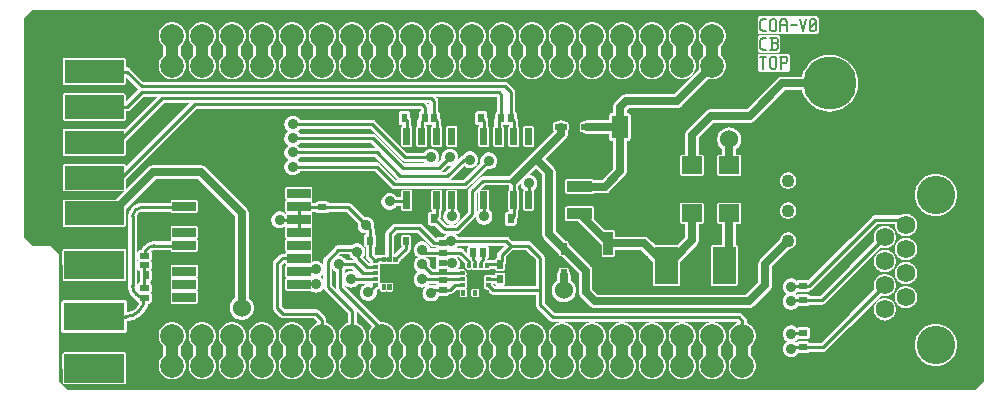
<source format=gbr>
G04 start of page 2 for group 0 idx 0 *
G04 Title: (unknown), top *
G04 Creator: pcb 20140316 *
G04 CreationDate: ven. 06 févr. 2015 16:23:15 GMT UTC *
G04 For: clement *
G04 Format: Gerber/RS-274X *
G04 PCB-Dimensions (mil): 3287.40 1358.27 *
G04 PCB-Coordinate-Origin: lower left *
%MOIN*%
%FSLAX25Y25*%
%LNTOP*%
%ADD44C,0.0350*%
%ADD43C,0.0217*%
%ADD42C,0.1181*%
%ADD41C,0.1378*%
%ADD40C,0.0354*%
%ADD39C,0.0350*%
%ADD38C,0.0200*%
%ADD37C,0.0600*%
%ADD36C,0.0360*%
%ADD35R,0.0598X0.0598*%
%ADD34R,0.0772X0.0772*%
%ADD33R,0.0374X0.0374*%
%ADD32R,0.0846X0.0846*%
%ADD31R,0.0197X0.0197*%
%ADD30R,0.0512X0.0512*%
%ADD29R,0.0902X0.0902*%
%ADD28R,0.0787X0.0787*%
%ADD27R,0.0951X0.0951*%
%ADD26R,0.0157X0.0157*%
%ADD25R,0.0315X0.0315*%
%ADD24R,0.0236X0.0236*%
%ADD23R,0.0197X0.0197*%
%ADD22R,0.0138X0.0138*%
%ADD21C,0.1280*%
%ADD20C,0.0626*%
%ADD19C,0.0433*%
%ADD18C,0.1575*%
%ADD17C,0.1772*%
%ADD16C,0.0787*%
%ADD15C,0.0060*%
%ADD14C,0.0400*%
%ADD13C,0.0250*%
%ADD12C,0.0100*%
%ADD11C,0.0001*%
G54D11*G36*
X221568Y59400D02*X222553Y59401D01*
Y54908D01*
X221568Y53923D01*
Y59400D01*
G37*
G36*
X237199Y20998D02*X237247Y20798D01*
X237520Y20139D01*
X237893Y19530D01*
X238357Y18987D01*
X238575Y18800D01*
Y15609D01*
X238357Y15423D01*
X237893Y14880D01*
X237520Y14271D01*
X237247Y13611D01*
X237199Y13411D01*
Y20998D01*
G37*
G36*
Y26846D02*X239733D01*
X240075Y26505D01*
Y26494D01*
X239509Y26260D01*
X238900Y25887D01*
X238357Y25423D01*
X237893Y24880D01*
X237520Y24271D01*
X237247Y23611D01*
X237199Y23411D01*
Y26846D01*
G37*
G36*
X306092Y130906D02*X319094D01*
X322047Y127953D01*
Y6890D01*
X319094Y3937D01*
X306092D01*
Y12076D01*
X306102Y12075D01*
X307200Y12162D01*
X308271Y12419D01*
X309289Y12840D01*
X310228Y13416D01*
X311066Y14131D01*
X311781Y14969D01*
X312357Y15908D01*
X312778Y16925D01*
X313035Y17996D01*
X313100Y19094D01*
X313035Y20193D01*
X312778Y21264D01*
X312357Y22281D01*
X311781Y23220D01*
X311066Y24058D01*
X310228Y24773D01*
X309289Y25349D01*
X308271Y25770D01*
X307200Y26027D01*
X306102Y26114D01*
X306092Y26113D01*
Y62076D01*
X306102Y62075D01*
X307200Y62162D01*
X308271Y62419D01*
X309289Y62840D01*
X310228Y63416D01*
X311066Y64131D01*
X311781Y64969D01*
X312357Y65908D01*
X312778Y66925D01*
X313035Y67996D01*
X313100Y69094D01*
X313035Y70193D01*
X312778Y71264D01*
X312357Y72281D01*
X311781Y73220D01*
X311066Y74058D01*
X310228Y74773D01*
X309289Y75349D01*
X308271Y75770D01*
X307200Y76027D01*
X306102Y76114D01*
X306092Y76113D01*
Y130906D01*
G37*
G36*
X296097D02*X306092D01*
Y76113D01*
X305004Y76027D01*
X303933Y75770D01*
X302916Y75349D01*
X301977Y74773D01*
X301139Y74058D01*
X300424Y73220D01*
X299848Y72281D01*
X299427Y71264D01*
X299170Y70193D01*
X299083Y69094D01*
X299170Y67996D01*
X299427Y66925D01*
X299848Y65908D01*
X300424Y64969D01*
X301139Y64131D01*
X301977Y63416D01*
X302916Y62840D01*
X303933Y62419D01*
X305004Y62162D01*
X306092Y62076D01*
Y26113D01*
X305004Y26027D01*
X303933Y25770D01*
X302916Y25349D01*
X301977Y24773D01*
X301139Y24058D01*
X300424Y23220D01*
X299848Y22281D01*
X299427Y21264D01*
X299170Y20193D01*
X299083Y19094D01*
X299170Y17996D01*
X299427Y16925D01*
X299848Y15908D01*
X300424Y14969D01*
X301139Y14131D01*
X301977Y13416D01*
X302916Y12840D01*
X303933Y12419D01*
X305004Y12162D01*
X306092Y12076D01*
Y3937D01*
X296097D01*
Y31259D01*
X296102Y31259D01*
X296688Y31305D01*
X297259Y31442D01*
X297801Y31666D01*
X298302Y31973D01*
X298748Y32354D01*
X299129Y32801D01*
X299436Y33301D01*
X299661Y33844D01*
X299798Y34415D01*
X299832Y35000D01*
X299798Y35585D01*
X299661Y36156D01*
X299436Y36699D01*
X299129Y37199D01*
X298748Y37646D01*
X298302Y38027D01*
X297801Y38334D01*
X297259Y38558D01*
X296688Y38695D01*
X296102Y38741D01*
X296097Y38741D01*
Y39291D01*
X296102Y39290D01*
X296688Y39336D01*
X297259Y39473D01*
X297801Y39698D01*
X298302Y40005D01*
X298748Y40386D01*
X299129Y40832D01*
X299436Y41333D01*
X299661Y41875D01*
X299798Y42446D01*
X299832Y43031D01*
X299798Y43617D01*
X299661Y44188D01*
X299436Y44730D01*
X299129Y45231D01*
X298748Y45677D01*
X298302Y46058D01*
X297801Y46365D01*
X297259Y46590D01*
X296688Y46727D01*
X296102Y46773D01*
X296097Y46772D01*
Y47322D01*
X296102Y47322D01*
X296688Y47368D01*
X297259Y47505D01*
X297801Y47729D01*
X298302Y48036D01*
X298748Y48417D01*
X299129Y48864D01*
X299436Y49364D01*
X299661Y49907D01*
X299798Y50478D01*
X299832Y51063D01*
X299798Y51648D01*
X299661Y52219D01*
X299436Y52762D01*
X299129Y53262D01*
X298748Y53709D01*
X298302Y54090D01*
X297801Y54397D01*
X297259Y54621D01*
X296688Y54758D01*
X296102Y54804D01*
X296097Y54804D01*
Y55354D01*
X296102Y55353D01*
X296688Y55399D01*
X297259Y55536D01*
X297801Y55761D01*
X298302Y56068D01*
X298748Y56449D01*
X299129Y56895D01*
X299436Y57396D01*
X299661Y57938D01*
X299798Y58509D01*
X299832Y59094D01*
X299798Y59680D01*
X299661Y60251D01*
X299436Y60793D01*
X299129Y61294D01*
X298748Y61740D01*
X298302Y62121D01*
X297801Y62428D01*
X297259Y62653D01*
X296688Y62790D01*
X296102Y62836D01*
X296097Y62835D01*
Y130906D01*
G37*
G36*
Y3937D02*X289089D01*
Y27243D01*
X289094Y27243D01*
X289680Y27289D01*
X290251Y27426D01*
X290793Y27651D01*
X291294Y27957D01*
X291740Y28339D01*
X292121Y28785D01*
X292428Y29286D01*
X292653Y29828D01*
X292790Y30399D01*
X292824Y30984D01*
X292790Y31570D01*
X292653Y32140D01*
X292428Y32683D01*
X292121Y33183D01*
X291740Y33630D01*
X291294Y34011D01*
X290793Y34318D01*
X290251Y34543D01*
X289680Y34680D01*
X289094Y34726D01*
X289089Y34725D01*
Y35275D01*
X289094Y35274D01*
X289680Y35320D01*
X290251Y35457D01*
X290793Y35682D01*
X291294Y35989D01*
X291740Y36370D01*
X292121Y36817D01*
X292428Y37317D01*
X292653Y37860D01*
X292790Y38430D01*
X292824Y39016D01*
X292790Y39601D01*
X292653Y40172D01*
X292428Y40714D01*
X292121Y41215D01*
X291740Y41661D01*
X291294Y42043D01*
X290793Y42349D01*
X290251Y42574D01*
X289680Y42711D01*
X289094Y42757D01*
X289089Y42757D01*
Y43306D01*
X289094Y43306D01*
X289680Y43352D01*
X290251Y43489D01*
X290793Y43714D01*
X291294Y44020D01*
X291740Y44402D01*
X292121Y44848D01*
X292428Y45349D01*
X292653Y45891D01*
X292790Y46462D01*
X292824Y47047D01*
X292790Y47633D01*
X292653Y48203D01*
X292428Y48746D01*
X292121Y49246D01*
X291740Y49693D01*
X291294Y50074D01*
X290793Y50381D01*
X290251Y50606D01*
X289680Y50743D01*
X289094Y50789D01*
X289089Y50788D01*
Y51338D01*
X289094Y51337D01*
X289680Y51383D01*
X290251Y51520D01*
X290793Y51745D01*
X291294Y52052D01*
X291740Y52433D01*
X292121Y52880D01*
X292428Y53380D01*
X292653Y53923D01*
X292790Y54493D01*
X292824Y55079D01*
X292790Y55664D01*
X292653Y56235D01*
X292428Y56777D01*
X292121Y57278D01*
X291740Y57724D01*
X291294Y58106D01*
X290793Y58412D01*
X290251Y58637D01*
X289680Y58774D01*
X289094Y58820D01*
X289089Y58820D01*
Y59327D01*
X292379D01*
X292361Y59094D01*
X292407Y58509D01*
X292544Y57938D01*
X292769Y57396D01*
X293075Y56895D01*
X293457Y56449D01*
X293903Y56068D01*
X294404Y55761D01*
X294946Y55536D01*
X295517Y55399D01*
X296097Y55354D01*
Y54804D01*
X295517Y54758D01*
X294946Y54621D01*
X294404Y54397D01*
X293903Y54090D01*
X293457Y53709D01*
X293075Y53262D01*
X292769Y52762D01*
X292544Y52219D01*
X292407Y51648D01*
X292361Y51063D01*
X292407Y50478D01*
X292544Y49907D01*
X292769Y49364D01*
X293075Y48864D01*
X293457Y48417D01*
X293903Y48036D01*
X294404Y47729D01*
X294946Y47505D01*
X295517Y47368D01*
X296097Y47322D01*
Y46772D01*
X295517Y46727D01*
X294946Y46590D01*
X294404Y46365D01*
X293903Y46058D01*
X293457Y45677D01*
X293075Y45231D01*
X292769Y44730D01*
X292544Y44188D01*
X292407Y43617D01*
X292361Y43031D01*
X292407Y42446D01*
X292544Y41875D01*
X292769Y41333D01*
X293075Y40832D01*
X293457Y40386D01*
X293903Y40005D01*
X294404Y39698D01*
X294946Y39473D01*
X295517Y39336D01*
X296097Y39291D01*
Y38741D01*
X295517Y38695D01*
X294946Y38558D01*
X294404Y38334D01*
X293903Y38027D01*
X293457Y37646D01*
X293075Y37199D01*
X292769Y36699D01*
X292544Y36156D01*
X292407Y35585D01*
X292361Y35000D01*
X292407Y34415D01*
X292544Y33844D01*
X292769Y33301D01*
X293075Y32801D01*
X293457Y32354D01*
X293903Y31973D01*
X294404Y31666D01*
X294946Y31442D01*
X295517Y31305D01*
X296097Y31259D01*
Y3937D01*
G37*
G36*
X289089Y58820D02*X288509Y58774D01*
X287938Y58637D01*
X287396Y58412D01*
X286895Y58106D01*
X286449Y57724D01*
X286068Y57278D01*
X285761Y56777D01*
X285536Y56235D01*
X285399Y55664D01*
X285353Y55079D01*
X285399Y54493D01*
X285536Y53923D01*
X285618Y53724D01*
X277449Y45554D01*
Y50328D01*
X286448Y59327D01*
X289089D01*
Y58820D01*
G37*
G36*
Y42757D02*X288509Y42711D01*
X287938Y42574D01*
X287396Y42349D01*
X286895Y42043D01*
X286449Y41661D01*
X286068Y41215D01*
X285761Y40714D01*
X285536Y40172D01*
X285399Y39601D01*
X285353Y39016D01*
X285399Y38430D01*
X285536Y37860D01*
X285618Y37661D01*
X277449Y29492D01*
Y41312D01*
X287740Y51603D01*
X287938Y51520D01*
X288509Y51383D01*
X289089Y51338D01*
Y50788D01*
X288509Y50743D01*
X287938Y50606D01*
X287396Y50381D01*
X286895Y50074D01*
X286449Y49693D01*
X286068Y49246D01*
X285761Y48746D01*
X285536Y48203D01*
X285399Y47633D01*
X285353Y47047D01*
X285399Y46462D01*
X285536Y45891D01*
X285761Y45349D01*
X286068Y44848D01*
X286449Y44402D01*
X286895Y44020D01*
X287396Y43714D01*
X287938Y43489D01*
X288509Y43352D01*
X289089Y43306D01*
Y42757D01*
G37*
G36*
Y3937D02*X277449D01*
Y25249D01*
X287740Y35540D01*
X287938Y35457D01*
X288509Y35320D01*
X289089Y35275D01*
Y34725D01*
X288509Y34680D01*
X287938Y34543D01*
X287396Y34318D01*
X286895Y34011D01*
X286449Y33630D01*
X286068Y33183D01*
X285761Y32683D01*
X285536Y32140D01*
X285399Y31570D01*
X285353Y30984D01*
X285399Y30399D01*
X285536Y29828D01*
X285761Y29286D01*
X286068Y28785D01*
X286449Y28339D01*
X286895Y27957D01*
X287396Y27651D01*
X287938Y27426D01*
X288509Y27289D01*
X289089Y27243D01*
Y3937D01*
G37*
G36*
X277449Y130906D02*X296097D01*
Y62835D01*
X295517Y62790D01*
X294946Y62653D01*
X294404Y62428D01*
X294238Y62327D01*
X285886D01*
X285827Y62331D01*
X285591Y62313D01*
X285362Y62258D01*
X285144Y62167D01*
X284942Y62044D01*
X284942Y62044D01*
X284763Y61891D01*
X284725Y61846D01*
X277449Y54570D01*
Y99674D01*
X278345Y100723D01*
X279123Y101992D01*
X279692Y103367D01*
X280040Y104815D01*
X280128Y106299D01*
X280040Y107783D01*
X279692Y109231D01*
X279123Y110606D01*
X278345Y111876D01*
X277449Y112925D01*
Y130906D01*
G37*
G36*
X260084Y36859D02*X260124Y36842D01*
X260277Y36806D01*
X260434Y36796D01*
X263345Y36806D01*
X263498Y36842D01*
X263643Y36903D01*
X263778Y36985D01*
X263897Y37087D01*
X264000Y37207D01*
X264060Y37305D01*
X264245Y37349D01*
X264463Y37440D01*
X264664Y37563D01*
X264844Y37716D01*
X264882Y37761D01*
X277449Y50328D01*
Y45554D01*
X267449Y35554D01*
X264045D01*
X264000Y35628D01*
X263897Y35748D01*
X263778Y35850D01*
X263643Y35932D01*
X263498Y35992D01*
X263345Y36029D01*
X263188Y36038D01*
X260277Y36029D01*
X260124Y35992D01*
X259979Y35932D01*
X259844Y35850D01*
X259734Y35755D01*
X259525Y35934D01*
X259217Y36122D01*
X259525Y36310D01*
X259860Y36597D01*
X260084Y36859D01*
G37*
G36*
X256886Y31040D02*X257006Y30990D01*
X257435Y30887D01*
X257874Y30853D01*
X258313Y30887D01*
X258742Y30990D01*
X259149Y31159D01*
X259525Y31389D01*
X259860Y31675D01*
X260146Y32011D01*
X260200Y32098D01*
X260277Y32080D01*
X260434Y32070D01*
X263345Y32080D01*
X263498Y32116D01*
X263643Y32177D01*
X263778Y32259D01*
X263897Y32361D01*
X264000Y32481D01*
X264045Y32554D01*
X268011D01*
X268070Y32550D01*
X268305Y32568D01*
X268535Y32623D01*
X268753Y32714D01*
X268954Y32837D01*
X269134Y32990D01*
X269172Y33035D01*
X277449Y41312D01*
Y29492D01*
X267764Y19807D01*
X264044D01*
X264000Y19880D01*
X263897Y20000D01*
X263778Y20102D01*
X263643Y20184D01*
X263498Y20244D01*
X263345Y20281D01*
X263188Y20290D01*
X260277Y20281D01*
X260124Y20244D01*
X259979Y20184D01*
X259844Y20102D01*
X259734Y20007D01*
X259525Y20186D01*
X259217Y20374D01*
X259525Y20562D01*
X259860Y20849D01*
X260084Y21111D01*
X260124Y21094D01*
X260277Y21058D01*
X260434Y21048D01*
X263345Y21058D01*
X263498Y21094D01*
X263643Y21155D01*
X263778Y21237D01*
X263897Y21339D01*
X264000Y21459D01*
X264082Y21593D01*
X264142Y21738D01*
X264179Y21891D01*
X264188Y22048D01*
X264179Y24173D01*
X264142Y24326D01*
X264082Y24472D01*
X264000Y24606D01*
X263897Y24726D01*
X263778Y24828D01*
X263643Y24910D01*
X263498Y24970D01*
X263345Y25007D01*
X263188Y25016D01*
X260277Y25007D01*
X260124Y24970D01*
X259979Y24910D01*
X259849Y24830D01*
X259525Y25107D01*
X259149Y25337D01*
X258742Y25506D01*
X258313Y25609D01*
X257874Y25643D01*
X257435Y25609D01*
X257006Y25506D01*
X256886Y25456D01*
Y31040D01*
G37*
G36*
Y50711D02*X257335Y51161D01*
X257747Y51260D01*
X258149Y51426D01*
X258520Y51654D01*
X258851Y51936D01*
X259134Y52267D01*
X259361Y52638D01*
X259528Y53040D01*
X259629Y53464D01*
X259655Y53898D01*
X259629Y54332D01*
X259528Y54755D01*
X259361Y55157D01*
X259134Y55528D01*
X258851Y55859D01*
X258520Y56142D01*
X258149Y56369D01*
X257747Y56536D01*
X257324Y56637D01*
X256890Y56672D01*
X256886Y56671D01*
Y61124D01*
X256890Y61124D01*
X257324Y61158D01*
X257747Y61260D01*
X258149Y61426D01*
X258520Y61654D01*
X258851Y61936D01*
X259134Y62267D01*
X259361Y62638D01*
X259528Y63040D01*
X259629Y63464D01*
X259655Y63898D01*
X259629Y64332D01*
X259528Y64755D01*
X259361Y65157D01*
X259134Y65528D01*
X258851Y65859D01*
X258520Y66142D01*
X258149Y66369D01*
X257747Y66536D01*
X257324Y66637D01*
X256890Y66672D01*
X256886Y66671D01*
Y71124D01*
X256890Y71124D01*
X257324Y71158D01*
X257747Y71260D01*
X258149Y71426D01*
X258520Y71654D01*
X258851Y71936D01*
X259134Y72267D01*
X259361Y72638D01*
X259528Y73040D01*
X259629Y73464D01*
X259655Y73898D01*
X259629Y74332D01*
X259528Y74755D01*
X259361Y75157D01*
X259134Y75528D01*
X258851Y75859D01*
X258520Y76142D01*
X258149Y76369D01*
X257747Y76536D01*
X257324Y76637D01*
X256890Y76672D01*
X256886Y76671D01*
Y104049D01*
X261483D01*
X261646Y103367D01*
X262216Y101992D01*
X262994Y100723D01*
X263961Y99591D01*
X265093Y98624D01*
X266362Y97846D01*
X267738Y97276D01*
X269185Y96929D01*
X270669Y96812D01*
X272153Y96929D01*
X273601Y97276D01*
X274976Y97846D01*
X276246Y98624D01*
X277378Y99591D01*
X277449Y99674D01*
Y54570D01*
X263568Y40689D01*
X263498Y40718D01*
X263345Y40755D01*
X263188Y40764D01*
X260277Y40755D01*
X260124Y40718D01*
X259979Y40658D01*
X259849Y40578D01*
X259525Y40855D01*
X259149Y41085D01*
X258742Y41254D01*
X258313Y41357D01*
X257874Y41391D01*
X257435Y41357D01*
X257006Y41254D01*
X256886Y41204D01*
Y50711D01*
G37*
G36*
X277449Y3937D02*X256886D01*
Y15292D01*
X257006Y15242D01*
X257435Y15139D01*
X257874Y15105D01*
X258313Y15139D01*
X258742Y15242D01*
X259149Y15411D01*
X259525Y15641D01*
X259860Y15927D01*
X260146Y16263D01*
X260200Y16350D01*
X260277Y16332D01*
X260434Y16322D01*
X263345Y16332D01*
X263498Y16368D01*
X263643Y16429D01*
X263778Y16511D01*
X263897Y16613D01*
X264000Y16733D01*
X264045Y16807D01*
X268326D01*
X268385Y16802D01*
X268620Y16821D01*
X268620Y16821D01*
X268850Y16876D01*
X269068Y16966D01*
X269269Y17090D01*
X269449Y17243D01*
X269487Y17288D01*
X277449Y25249D01*
Y3937D01*
G37*
G36*
X256886Y56671D02*X256456Y56637D01*
X256033Y56536D01*
X255630Y56369D01*
X255259Y56142D01*
X254928Y55859D01*
X254646Y55528D01*
X254418Y55157D01*
X254252Y54755D01*
X254153Y54343D01*
X247684Y47874D01*
X247617Y47816D01*
X247387Y47547D01*
X247202Y47245D01*
X247066Y46918D01*
X246983Y46574D01*
X246983Y46573D01*
X246956Y46220D01*
X246963Y46132D01*
Y40105D01*
X242769Y35911D01*
X237199D01*
Y38695D01*
X239582Y38697D01*
X239674Y38719D01*
X239761Y38755D01*
X239842Y38804D01*
X239914Y38866D01*
X239975Y38938D01*
X240024Y39018D01*
X240061Y39105D01*
X240083Y39197D01*
X240088Y39291D01*
X240083Y51826D01*
X240061Y51918D01*
X240024Y52006D01*
X239975Y52086D01*
X239914Y52158D01*
X239842Y52219D01*
X239761Y52269D01*
X239674Y52305D01*
X239582Y52327D01*
X239488Y52332D01*
X239455Y52332D01*
Y59405D01*
X240606Y59406D01*
X240698Y59428D01*
X240785Y59464D01*
X240866Y59513D01*
X240937Y59574D01*
X240999Y59646D01*
X241048Y59727D01*
X241084Y59814D01*
X241106Y59906D01*
X241112Y60000D01*
X241106Y66078D01*
X241084Y66170D01*
X241048Y66257D01*
X240999Y66338D01*
X240937Y66410D01*
X240866Y66471D01*
X240785Y66521D01*
X240698Y66557D01*
X240606Y66579D01*
X240512Y66584D01*
X237199Y66582D01*
Y75387D01*
X240606Y75390D01*
X240698Y75412D01*
X240785Y75448D01*
X240866Y75497D01*
X240937Y75559D01*
X240999Y75630D01*
X241048Y75711D01*
X241084Y75798D01*
X241106Y75890D01*
X241112Y75984D01*
X241106Y82063D01*
X241084Y82154D01*
X241048Y82242D01*
X240999Y82322D01*
X240937Y82394D01*
X240866Y82455D01*
X240785Y82505D01*
X240698Y82541D01*
X240606Y82563D01*
X240512Y82569D01*
X239455Y82568D01*
Y84286D01*
X239563Y84352D01*
X240042Y84761D01*
X240451Y85240D01*
X240780Y85777D01*
X241021Y86359D01*
X241168Y86971D01*
X241205Y87598D01*
X241168Y88226D01*
X241021Y88838D01*
X240780Y89420D01*
X240451Y89957D01*
X240042Y90436D01*
X239563Y90844D01*
X239026Y91173D01*
X238445Y91414D01*
X237832Y91561D01*
X237205Y91611D01*
X237199Y91610D01*
Y93222D01*
X244006D01*
X244094Y93216D01*
X244447Y93243D01*
X244448Y93243D01*
X244792Y93326D01*
X245119Y93461D01*
X245421Y93647D01*
X245690Y93877D01*
X245748Y93944D01*
X255853Y104049D01*
X256886D01*
Y76671D01*
X256456Y76637D01*
X256033Y76536D01*
X255630Y76369D01*
X255259Y76142D01*
X254928Y75859D01*
X254646Y75528D01*
X254418Y75157D01*
X254252Y74755D01*
X254150Y74332D01*
X254116Y73898D01*
X254150Y73464D01*
X254252Y73040D01*
X254418Y72638D01*
X254646Y72267D01*
X254928Y71936D01*
X255259Y71654D01*
X255630Y71426D01*
X256033Y71260D01*
X256456Y71158D01*
X256886Y71124D01*
Y66671D01*
X256456Y66637D01*
X256033Y66536D01*
X255630Y66369D01*
X255259Y66142D01*
X254928Y65859D01*
X254646Y65528D01*
X254418Y65157D01*
X254252Y64755D01*
X254150Y64332D01*
X254116Y63898D01*
X254150Y63464D01*
X254252Y63040D01*
X254418Y62638D01*
X254646Y62267D01*
X254928Y61936D01*
X255259Y61654D01*
X255630Y61426D01*
X256033Y61260D01*
X256456Y61158D01*
X256886Y61124D01*
Y56671D01*
G37*
G36*
Y3937D02*X237199D01*
Y10998D01*
X237247Y10798D01*
X237520Y10139D01*
X237893Y9530D01*
X238357Y8987D01*
X238900Y8523D01*
X239509Y8150D01*
X240168Y7876D01*
X240863Y7710D01*
X241575Y7654D01*
X242287Y7710D01*
X242981Y7876D01*
X243641Y8150D01*
X244250Y8523D01*
X244793Y8987D01*
X245257Y9530D01*
X245630Y10139D01*
X245903Y10798D01*
X246070Y11493D01*
X246112Y12205D01*
X246070Y12917D01*
X245903Y13611D01*
X245630Y14271D01*
X245257Y14880D01*
X244793Y15423D01*
X244575Y15609D01*
Y18800D01*
X244793Y18987D01*
X245257Y19530D01*
X245630Y20139D01*
X245903Y20798D01*
X246070Y21493D01*
X246112Y22205D01*
X246070Y22917D01*
X245903Y23611D01*
X245630Y24271D01*
X245257Y24880D01*
X244793Y25423D01*
X244250Y25887D01*
X243641Y26260D01*
X243075Y26494D01*
Y27067D01*
X243079Y27126D01*
X243061Y27361D01*
X243006Y27591D01*
X242915Y27809D01*
X242792Y28010D01*
X242639Y28190D01*
X242594Y28228D01*
X241457Y29366D01*
X241418Y29410D01*
X241239Y29564D01*
X241037Y29687D01*
X240819Y29777D01*
X240590Y29833D01*
X240590Y29833D01*
X240354Y29851D01*
X240296Y29846D01*
X237199D01*
Y31411D01*
X243613D01*
X243701Y31404D01*
X244054Y31432D01*
X244054Y31432D01*
X244398Y31515D01*
X244725Y31650D01*
X245027Y31836D01*
X245297Y32066D01*
X245354Y32133D01*
X250741Y37520D01*
X250808Y37577D01*
X251038Y37846D01*
X251039Y37847D01*
X251224Y38149D01*
X251359Y38476D01*
X251442Y38820D01*
X251470Y39173D01*
X251463Y39261D01*
Y45288D01*
X256886Y50711D01*
Y41204D01*
X256599Y41085D01*
X256223Y40855D01*
X255888Y40569D01*
X255602Y40234D01*
X255372Y39858D01*
X255203Y39451D01*
X255100Y39022D01*
X255065Y38583D01*
X255100Y38143D01*
X255203Y37715D01*
X255372Y37308D01*
X255602Y36932D01*
X255888Y36597D01*
X256223Y36310D01*
X256531Y36122D01*
X256223Y35934D01*
X255888Y35647D01*
X255602Y35312D01*
X255372Y34937D01*
X255203Y34529D01*
X255100Y34101D01*
X255065Y33661D01*
X255100Y33222D01*
X255203Y32794D01*
X255372Y32386D01*
X255602Y32011D01*
X255888Y31675D01*
X256223Y31389D01*
X256599Y31159D01*
X256886Y31040D01*
Y25456D01*
X256599Y25337D01*
X256223Y25107D01*
X255888Y24821D01*
X255602Y24486D01*
X255372Y24110D01*
X255203Y23703D01*
X255100Y23274D01*
X255065Y22835D01*
X255100Y22395D01*
X255203Y21967D01*
X255372Y21560D01*
X255602Y21184D01*
X255888Y20849D01*
X256223Y20562D01*
X256531Y20374D01*
X256223Y20186D01*
X255888Y19899D01*
X255602Y19564D01*
X255372Y19188D01*
X255203Y18781D01*
X255100Y18353D01*
X255065Y17913D01*
X255100Y17474D01*
X255203Y17045D01*
X255372Y16638D01*
X255602Y16263D01*
X255888Y15927D01*
X256223Y15641D01*
X256599Y15411D01*
X256886Y15292D01*
Y3937D01*
G37*
G36*
X250488Y130906D02*X277449D01*
Y112925D01*
X277378Y113008D01*
X276246Y113975D01*
X274976Y114753D01*
X273601Y115322D01*
X272153Y115670D01*
X270669Y115787D01*
X269185Y115670D01*
X267738Y115322D01*
X266362Y114753D01*
X265093Y113975D01*
X263961Y113008D01*
X262994Y111876D01*
X262216Y110606D01*
X261646Y109231D01*
X261483Y108549D01*
X255009D01*
X254921Y108556D01*
X254568Y108528D01*
X254224Y108446D01*
X253897Y108310D01*
X253595Y108125D01*
X253594Y108125D01*
X253325Y107895D01*
X253268Y107828D01*
X250488Y105048D01*
Y110244D01*
X256932Y110247D01*
X257024Y110269D01*
X257111Y110305D01*
X257192Y110355D01*
X257263Y110416D01*
X257325Y110488D01*
X257374Y110568D01*
X257410Y110656D01*
X257432Y110748D01*
X257438Y110842D01*
X257432Y115536D01*
X257410Y115628D01*
X257374Y115715D01*
X257325Y115795D01*
X257263Y115867D01*
X257192Y115929D01*
X257111Y115978D01*
X257024Y116014D01*
X256932Y116036D01*
X256838Y116042D01*
X250488Y116038D01*
Y116544D01*
X253732Y116546D01*
X253824Y116569D01*
X253911Y116605D01*
X253992Y116654D01*
X254063Y116715D01*
X254125Y116787D01*
X254174Y116868D01*
X254210Y116955D01*
X254232Y117047D01*
X254238Y117141D01*
X254232Y121835D01*
X254210Y121927D01*
X254174Y122014D01*
X254125Y122095D01*
X254063Y122167D01*
X253992Y122228D01*
X253911Y122277D01*
X253824Y122313D01*
X253732Y122335D01*
X253638Y122341D01*
X250488Y122338D01*
Y122841D01*
X266532Y122846D01*
X266624Y122868D01*
X266711Y122904D01*
X266792Y122953D01*
X266863Y123015D01*
X266925Y123086D01*
X266974Y123167D01*
X267010Y123254D01*
X267032Y123346D01*
X267038Y123440D01*
X267032Y128134D01*
X267010Y128226D01*
X266974Y128313D01*
X266925Y128394D01*
X266863Y128466D01*
X266792Y128527D01*
X266711Y128576D01*
X266624Y128613D01*
X266532Y128635D01*
X266438Y128640D01*
X250488Y128636D01*
Y130906D01*
G37*
G36*
X237199D02*X250488D01*
Y128636D01*
X247244Y128635D01*
X247152Y128613D01*
X247065Y128576D01*
X246984Y128527D01*
X246912Y128466D01*
X246851Y128394D01*
X246802Y128313D01*
X246765Y128226D01*
X246743Y128134D01*
X246738Y128040D01*
X246743Y123346D01*
X246765Y123254D01*
X246802Y123167D01*
X246851Y123086D01*
X246912Y123015D01*
X246984Y122953D01*
X247065Y122904D01*
X247152Y122868D01*
X247244Y122846D01*
X247338Y122840D01*
X250488Y122841D01*
Y122338D01*
X247244Y122335D01*
X247152Y122313D01*
X247065Y122277D01*
X246984Y122228D01*
X246912Y122167D01*
X246851Y122095D01*
X246802Y122014D01*
X246765Y121927D01*
X246743Y121835D01*
X246738Y121741D01*
X246743Y117047D01*
X246765Y116955D01*
X246802Y116868D01*
X246851Y116787D01*
X246912Y116715D01*
X246984Y116654D01*
X247065Y116605D01*
X247152Y116569D01*
X247244Y116546D01*
X247338Y116541D01*
X250488Y116544D01*
Y116038D01*
X247244Y116036D01*
X247152Y116014D01*
X247065Y115978D01*
X246984Y115929D01*
X246912Y115867D01*
X246851Y115795D01*
X246802Y115715D01*
X246765Y115628D01*
X246743Y115536D01*
X246738Y115442D01*
X246743Y110748D01*
X246765Y110656D01*
X246802Y110568D01*
X246851Y110488D01*
X246912Y110416D01*
X246984Y110355D01*
X247065Y110305D01*
X247152Y110269D01*
X247244Y110247D01*
X247338Y110242D01*
X250488Y110244D01*
Y105048D01*
X243163Y97722D01*
X237199D01*
Y130906D01*
G37*
G36*
Y66582D02*X233803Y66579D01*
X233712Y66557D01*
X233624Y66521D01*
X233544Y66471D01*
X233472Y66410D01*
X233411Y66338D01*
X233361Y66257D01*
X233325Y66170D01*
X233303Y66078D01*
X233298Y65984D01*
X233303Y59906D01*
X233325Y59814D01*
X233361Y59727D01*
X233411Y59646D01*
X233472Y59574D01*
X233544Y59513D01*
X233624Y59464D01*
X233712Y59428D01*
X233803Y59406D01*
X233898Y59400D01*
X234955Y59401D01*
Y52329D01*
X231678Y52327D01*
X231586Y52305D01*
X231568Y52297D01*
Y92756D01*
X232034Y93222D01*
X237199D01*
Y91610D01*
X236577Y91561D01*
X235965Y91414D01*
X235383Y91173D01*
X234846Y90844D01*
X234368Y90436D01*
X233959Y89957D01*
X233630Y89420D01*
X233389Y88838D01*
X233242Y88226D01*
X233192Y87598D01*
X233242Y86971D01*
X233389Y86359D01*
X233630Y85777D01*
X233959Y85240D01*
X234368Y84761D01*
X234846Y84352D01*
X234955Y84286D01*
Y82564D01*
X233803Y82563D01*
X233712Y82541D01*
X233624Y82505D01*
X233544Y82455D01*
X233472Y82394D01*
X233411Y82322D01*
X233361Y82242D01*
X233325Y82154D01*
X233303Y82063D01*
X233298Y81969D01*
X233303Y75890D01*
X233325Y75798D01*
X233361Y75711D01*
X233411Y75630D01*
X233472Y75559D01*
X233544Y75497D01*
X233624Y75448D01*
X233712Y75412D01*
X233803Y75390D01*
X233898Y75384D01*
X237199Y75387D01*
Y66582D01*
G37*
G36*
Y35911D02*X231568D01*
Y38726D01*
X231586Y38719D01*
X231678Y38697D01*
X231772Y38691D01*
X237199Y38695D01*
Y35911D01*
G37*
G36*
Y29846D02*X231568D01*
Y31411D01*
X237199D01*
Y29846D01*
G37*
G36*
Y3937D02*X231568D01*
Y7654D01*
X231575Y7654D01*
X232287Y7710D01*
X232981Y7876D01*
X233641Y8150D01*
X234250Y8523D01*
X234793Y8987D01*
X235257Y9530D01*
X235630Y10139D01*
X235903Y10798D01*
X236070Y11493D01*
X236112Y12205D01*
X236070Y12917D01*
X235903Y13611D01*
X235630Y14271D01*
X235257Y14880D01*
X234793Y15423D01*
X234575Y15609D01*
Y18800D01*
X234793Y18987D01*
X235257Y19530D01*
X235630Y20139D01*
X235903Y20798D01*
X236070Y21493D01*
X236112Y22205D01*
X236070Y22917D01*
X235903Y23611D01*
X235630Y24271D01*
X235257Y24880D01*
X234793Y25423D01*
X234250Y25887D01*
X233641Y26260D01*
X232981Y26533D01*
X232287Y26700D01*
X231575Y26756D01*
X231568Y26755D01*
Y26846D01*
X237199D01*
Y23411D01*
X237080Y22917D01*
X237024Y22205D01*
X237080Y21493D01*
X237199Y20998D01*
Y13411D01*
X237080Y12917D01*
X237024Y12205D01*
X237080Y11493D01*
X237199Y10998D01*
Y3937D01*
G37*
G36*
X231568Y130906D02*X237199D01*
Y97722D01*
X231568D01*
Y107654D01*
X231575Y107654D01*
X232287Y107710D01*
X232981Y107876D01*
X233641Y108150D01*
X234250Y108523D01*
X234793Y108987D01*
X235257Y109530D01*
X235630Y110139D01*
X235903Y110798D01*
X236070Y111493D01*
X236112Y112205D01*
X236070Y112917D01*
X235903Y113611D01*
X235630Y114271D01*
X235257Y114880D01*
X234793Y115423D01*
X234575Y115609D01*
Y118800D01*
X234793Y118987D01*
X235257Y119530D01*
X235630Y120139D01*
X235903Y120798D01*
X236070Y121493D01*
X236112Y122205D01*
X236070Y122917D01*
X235903Y123611D01*
X235630Y124271D01*
X235257Y124880D01*
X234793Y125423D01*
X234250Y125887D01*
X233641Y126260D01*
X232981Y126533D01*
X232287Y126700D01*
X231575Y126756D01*
X231568Y126755D01*
Y130906D01*
G37*
G36*
Y97722D02*X231191D01*
X231102Y97729D01*
X230749Y97702D01*
X230405Y97619D01*
X230078Y97483D01*
X229776Y97298D01*
X229776Y97298D01*
X229506Y97068D01*
X229449Y97001D01*
X223275Y90827D01*
X223207Y90769D01*
X222977Y90500D01*
X222792Y90198D01*
X222657Y89871D01*
X222574Y89526D01*
X222574Y89526D01*
X222546Y89173D01*
X222553Y89085D01*
Y82564D01*
X221568Y82563D01*
Y99016D01*
X230378Y107826D01*
X230863Y107710D01*
X231568Y107654D01*
Y97722D01*
G37*
G36*
Y35911D02*X221568D01*
Y47559D01*
X226332Y52323D01*
X226399Y52380D01*
X226629Y52649D01*
X226629Y52650D01*
X226814Y52952D01*
X226950Y53279D01*
X227032Y53623D01*
X227060Y53976D01*
X227053Y54065D01*
Y59405D01*
X228204Y59406D01*
X228296Y59428D01*
X228383Y59464D01*
X228464Y59513D01*
X228536Y59574D01*
X228597Y59646D01*
X228646Y59727D01*
X228683Y59814D01*
X228705Y59906D01*
X228710Y60000D01*
X228705Y66078D01*
X228683Y66170D01*
X228646Y66257D01*
X228597Y66338D01*
X228536Y66410D01*
X228464Y66471D01*
X228383Y66521D01*
X228296Y66557D01*
X228204Y66579D01*
X228110Y66584D01*
X221568Y66579D01*
Y75384D01*
X228204Y75390D01*
X228296Y75412D01*
X228383Y75448D01*
X228464Y75497D01*
X228536Y75559D01*
X228597Y75630D01*
X228646Y75711D01*
X228683Y75798D01*
X228705Y75890D01*
X228710Y75984D01*
X228705Y82063D01*
X228683Y82154D01*
X228646Y82242D01*
X228597Y82322D01*
X228536Y82394D01*
X228464Y82455D01*
X228383Y82505D01*
X228296Y82541D01*
X228204Y82563D01*
X228110Y82569D01*
X227053Y82568D01*
Y88241D01*
X231568Y92756D01*
Y52297D01*
X231498Y52269D01*
X231418Y52219D01*
X231346Y52158D01*
X231285Y52086D01*
X231235Y52006D01*
X231199Y51918D01*
X231177Y51826D01*
X231172Y51732D01*
X231177Y39197D01*
X231199Y39105D01*
X231235Y39018D01*
X231285Y38938D01*
X231346Y38866D01*
X231418Y38804D01*
X231498Y38755D01*
X231568Y38726D01*
Y35911D01*
G37*
G36*
Y29846D02*X221568D01*
Y31411D01*
X231568D01*
Y29846D01*
G37*
G36*
Y3937D02*X221568D01*
Y7654D01*
X221575Y7654D01*
X222287Y7710D01*
X222981Y7876D01*
X223641Y8150D01*
X224250Y8523D01*
X224793Y8987D01*
X225257Y9530D01*
X225630Y10139D01*
X225903Y10798D01*
X226070Y11493D01*
X226112Y12205D01*
X226070Y12917D01*
X225903Y13611D01*
X225630Y14271D01*
X225257Y14880D01*
X224793Y15423D01*
X224575Y15609D01*
Y18800D01*
X224793Y18987D01*
X225257Y19530D01*
X225630Y20139D01*
X225903Y20798D01*
X226070Y21493D01*
X226112Y22205D01*
X226070Y22917D01*
X225903Y23611D01*
X225630Y24271D01*
X225257Y24880D01*
X224793Y25423D01*
X224250Y25887D01*
X223641Y26260D01*
X222981Y26533D01*
X222287Y26700D01*
X221575Y26756D01*
X221568Y26755D01*
Y26846D01*
X231568D01*
Y26755D01*
X230863Y26700D01*
X230168Y26533D01*
X229509Y26260D01*
X228900Y25887D01*
X228357Y25423D01*
X227893Y24880D01*
X227520Y24271D01*
X227247Y23611D01*
X227080Y22917D01*
X227024Y22205D01*
X227080Y21493D01*
X227247Y20798D01*
X227520Y20139D01*
X227893Y19530D01*
X228357Y18987D01*
X228575Y18800D01*
Y15609D01*
X228357Y15423D01*
X227893Y14880D01*
X227520Y14271D01*
X227247Y13611D01*
X227080Y12917D01*
X227024Y12205D01*
X227080Y11493D01*
X227247Y10798D01*
X227520Y10139D01*
X227893Y9530D01*
X228357Y8987D01*
X228900Y8523D01*
X229509Y8150D01*
X230168Y7876D01*
X230863Y7710D01*
X231568Y7654D01*
Y3937D01*
G37*
G36*
X221568Y130906D02*X231568D01*
Y126755D01*
X230863Y126700D01*
X230168Y126533D01*
X229509Y126260D01*
X228900Y125887D01*
X228357Y125423D01*
X227893Y124880D01*
X227520Y124271D01*
X227247Y123611D01*
X227080Y122917D01*
X227024Y122205D01*
X227080Y121493D01*
X227247Y120798D01*
X227520Y120139D01*
X227893Y119530D01*
X228357Y118987D01*
X228575Y118800D01*
Y115609D01*
X228357Y115423D01*
X227893Y114880D01*
X227520Y114271D01*
X227247Y113611D01*
X227080Y112917D01*
X227024Y112205D01*
X227080Y111493D01*
X227196Y111008D01*
X221568Y105380D01*
Y107654D01*
X221575Y107654D01*
X222287Y107710D01*
X222981Y107876D01*
X223641Y108150D01*
X224250Y108523D01*
X224793Y108987D01*
X225257Y109530D01*
X225630Y110139D01*
X225903Y110798D01*
X226070Y111493D01*
X226112Y112205D01*
X226070Y112917D01*
X225903Y113611D01*
X225630Y114271D01*
X225257Y114880D01*
X224793Y115423D01*
X224575Y115609D01*
Y118800D01*
X224793Y118987D01*
X225257Y119530D01*
X225630Y120139D01*
X225903Y120798D01*
X226070Y121493D01*
X226112Y122205D01*
X226070Y122917D01*
X225903Y123611D01*
X225630Y124271D01*
X225257Y124880D01*
X224793Y125423D01*
X224250Y125887D01*
X223641Y126260D01*
X222981Y126533D01*
X222287Y126700D01*
X221575Y126756D01*
X221568Y126755D01*
Y130906D01*
G37*
G36*
Y66579D02*X221402Y66579D01*
X221310Y66557D01*
X221223Y66521D01*
X221142Y66471D01*
X221070Y66410D01*
X221009Y66338D01*
X220960Y66257D01*
X220924Y66170D01*
X220902Y66078D01*
X220896Y65984D01*
X220902Y59906D01*
X220924Y59814D01*
X220960Y59727D01*
X221009Y59646D01*
X221070Y59574D01*
X221142Y59513D01*
X221223Y59464D01*
X221310Y59428D01*
X221402Y59406D01*
X221496Y59400D01*
X221568Y59400D01*
Y53923D01*
X219977Y52332D01*
X212705Y52327D01*
X211568Y53465D01*
Y98144D01*
X219676D01*
X219764Y98137D01*
X220117Y98165D01*
X220117Y98165D01*
X220461Y98247D01*
X220788Y98383D01*
X221090Y98568D01*
X221360Y98798D01*
X221417Y98865D01*
X221568Y99016D01*
Y82563D01*
X221402Y82563D01*
X221310Y82541D01*
X221223Y82505D01*
X221142Y82455D01*
X221070Y82394D01*
X221009Y82322D01*
X220960Y82242D01*
X220924Y82154D01*
X220902Y82063D01*
X220896Y81969D01*
X220902Y75890D01*
X220924Y75798D01*
X220960Y75711D01*
X221009Y75630D01*
X221070Y75559D01*
X221142Y75497D01*
X221223Y75448D01*
X221310Y75412D01*
X221402Y75390D01*
X221496Y75384D01*
X221568Y75384D01*
Y66579D01*
G37*
G36*
Y35911D02*X211568D01*
Y47101D01*
X211883Y46786D01*
X211886Y39197D01*
X211908Y39105D01*
X211944Y39018D01*
X211993Y38938D01*
X212055Y38866D01*
X212127Y38804D01*
X212207Y38755D01*
X212294Y38719D01*
X212386Y38697D01*
X212480Y38691D01*
X220291Y38697D01*
X220383Y38719D01*
X220470Y38755D01*
X220551Y38804D01*
X220622Y38866D01*
X220684Y38938D01*
X220733Y39018D01*
X220769Y39105D01*
X220791Y39197D01*
X220797Y39291D01*
X220794Y46785D01*
X221568Y47559D01*
Y35911D01*
G37*
G36*
Y29846D02*X211568D01*
Y31411D01*
X221568D01*
Y29846D01*
G37*
G36*
Y3937D02*X211568D01*
Y7654D01*
X211575Y7654D01*
X212287Y7710D01*
X212981Y7876D01*
X213641Y8150D01*
X214250Y8523D01*
X214793Y8987D01*
X215257Y9530D01*
X215630Y10139D01*
X215903Y10798D01*
X216070Y11493D01*
X216112Y12205D01*
X216070Y12917D01*
X215903Y13611D01*
X215630Y14271D01*
X215257Y14880D01*
X214793Y15423D01*
X214575Y15609D01*
Y18800D01*
X214793Y18987D01*
X215257Y19530D01*
X215630Y20139D01*
X215903Y20798D01*
X216070Y21493D01*
X216112Y22205D01*
X216070Y22917D01*
X215903Y23611D01*
X215630Y24271D01*
X215257Y24880D01*
X214793Y25423D01*
X214250Y25887D01*
X213641Y26260D01*
X212981Y26533D01*
X212287Y26700D01*
X211575Y26756D01*
X211568Y26755D01*
Y26846D01*
X221568D01*
Y26755D01*
X220863Y26700D01*
X220168Y26533D01*
X219509Y26260D01*
X218900Y25887D01*
X218357Y25423D01*
X217893Y24880D01*
X217520Y24271D01*
X217247Y23611D01*
X217080Y22917D01*
X217024Y22205D01*
X217080Y21493D01*
X217247Y20798D01*
X217520Y20139D01*
X217893Y19530D01*
X218357Y18987D01*
X218575Y18800D01*
Y15609D01*
X218357Y15423D01*
X217893Y14880D01*
X217520Y14271D01*
X217247Y13611D01*
X217080Y12917D01*
X217024Y12205D01*
X217080Y11493D01*
X217247Y10798D01*
X217520Y10139D01*
X217893Y9530D01*
X218357Y8987D01*
X218900Y8523D01*
X219509Y8150D01*
X220168Y7876D01*
X220863Y7710D01*
X221568Y7654D01*
Y3937D01*
G37*
G36*
X211568Y130906D02*X221568D01*
Y126755D01*
X220863Y126700D01*
X220168Y126533D01*
X219509Y126260D01*
X218900Y125887D01*
X218357Y125423D01*
X217893Y124880D01*
X217520Y124271D01*
X217247Y123611D01*
X217080Y122917D01*
X217024Y122205D01*
X217080Y121493D01*
X217247Y120798D01*
X217520Y120139D01*
X217893Y119530D01*
X218357Y118987D01*
X218575Y118800D01*
Y115609D01*
X218357Y115423D01*
X217893Y114880D01*
X217520Y114271D01*
X217247Y113611D01*
X217080Y112917D01*
X217024Y112205D01*
X217080Y111493D01*
X217247Y110798D01*
X217520Y110139D01*
X217893Y109530D01*
X218357Y108987D01*
X218900Y108523D01*
X219509Y108150D01*
X220168Y107876D01*
X220863Y107710D01*
X221568Y107654D01*
Y105380D01*
X218832Y102644D01*
X211568D01*
Y107654D01*
X211575Y107654D01*
X212287Y107710D01*
X212981Y107876D01*
X213641Y108150D01*
X214250Y108523D01*
X214793Y108987D01*
X215257Y109530D01*
X215630Y110139D01*
X215903Y110798D01*
X216070Y111493D01*
X216112Y112205D01*
X216070Y112917D01*
X215903Y113611D01*
X215630Y114271D01*
X215257Y114880D01*
X214793Y115423D01*
X214575Y115609D01*
Y118800D01*
X214793Y118987D01*
X215257Y119530D01*
X215630Y120139D01*
X215903Y120798D01*
X216070Y121493D01*
X216112Y122205D01*
X216070Y122917D01*
X215903Y123611D01*
X215630Y124271D01*
X215257Y124880D01*
X214793Y125423D01*
X214250Y125887D01*
X213641Y126260D01*
X212981Y126533D01*
X212287Y126700D01*
X211575Y126756D01*
X211568Y126755D01*
Y130906D01*
G37*
G36*
X182080Y48005D02*X187120Y42966D01*
Y36899D01*
X187113Y36811D01*
X187141Y36458D01*
Y36458D01*
X187224Y36114D01*
X187359Y35786D01*
X187429Y35672D01*
X187544Y35484D01*
X187544Y35484D01*
X187774Y35215D01*
X187841Y35158D01*
X190866Y32133D01*
X190924Y32066D01*
X191193Y31836D01*
X191193Y31836D01*
X191495Y31650D01*
X191822Y31515D01*
X192167Y31432D01*
X192520Y31404D01*
X192608Y31411D01*
X211568D01*
Y29846D01*
X182080D01*
Y33390D01*
X182087Y33389D01*
X182714Y33439D01*
X183326Y33586D01*
X183908Y33827D01*
X184445Y34156D01*
X184924Y34564D01*
X185333Y35043D01*
X185662Y35580D01*
X185903Y36162D01*
X186050Y36774D01*
X186087Y37402D01*
X186050Y38029D01*
X185903Y38641D01*
X185662Y39223D01*
X185333Y39760D01*
X184924Y40239D01*
X184445Y40648D01*
X184337Y40714D01*
Y42323D01*
X184316Y42676D01*
X184233Y43020D01*
X184098Y43347D01*
X183913Y43649D01*
X183683Y43919D01*
X183666Y43933D01*
X183665Y44385D01*
X183643Y44477D01*
X183607Y44565D01*
X183558Y44645D01*
X183496Y44717D01*
X183425Y44778D01*
X183344Y44828D01*
X183257Y44864D01*
X183165Y44886D01*
X183071Y44891D01*
X182080Y44889D01*
Y48005D01*
G37*
G36*
X168819Y70762D02*X168748Y70701D01*
X168686Y70629D01*
X168637Y70549D01*
X168601Y70462D01*
X168579Y70370D01*
X168573Y70276D01*
X168579Y64276D01*
X168601Y64184D01*
X168637Y64097D01*
X168686Y64016D01*
X168748Y63945D01*
X168819Y63883D01*
X168900Y63834D01*
X168987Y63798D01*
X169079Y63776D01*
X169173Y63770D01*
X171630Y63776D01*
X171721Y63798D01*
X171809Y63834D01*
X171889Y63883D01*
X171961Y63945D01*
X172022Y64016D01*
X172072Y64097D01*
X172108Y64184D01*
X172130Y64276D01*
X172135Y64370D01*
X172130Y70370D01*
X172108Y70462D01*
X172072Y70549D01*
X172022Y70629D01*
X171984Y70674D01*
X172123Y70759D01*
X172458Y71045D01*
X172745Y71381D01*
X172975Y71756D01*
X173144Y72164D01*
X173246Y72592D01*
X173272Y73031D01*
X173246Y73471D01*
X173144Y73899D01*
X172975Y74307D01*
X172745Y74682D01*
X172458Y75018D01*
X172123Y75304D01*
X171748Y75534D01*
X171340Y75703D01*
X170912Y75806D01*
X170551Y75834D01*
X172736Y78019D01*
X174915Y75840D01*
Y56191D01*
X174908Y56102D01*
X174936Y55749D01*
Y55749D01*
X175019Y55405D01*
X175154Y55078D01*
X175225Y54963D01*
X175339Y54776D01*
X175340Y54776D01*
X175569Y54506D01*
X175637Y54449D01*
X180507Y49578D01*
X180508Y49118D01*
X180530Y49027D01*
X180566Y48939D01*
X180615Y48859D01*
X180677Y48787D01*
X180749Y48726D01*
X180829Y48676D01*
X180916Y48640D01*
X181008Y48618D01*
X181102Y48613D01*
X181472Y48614D01*
X182080Y48005D01*
Y44889D01*
X181008Y44886D01*
X180916Y44864D01*
X180829Y44828D01*
X180749Y44778D01*
X180677Y44717D01*
X180615Y44645D01*
X180566Y44565D01*
X180530Y44477D01*
X180508Y44385D01*
X180502Y44291D01*
X180503Y43929D01*
X180491Y43919D01*
X180261Y43649D01*
X180076Y43347D01*
X179940Y43020D01*
X179857Y42676D01*
X179837Y42323D01*
Y40714D01*
X179728Y40648D01*
X179249Y40239D01*
X178841Y39760D01*
X178512Y39223D01*
X178271Y38641D01*
X178124Y38029D01*
X178074Y37402D01*
X178124Y36774D01*
X178271Y36162D01*
X178512Y35580D01*
X178841Y35043D01*
X179249Y34564D01*
X179728Y34156D01*
X180265Y33827D01*
X180847Y33586D01*
X181459Y33439D01*
X182080Y33390D01*
Y29846D01*
X178968D01*
X175713Y33102D01*
Y37343D01*
X175717Y37402D01*
X175713Y37460D01*
Y48170D01*
X175717Y48228D01*
X175699Y48464D01*
X175699Y48464D01*
X175644Y48693D01*
X175553Y48911D01*
X175430Y49113D01*
X175277Y49292D01*
X175232Y49331D01*
X171378Y53184D01*
X171340Y53229D01*
X171160Y53383D01*
X170959Y53506D01*
X170741Y53596D01*
X170511Y53651D01*
X170276Y53670D01*
X170217Y53665D01*
X164991D01*
X163898Y54759D01*
X163859Y54804D01*
X163680Y54957D01*
X163478Y55081D01*
X163260Y55171D01*
X163031Y55226D01*
X163030Y55226D01*
X162795Y55245D01*
X162737Y55240D01*
X146853D01*
X146760Y55391D01*
X146474Y55726D01*
X146139Y56012D01*
X145870Y56177D01*
X146398D01*
X146457Y56173D01*
X146692Y56191D01*
X146692Y56191D01*
X146922Y56246D01*
X147140Y56337D01*
X147341Y56460D01*
X147521Y56613D01*
X147559Y56658D01*
X152594Y61693D01*
X152639Y61731D01*
X152718Y61824D01*
X152738Y61569D01*
X152841Y61140D01*
X153009Y60733D01*
X153240Y60357D01*
X153526Y60022D01*
X153861Y59736D01*
X154237Y59505D01*
X154644Y59337D01*
X155072Y59234D01*
X155512Y59199D01*
X155951Y59234D01*
X156380Y59337D01*
X156787Y59505D01*
X157163Y59736D01*
X157498Y60022D01*
X157784Y60357D01*
X158014Y60733D01*
X158183Y61140D01*
X158286Y61569D01*
X158312Y62008D01*
X158286Y62447D01*
X158183Y62876D01*
X158014Y63283D01*
X157784Y63659D01*
X157498Y63994D01*
X157163Y64280D01*
X157131Y64299D01*
X157135Y64370D01*
X157130Y70370D01*
X157108Y70462D01*
X157072Y70549D01*
X157022Y70629D01*
X156961Y70701D01*
X156889Y70762D01*
X156809Y70812D01*
X156721Y70848D01*
X156630Y70870D01*
X156535Y70876D01*
X154291Y70871D01*
X155739Y72319D01*
X163677D01*
X163758Y72223D01*
X163854Y72141D01*
Y70784D01*
X163819Y70762D01*
X163748Y70701D01*
X163686Y70629D01*
X163637Y70549D01*
X163601Y70462D01*
X163579Y70370D01*
X163573Y70276D01*
X163579Y64276D01*
X163601Y64184D01*
X163637Y64097D01*
X163686Y64016D01*
X163748Y63945D01*
X163819Y63883D01*
X163854Y63862D01*
Y63591D01*
X163287Y63588D01*
X163134Y63551D01*
X162989Y63491D01*
X162855Y63409D01*
X162735Y63307D01*
X162633Y63187D01*
X162551Y63053D01*
X162490Y62907D01*
X162454Y62754D01*
X162444Y62597D01*
X162454Y59687D01*
X162490Y59534D01*
X162551Y59388D01*
X162633Y59254D01*
X162735Y59134D01*
X162855Y59032D01*
X162989Y58950D01*
X163134Y58889D01*
X163287Y58853D01*
X163444Y58843D01*
X165569Y58853D01*
X165722Y58889D01*
X165868Y58950D01*
X166002Y59032D01*
X166122Y59134D01*
X166224Y59254D01*
X166306Y59388D01*
X166366Y59534D01*
X166403Y59687D01*
X166412Y59843D01*
X166408Y61074D01*
X166418Y61083D01*
X166571Y61262D01*
X166572Y61262D01*
X166695Y61463D01*
X166785Y61682D01*
X166840Y61911D01*
X166859Y62146D01*
X166854Y62205D01*
Y63862D01*
X166889Y63883D01*
X166961Y63945D01*
X167022Y64016D01*
X167072Y64097D01*
X167108Y64184D01*
X167130Y64276D01*
X167135Y64370D01*
X167130Y70370D01*
X167108Y70462D01*
X167072Y70549D01*
X167022Y70629D01*
X166961Y70701D01*
X166889Y70762D01*
X166854Y70784D01*
Y72147D01*
X166945Y72228D01*
X167670Y72953D01*
X167698Y72592D01*
X167801Y72164D01*
X167970Y71756D01*
X168200Y71381D01*
X168486Y71045D01*
X168819Y70762D01*
G37*
G36*
X71568Y63045D02*X72553Y62060D01*
Y34809D01*
X72445Y34742D01*
X71966Y34333D01*
X71568Y33867D01*
Y63045D01*
G37*
G36*
X201568Y26846D02*X211568D01*
Y26755D01*
X210863Y26700D01*
X210168Y26533D01*
X209509Y26260D01*
X208900Y25887D01*
X208357Y25423D01*
X207893Y24880D01*
X207520Y24271D01*
X207247Y23611D01*
X207080Y22917D01*
X207024Y22205D01*
X207080Y21493D01*
X207247Y20798D01*
X207520Y20139D01*
X207893Y19530D01*
X208357Y18987D01*
X208575Y18800D01*
Y15609D01*
X208357Y15423D01*
X207893Y14880D01*
X207520Y14271D01*
X207247Y13611D01*
X207080Y12917D01*
X207024Y12205D01*
X207080Y11493D01*
X207247Y10798D01*
X207520Y10139D01*
X207893Y9530D01*
X208357Y8987D01*
X208900Y8523D01*
X209509Y8150D01*
X210168Y7876D01*
X210863Y7710D01*
X211568Y7654D01*
Y3937D01*
X201568D01*
Y7654D01*
X201575Y7654D01*
X202287Y7710D01*
X202981Y7876D01*
X203641Y8150D01*
X204250Y8523D01*
X204793Y8987D01*
X205257Y9530D01*
X205630Y10139D01*
X205903Y10798D01*
X206070Y11493D01*
X206112Y12205D01*
X206070Y12917D01*
X205903Y13611D01*
X205630Y14271D01*
X205257Y14880D01*
X204793Y15423D01*
X204575Y15609D01*
Y18800D01*
X204793Y18987D01*
X205257Y19530D01*
X205630Y20139D01*
X205903Y20798D01*
X206070Y21493D01*
X206112Y22205D01*
X206070Y22917D01*
X205903Y23611D01*
X205630Y24271D01*
X205257Y24880D01*
X204793Y25423D01*
X204250Y25887D01*
X203641Y26260D01*
X202981Y26533D01*
X202287Y26700D01*
X201575Y26756D01*
X201568Y26755D01*
Y26846D01*
G37*
G36*
X191568D02*X201568D01*
Y26755D01*
X200863Y26700D01*
X200168Y26533D01*
X199509Y26260D01*
X198900Y25887D01*
X198357Y25423D01*
X197893Y24880D01*
X197520Y24271D01*
X197247Y23611D01*
X197080Y22917D01*
X197024Y22205D01*
X197080Y21493D01*
X197247Y20798D01*
X197520Y20139D01*
X197893Y19530D01*
X198357Y18987D01*
X198575Y18800D01*
Y15609D01*
X198357Y15423D01*
X197893Y14880D01*
X197520Y14271D01*
X197247Y13611D01*
X197080Y12917D01*
X197024Y12205D01*
X197080Y11493D01*
X197247Y10798D01*
X197520Y10139D01*
X197893Y9530D01*
X198357Y8987D01*
X198900Y8523D01*
X199509Y8150D01*
X200168Y7876D01*
X200863Y7710D01*
X201568Y7654D01*
Y3937D01*
X191568D01*
Y7654D01*
X191575Y7654D01*
X192287Y7710D01*
X192981Y7876D01*
X193641Y8150D01*
X194250Y8523D01*
X194793Y8987D01*
X195257Y9530D01*
X195630Y10139D01*
X195903Y10798D01*
X196070Y11493D01*
X196112Y12205D01*
X196070Y12917D01*
X195903Y13611D01*
X195630Y14271D01*
X195257Y14880D01*
X194793Y15423D01*
X194575Y15609D01*
Y18800D01*
X194793Y18987D01*
X195257Y19530D01*
X195630Y20139D01*
X195903Y20798D01*
X196070Y21493D01*
X196112Y22205D01*
X196070Y22917D01*
X195903Y23611D01*
X195630Y24271D01*
X195257Y24880D01*
X194793Y25423D01*
X194250Y25887D01*
X193641Y26260D01*
X192981Y26533D01*
X192287Y26700D01*
X191575Y26756D01*
X191568Y26755D01*
Y26846D01*
G37*
G36*
X181568D02*X191568D01*
Y26755D01*
X190863Y26700D01*
X190168Y26533D01*
X189509Y26260D01*
X188900Y25887D01*
X188357Y25423D01*
X187893Y24880D01*
X187520Y24271D01*
X187247Y23611D01*
X187080Y22917D01*
X187024Y22205D01*
X187080Y21493D01*
X187247Y20798D01*
X187520Y20139D01*
X187893Y19530D01*
X188357Y18987D01*
X188575Y18800D01*
Y15609D01*
X188357Y15423D01*
X187893Y14880D01*
X187520Y14271D01*
X187247Y13611D01*
X187080Y12917D01*
X187024Y12205D01*
X187080Y11493D01*
X187247Y10798D01*
X187520Y10139D01*
X187893Y9530D01*
X188357Y8987D01*
X188900Y8523D01*
X189509Y8150D01*
X190168Y7876D01*
X190863Y7710D01*
X191568Y7654D01*
Y3937D01*
X181568D01*
Y7654D01*
X181575Y7654D01*
X182287Y7710D01*
X182981Y7876D01*
X183641Y8150D01*
X184250Y8523D01*
X184793Y8987D01*
X185257Y9530D01*
X185630Y10139D01*
X185903Y10798D01*
X186070Y11493D01*
X186112Y12205D01*
X186070Y12917D01*
X185903Y13611D01*
X185630Y14271D01*
X185257Y14880D01*
X184793Y15423D01*
X184575Y15609D01*
Y18800D01*
X184793Y18987D01*
X185257Y19530D01*
X185630Y20139D01*
X185903Y20798D01*
X186070Y21493D01*
X186112Y22205D01*
X186070Y22917D01*
X185903Y23611D01*
X185630Y24271D01*
X185257Y24880D01*
X184793Y25423D01*
X184250Y25887D01*
X183641Y26260D01*
X182981Y26533D01*
X182287Y26700D01*
X181575Y26756D01*
X181568Y26755D01*
Y26846D01*
G37*
G36*
X171568Y35902D02*X172713D01*
Y32539D01*
X172708Y32480D01*
X172726Y32245D01*
X172782Y32015D01*
X172872Y31797D01*
X172995Y31596D01*
X173149Y31416D01*
X173194Y31378D01*
X177244Y27327D01*
X177283Y27283D01*
X177462Y27129D01*
X177663Y27006D01*
X177882Y26915D01*
X178111Y26860D01*
X178346Y26842D01*
X178405Y26846D01*
X181568D01*
Y26755D01*
X180863Y26700D01*
X180168Y26533D01*
X179509Y26260D01*
X178900Y25887D01*
X178357Y25423D01*
X177893Y24880D01*
X177520Y24271D01*
X177247Y23611D01*
X177080Y22917D01*
X177024Y22205D01*
X177080Y21493D01*
X177247Y20798D01*
X177520Y20139D01*
X177893Y19530D01*
X178357Y18987D01*
X178575Y18800D01*
Y15609D01*
X178357Y15423D01*
X177893Y14880D01*
X177520Y14271D01*
X177247Y13611D01*
X177080Y12917D01*
X177024Y12205D01*
X177080Y11493D01*
X177247Y10798D01*
X177520Y10139D01*
X177893Y9530D01*
X178357Y8987D01*
X178900Y8523D01*
X179509Y8150D01*
X180168Y7876D01*
X180863Y7710D01*
X181568Y7654D01*
Y3937D01*
X171568D01*
Y7654D01*
X171575Y7654D01*
X172287Y7710D01*
X172981Y7876D01*
X173641Y8150D01*
X174250Y8523D01*
X174793Y8987D01*
X175257Y9530D01*
X175630Y10139D01*
X175903Y10798D01*
X176070Y11493D01*
X176112Y12205D01*
X176070Y12917D01*
X175903Y13611D01*
X175630Y14271D01*
X175257Y14880D01*
X174793Y15423D01*
X174575Y15609D01*
Y18800D01*
X174793Y18987D01*
X175257Y19530D01*
X175630Y20139D01*
X175903Y20798D01*
X176070Y21493D01*
X176112Y22205D01*
X176070Y22917D01*
X175903Y23611D01*
X175630Y24271D01*
X175257Y24880D01*
X174793Y25423D01*
X174250Y25887D01*
X173641Y26260D01*
X172981Y26533D01*
X172287Y26700D01*
X171575Y26756D01*
X171568Y26755D01*
Y35902D01*
G37*
G36*
Y48752D02*X172713Y47607D01*
Y38902D01*
X171568D01*
Y48752D01*
G37*
G36*
X161568Y35902D02*X171568D01*
Y26755D01*
X170863Y26700D01*
X170168Y26533D01*
X169509Y26260D01*
X168900Y25887D01*
X168357Y25423D01*
X167893Y24880D01*
X167520Y24271D01*
X167247Y23611D01*
X167080Y22917D01*
X167024Y22205D01*
X167080Y21493D01*
X167247Y20798D01*
X167520Y20139D01*
X167893Y19530D01*
X168357Y18987D01*
X168575Y18800D01*
Y15609D01*
X168357Y15423D01*
X167893Y14880D01*
X167520Y14271D01*
X167247Y13611D01*
X167080Y12917D01*
X167024Y12205D01*
X167080Y11493D01*
X167247Y10798D01*
X167520Y10139D01*
X167893Y9530D01*
X168357Y8987D01*
X168900Y8523D01*
X169509Y8150D01*
X170168Y7876D01*
X170863Y7710D01*
X171568Y7654D01*
Y3937D01*
X161568D01*
Y7654D01*
X161575Y7654D01*
X162287Y7710D01*
X162981Y7876D01*
X163641Y8150D01*
X164250Y8523D01*
X164793Y8987D01*
X165257Y9530D01*
X165630Y10139D01*
X165903Y10798D01*
X166070Y11493D01*
X166112Y12205D01*
X166070Y12917D01*
X165903Y13611D01*
X165630Y14271D01*
X165257Y14880D01*
X164793Y15423D01*
X164575Y15609D01*
Y18800D01*
X164793Y18987D01*
X165257Y19530D01*
X165630Y20139D01*
X165903Y20798D01*
X166070Y21493D01*
X166112Y22205D01*
X166070Y22917D01*
X165903Y23611D01*
X165630Y24271D01*
X165257Y24880D01*
X164793Y25423D01*
X164250Y25887D01*
X163641Y26260D01*
X162981Y26533D01*
X162287Y26700D01*
X161575Y26756D01*
X161568Y26755D01*
Y35902D01*
G37*
G36*
Y43794D02*X161937Y43795D01*
X162060Y43824D01*
X162176Y43873D01*
X162283Y43938D01*
X162379Y44020D01*
X162461Y44116D01*
X162527Y44223D01*
X162575Y44340D01*
X162604Y44462D01*
X162612Y44588D01*
X162608Y46033D01*
X162634Y46064D01*
X162635Y46064D01*
X162758Y46266D01*
X162848Y46484D01*
X162903Y46713D01*
X162922Y46949D01*
X162917Y47008D01*
Y48591D01*
X164991Y50665D01*
X169654D01*
X171568Y48752D01*
Y38902D01*
X162053D01*
X162060Y38903D01*
X162176Y38951D01*
X162283Y39017D01*
X162379Y39099D01*
X162461Y39195D01*
X162527Y39302D01*
X162575Y39418D01*
X162604Y39541D01*
X162612Y39666D01*
X162604Y42546D01*
X162575Y42668D01*
X162527Y42785D01*
X162461Y42892D01*
X162379Y42988D01*
X162283Y43070D01*
X162176Y43135D01*
X162060Y43184D01*
X161937Y43213D01*
X161812Y43220D01*
X161568Y43219D01*
Y43794D01*
G37*
G36*
X151568Y44265D02*X151597Y44247D01*
X151684Y44211D01*
X151776Y44189D01*
X151870Y44183D01*
X152316Y44185D01*
X152324Y44183D01*
X152559Y44165D01*
X152794Y44183D01*
X152810Y44187D01*
X153342Y44189D01*
X153434Y44211D01*
X153521Y44247D01*
X153543Y44261D01*
X153565Y44247D01*
X153653Y44211D01*
X153744Y44189D01*
X153839Y44183D01*
X154284Y44185D01*
X154292Y44183D01*
X154528Y44165D01*
X154763Y44183D01*
X154779Y44187D01*
X155311Y44189D01*
X155403Y44211D01*
X155490Y44247D01*
X155512Y44261D01*
X155534Y44247D01*
X155621Y44211D01*
X155713Y44189D01*
X155807Y44183D01*
X156253Y44185D01*
X156261Y44183D01*
X156496Y44165D01*
X156731Y44183D01*
X156747Y44187D01*
X157279Y44189D01*
X157371Y44211D01*
X157458Y44247D01*
X157539Y44297D01*
X157611Y44358D01*
X157672Y44430D01*
X157693Y44465D01*
X159051D01*
X159051Y44462D01*
X159080Y44340D01*
X159129Y44223D01*
X159194Y44116D01*
X159276Y44020D01*
X159372Y43938D01*
X159479Y43873D01*
X159596Y43824D01*
X159718Y43795D01*
X159844Y43788D01*
X161568Y43794D01*
Y43219D01*
X159718Y43213D01*
X159596Y43184D01*
X159479Y43135D01*
X159372Y43070D01*
X159276Y42988D01*
X159194Y42892D01*
X159129Y42785D01*
X159080Y42668D01*
X159051Y42546D01*
X159051Y42543D01*
X156890D01*
X156654Y42529D01*
X156425Y42474D01*
X156207Y42384D01*
X156114Y42327D01*
X155910Y42327D01*
X155818Y42305D01*
X155731Y42269D01*
X155650Y42219D01*
X155578Y42158D01*
X155517Y42086D01*
X155468Y42006D01*
X155432Y41918D01*
X155409Y41826D01*
X155404Y41732D01*
X155406Y41287D01*
X155404Y41279D01*
X155385Y41043D01*
X155404Y40808D01*
X155407Y40792D01*
X155409Y40260D01*
X155432Y40168D01*
X155468Y40081D01*
X155481Y40059D01*
X155468Y40037D01*
X155432Y39950D01*
X155409Y39858D01*
X155404Y39764D01*
X155406Y39318D01*
X155404Y39310D01*
X155385Y39075D01*
X155404Y38839D01*
X155407Y38823D01*
X155409Y38292D01*
X155432Y38200D01*
X155468Y38113D01*
X155517Y38032D01*
X155578Y37960D01*
X155650Y37899D01*
X155731Y37850D01*
X155818Y37813D01*
X155910Y37791D01*
X156004Y37786D01*
X156057Y37786D01*
X157461Y36383D01*
X157499Y36338D01*
X157679Y36184D01*
X157880Y36061D01*
X158098Y35971D01*
X158328Y35915D01*
X158563Y35897D01*
X158622Y35902D01*
X161568D01*
Y26755D01*
X160863Y26700D01*
X160168Y26533D01*
X159509Y26260D01*
X158900Y25887D01*
X158357Y25423D01*
X157893Y24880D01*
X157520Y24271D01*
X157247Y23611D01*
X157080Y22917D01*
X157024Y22205D01*
X157080Y21493D01*
X157247Y20798D01*
X157520Y20139D01*
X157893Y19530D01*
X158357Y18987D01*
X158575Y18800D01*
Y15609D01*
X158357Y15423D01*
X157893Y14880D01*
X157520Y14271D01*
X157247Y13611D01*
X157080Y12917D01*
X157024Y12205D01*
X157080Y11493D01*
X157247Y10798D01*
X157520Y10139D01*
X157893Y9530D01*
X158357Y8987D01*
X158900Y8523D01*
X159509Y8150D01*
X160168Y7876D01*
X160863Y7710D01*
X161568Y7654D01*
Y3937D01*
X151568D01*
Y7654D01*
X151575Y7654D01*
X152287Y7710D01*
X152981Y7876D01*
X153641Y8150D01*
X154250Y8523D01*
X154793Y8987D01*
X155257Y9530D01*
X155630Y10139D01*
X155903Y10798D01*
X156070Y11493D01*
X156112Y12205D01*
X156070Y12917D01*
X155903Y13611D01*
X155630Y14271D01*
X155257Y14880D01*
X154793Y15423D01*
X154575Y15609D01*
Y18800D01*
X154793Y18987D01*
X155257Y19530D01*
X155630Y20139D01*
X155903Y20798D01*
X156070Y21493D01*
X156112Y22205D01*
X156070Y22917D01*
X155903Y23611D01*
X155630Y24271D01*
X155257Y24880D01*
X154793Y25423D01*
X154250Y25887D01*
X153641Y26260D01*
X152981Y26533D01*
X152287Y26700D01*
X151575Y26756D01*
X151568Y26755D01*
Y35013D01*
X151597Y34995D01*
X151684Y34959D01*
X151776Y34937D01*
X151870Y34931D01*
X153342Y34937D01*
X153434Y34959D01*
X153521Y34995D01*
X153602Y35045D01*
X153674Y35106D01*
X153735Y35178D01*
X153784Y35258D01*
X153820Y35346D01*
X153842Y35437D01*
X153848Y35531D01*
X153842Y37397D01*
X153820Y37489D01*
X153784Y37576D01*
X153735Y37657D01*
X153674Y37729D01*
X153602Y37790D01*
X153521Y37839D01*
X153434Y37876D01*
X153342Y37898D01*
X153248Y37903D01*
X151776Y37898D01*
X151684Y37876D01*
X151597Y37839D01*
X151568Y37822D01*
Y44265D01*
G37*
G36*
X141568Y35521D02*X143266Y35526D01*
X143419Y35563D01*
X143565Y35623D01*
X143699Y35705D01*
X143819Y35808D01*
X143921Y35927D01*
X143966Y36001D01*
X144036D01*
X144095Y35996D01*
X144330Y36015D01*
X144331Y36015D01*
X144560Y36070D01*
X144778Y36160D01*
X144980Y36284D01*
X145159Y36437D01*
X145198Y36482D01*
X146291Y37575D01*
X147396D01*
X147361Y37489D01*
X147339Y37397D01*
X147333Y37303D01*
X147339Y35437D01*
X147361Y35346D01*
X147397Y35258D01*
X147446Y35178D01*
X147508Y35106D01*
X147579Y35045D01*
X147660Y34995D01*
X147747Y34959D01*
X147839Y34937D01*
X147933Y34931D01*
X149405Y34937D01*
X149497Y34959D01*
X149584Y34995D01*
X149665Y35045D01*
X149737Y35106D01*
X149798Y35178D01*
X149847Y35258D01*
X149883Y35346D01*
X149905Y35437D01*
X149911Y35531D01*
X149905Y37397D01*
X149883Y37489D01*
X149847Y37576D01*
X149798Y37657D01*
X149737Y37729D01*
X149665Y37790D01*
X149584Y37839D01*
X149497Y37876D01*
X149449Y37887D01*
X149468Y37899D01*
X149540Y37960D01*
X149601Y38032D01*
X149650Y38113D01*
X149687Y38200D01*
X149709Y38292D01*
X149714Y38386D01*
X149712Y38831D01*
X149714Y38839D01*
X149733Y39075D01*
X149714Y39310D01*
X149711Y39326D01*
X149709Y39858D01*
X149687Y39950D01*
X149650Y40037D01*
X149637Y40059D01*
X149650Y40081D01*
X149687Y40168D01*
X149709Y40260D01*
X149714Y40354D01*
X149712Y40800D01*
X149714Y40808D01*
X149733Y41043D01*
X149714Y41279D01*
X149711Y41295D01*
X149709Y41826D01*
X149687Y41918D01*
X149650Y42006D01*
X149601Y42086D01*
X149540Y42158D01*
X149490Y42200D01*
X149569Y42329D01*
X149659Y42547D01*
X149714Y42776D01*
X149733Y43012D01*
X149714Y43247D01*
X149659Y43477D01*
X149569Y43695D01*
X149446Y43896D01*
X149292Y44076D01*
X149113Y44229D01*
X148911Y44352D01*
X148693Y44443D01*
X148464Y44498D01*
X148228Y44512D01*
X146874D01*
X146957Y44609D01*
X147188Y44985D01*
X147356Y45392D01*
X147459Y45820D01*
X147485Y46260D01*
X147459Y46699D01*
X147356Y47128D01*
X147188Y47535D01*
X146957Y47911D01*
X146671Y48246D01*
X146489Y48402D01*
X147016D01*
X149091Y46328D01*
Y45669D01*
X149104Y45434D01*
X149160Y45204D01*
X149250Y44986D01*
X149373Y44785D01*
X149527Y44605D01*
X149706Y44452D01*
X149907Y44329D01*
X150126Y44238D01*
X150355Y44183D01*
X150591Y44165D01*
X150826Y44183D01*
X151056Y44238D01*
X151274Y44329D01*
X151402Y44407D01*
X151445Y44358D01*
X151516Y44297D01*
X151568Y44265D01*
Y37822D01*
X151516Y37790D01*
X151445Y37729D01*
X151383Y37657D01*
X151334Y37576D01*
X151298Y37489D01*
X151276Y37397D01*
X151270Y37303D01*
X151276Y35437D01*
X151298Y35346D01*
X151334Y35258D01*
X151383Y35178D01*
X151445Y35106D01*
X151516Y35045D01*
X151568Y35013D01*
Y26755D01*
X150863Y26700D01*
X150168Y26533D01*
X149509Y26260D01*
X148900Y25887D01*
X148357Y25423D01*
X147893Y24880D01*
X147520Y24271D01*
X147247Y23611D01*
X147080Y22917D01*
X147024Y22205D01*
X147080Y21493D01*
X147247Y20798D01*
X147520Y20139D01*
X147893Y19530D01*
X148357Y18987D01*
X148575Y18800D01*
Y15609D01*
X148357Y15423D01*
X147893Y14880D01*
X147520Y14271D01*
X147247Y13611D01*
X147080Y12917D01*
X147024Y12205D01*
X147080Y11493D01*
X147247Y10798D01*
X147520Y10139D01*
X147893Y9530D01*
X148357Y8987D01*
X148900Y8523D01*
X149509Y8150D01*
X150168Y7876D01*
X150863Y7710D01*
X151568Y7654D01*
Y3937D01*
X141568D01*
Y7654D01*
X141575Y7654D01*
X142287Y7710D01*
X142981Y7876D01*
X143641Y8150D01*
X144250Y8523D01*
X144793Y8987D01*
X145257Y9530D01*
X145630Y10139D01*
X145903Y10798D01*
X146070Y11493D01*
X146112Y12205D01*
X146070Y12917D01*
X145903Y13611D01*
X145630Y14271D01*
X145257Y14880D01*
X144793Y15423D01*
X144575Y15609D01*
Y18800D01*
X144793Y18987D01*
X145257Y19530D01*
X145630Y20139D01*
X145903Y20798D01*
X146070Y21493D01*
X146112Y22205D01*
X146070Y22917D01*
X145903Y23611D01*
X145630Y24271D01*
X145257Y24880D01*
X144793Y25423D01*
X144250Y25887D01*
X143641Y26260D01*
X142981Y26533D01*
X142287Y26700D01*
X141575Y26756D01*
X141568Y26755D01*
Y35521D01*
G37*
G36*
X131568Y56571D02*X133237D01*
X137677Y52130D01*
X137716Y52086D01*
X137895Y51932D01*
X137895Y51932D01*
X138096Y51809D01*
X138315Y51719D01*
X138544Y51664D01*
X138780Y51645D01*
X138838Y51650D01*
X139445D01*
X139462Y51610D01*
X139544Y51476D01*
X139544Y51476D01*
X139544Y51475D01*
X139499Y51402D01*
X137598D01*
X137514Y51754D01*
X137345Y52161D01*
X137115Y52537D01*
X136829Y52872D01*
X136493Y53158D01*
X136118Y53388D01*
X135710Y53557D01*
X135282Y53660D01*
X134843Y53694D01*
X134403Y53660D01*
X133975Y53557D01*
X133567Y53388D01*
X133192Y53158D01*
X132857Y52872D01*
X132570Y52537D01*
X132340Y52161D01*
X132171Y51754D01*
X132068Y51325D01*
X132034Y50886D01*
X132068Y50446D01*
X132171Y50018D01*
X132340Y49611D01*
X132570Y49235D01*
X132857Y48900D01*
X133192Y48614D01*
X133499Y48425D01*
X133192Y48237D01*
X132857Y47951D01*
X132570Y47615D01*
X132340Y47240D01*
X132171Y46832D01*
X132068Y46404D01*
X132034Y45965D01*
X132068Y45525D01*
X132171Y45097D01*
X132340Y44689D01*
X132570Y44314D01*
X132857Y43979D01*
X133192Y43692D01*
X133499Y43504D01*
X133192Y43316D01*
X132857Y43029D01*
X132570Y42694D01*
X132340Y42318D01*
X132171Y41911D01*
X132068Y41483D01*
X132034Y41043D01*
X132068Y40604D01*
X132171Y40175D01*
X132340Y39768D01*
X132570Y39392D01*
X132857Y39057D01*
X133192Y38771D01*
X133567Y38541D01*
X133975Y38372D01*
X134403Y38269D01*
X134843Y38235D01*
X135282Y38269D01*
X135710Y38372D01*
X135831Y38422D01*
X135809Y38403D01*
X135523Y38068D01*
X135293Y37692D01*
X135124Y37285D01*
X135021Y36857D01*
X134987Y36417D01*
X135021Y35978D01*
X135124Y35549D01*
X135293Y35142D01*
X135523Y34766D01*
X135809Y34431D01*
X136144Y34145D01*
X136520Y33915D01*
X136927Y33746D01*
X137356Y33643D01*
X137795Y33609D01*
X138235Y33643D01*
X138663Y33746D01*
X139070Y33915D01*
X139446Y34145D01*
X139781Y34431D01*
X140068Y34766D01*
X140298Y35142D01*
X140453Y35517D01*
X141568Y35521D01*
Y26755D01*
X140863Y26700D01*
X140168Y26533D01*
X139509Y26260D01*
X138900Y25887D01*
X138357Y25423D01*
X137893Y24880D01*
X137520Y24271D01*
X137247Y23611D01*
X137080Y22917D01*
X137024Y22205D01*
X137080Y21493D01*
X137247Y20798D01*
X137520Y20139D01*
X137893Y19530D01*
X138357Y18987D01*
X138575Y18800D01*
Y15609D01*
X138357Y15423D01*
X137893Y14880D01*
X137520Y14271D01*
X137247Y13611D01*
X137080Y12917D01*
X137024Y12205D01*
X137080Y11493D01*
X137247Y10798D01*
X137520Y10139D01*
X137893Y9530D01*
X138357Y8987D01*
X138900Y8523D01*
X139509Y8150D01*
X140168Y7876D01*
X140863Y7710D01*
X141568Y7654D01*
Y3937D01*
X131568D01*
Y7654D01*
X131575Y7654D01*
X132287Y7710D01*
X132981Y7876D01*
X133641Y8150D01*
X134250Y8523D01*
X134793Y8987D01*
X135257Y9530D01*
X135630Y10139D01*
X135903Y10798D01*
X136070Y11493D01*
X136112Y12205D01*
X136070Y12917D01*
X135903Y13611D01*
X135630Y14271D01*
X135257Y14880D01*
X134793Y15423D01*
X134575Y15609D01*
Y18800D01*
X134793Y18987D01*
X135257Y19530D01*
X135630Y20139D01*
X135903Y20798D01*
X136070Y21493D01*
X136112Y22205D01*
X136070Y22917D01*
X135903Y23611D01*
X135630Y24271D01*
X135257Y24880D01*
X134793Y25423D01*
X134250Y25887D01*
X133641Y26260D01*
X132981Y26533D01*
X132287Y26700D01*
X131575Y26756D01*
X131568Y26755D01*
Y56571D01*
G37*
G36*
X91568Y28028D02*X98788D01*
X99878Y26938D01*
Y26413D01*
X99509Y26260D01*
X98900Y25887D01*
X98357Y25423D01*
X97893Y24880D01*
X97520Y24271D01*
X97247Y23611D01*
X97080Y22917D01*
X97024Y22205D01*
X97080Y21493D01*
X97247Y20798D01*
X97520Y20139D01*
X97893Y19530D01*
X98357Y18987D01*
X98575Y18800D01*
Y15609D01*
X98357Y15423D01*
X97893Y14880D01*
X97520Y14271D01*
X97247Y13611D01*
X97080Y12917D01*
X97024Y12205D01*
X97080Y11493D01*
X97247Y10798D01*
X97520Y10139D01*
X97893Y9530D01*
X98357Y8987D01*
X98900Y8523D01*
X99509Y8150D01*
X100168Y7876D01*
X100863Y7710D01*
X101575Y7654D01*
X102287Y7710D01*
X102981Y7876D01*
X103641Y8150D01*
X104250Y8523D01*
X104793Y8987D01*
X105257Y9530D01*
X105630Y10139D01*
X105903Y10798D01*
X106070Y11493D01*
X106112Y12205D01*
X106070Y12917D01*
X105903Y13611D01*
X105630Y14271D01*
X105257Y14880D01*
X104793Y15423D01*
X104575Y15609D01*
Y18800D01*
X104793Y18987D01*
X105257Y19530D01*
X105630Y20139D01*
X105903Y20798D01*
X106070Y21493D01*
X106112Y22205D01*
X106070Y22917D01*
X105903Y23611D01*
X105630Y24271D01*
X105257Y24880D01*
X104793Y25423D01*
X104250Y25887D01*
X103641Y26260D01*
X102981Y26533D01*
X102878Y26558D01*
Y27500D01*
X102883Y27559D01*
X102864Y27794D01*
X102809Y28024D01*
X102719Y28242D01*
X102595Y28443D01*
X102442Y28623D01*
X102397Y28661D01*
X100512Y30547D01*
X100473Y30591D01*
X100294Y30745D01*
X100093Y30868D01*
X99874Y30959D01*
X99645Y31014D01*
X99645Y31014D01*
X99409Y31032D01*
X99351Y31028D01*
X91568D01*
Y33613D01*
X97023Y33618D01*
X97115Y33640D01*
X97202Y33676D01*
X97283Y33726D01*
X97355Y33787D01*
X97416Y33859D01*
X97465Y33939D01*
X97502Y34027D01*
X97524Y34118D01*
X97529Y34213D01*
X97524Y35882D01*
X97502Y35973D01*
X97465Y36061D01*
X97416Y36141D01*
X97355Y36213D01*
X97283Y36274D01*
X97202Y36324D01*
X97115Y36360D01*
X97023Y36382D01*
X96929Y36387D01*
X91568Y36383D01*
Y37157D01*
X97684Y37161D01*
X97759Y37098D01*
X98134Y36868D01*
X98542Y36699D01*
X98970Y36596D01*
X99409Y36561D01*
X99849Y36596D01*
X100277Y36699D01*
X100685Y36868D01*
X101060Y37098D01*
X101395Y37384D01*
X101682Y37719D01*
X101884Y38050D01*
X101915Y37921D01*
X102006Y37703D01*
X102129Y37501D01*
X102283Y37322D01*
X102327Y37284D01*
X110075Y29536D01*
Y26494D01*
X109509Y26260D01*
X108900Y25887D01*
X108357Y25423D01*
X107893Y24880D01*
X107520Y24271D01*
X107247Y23611D01*
X107080Y22917D01*
X107024Y22205D01*
X107080Y21493D01*
X107247Y20798D01*
X107520Y20139D01*
X107893Y19530D01*
X108357Y18987D01*
X108575Y18800D01*
Y15609D01*
X108357Y15423D01*
X107893Y14880D01*
X107520Y14271D01*
X107247Y13611D01*
X107080Y12917D01*
X107024Y12205D01*
X107080Y11493D01*
X107247Y10798D01*
X107520Y10139D01*
X107893Y9530D01*
X108357Y8987D01*
X108900Y8523D01*
X109509Y8150D01*
X110168Y7876D01*
X110863Y7710D01*
X111575Y7654D01*
X112287Y7710D01*
X112981Y7876D01*
X113641Y8150D01*
X114250Y8523D01*
X114793Y8987D01*
X115257Y9530D01*
X115630Y10139D01*
X115903Y10798D01*
X116070Y11493D01*
X116112Y12205D01*
X116070Y12917D01*
X115903Y13611D01*
X115630Y14271D01*
X115257Y14880D01*
X114793Y15423D01*
X114575Y15609D01*
Y18800D01*
X114793Y18987D01*
X115257Y19530D01*
X115630Y20139D01*
X115903Y20798D01*
X116070Y21493D01*
X116112Y22205D01*
X116070Y22917D01*
X115903Y23611D01*
X115630Y24271D01*
X115257Y24880D01*
X114793Y25423D01*
X114250Y25887D01*
X113641Y26260D01*
X113075Y26494D01*
Y30099D01*
X113079Y30157D01*
X113061Y30393D01*
X113031Y30517D01*
X118250Y25298D01*
X117893Y24880D01*
X117520Y24271D01*
X117247Y23611D01*
X117080Y22917D01*
X117024Y22205D01*
X117080Y21493D01*
X117247Y20798D01*
X117520Y20139D01*
X117893Y19530D01*
X118357Y18987D01*
X118457Y18901D01*
Y15508D01*
X118357Y15423D01*
X117893Y14880D01*
X117520Y14271D01*
X117247Y13611D01*
X117080Y12917D01*
X117024Y12205D01*
X117080Y11493D01*
X117247Y10798D01*
X117520Y10139D01*
X117893Y9530D01*
X118357Y8987D01*
X118900Y8523D01*
X119509Y8150D01*
X120168Y7876D01*
X120863Y7710D01*
X121575Y7654D01*
X122287Y7710D01*
X122981Y7876D01*
X123641Y8150D01*
X124250Y8523D01*
X124793Y8987D01*
X125257Y9530D01*
X125630Y10139D01*
X125903Y10798D01*
X126070Y11493D01*
X126112Y12205D01*
X126070Y12917D01*
X125903Y13611D01*
X125630Y14271D01*
X125257Y14880D01*
X124793Y15423D01*
X124457Y15710D01*
Y18700D01*
X124793Y18987D01*
X125257Y19530D01*
X125630Y20139D01*
X125903Y20798D01*
X126070Y21493D01*
X126112Y22205D01*
X126070Y22917D01*
X125903Y23611D01*
X125630Y24271D01*
X125257Y24880D01*
X124793Y25423D01*
X124250Y25887D01*
X123641Y26260D01*
X122981Y26533D01*
X122287Y26700D01*
X121575Y26756D01*
X121074Y26716D01*
X109079Y38712D01*
Y39240D01*
X109234Y39057D01*
X109570Y38771D01*
X109945Y38541D01*
X110353Y38372D01*
X110781Y38269D01*
X111220Y38235D01*
X111660Y38269D01*
X112088Y38372D01*
X112496Y38541D01*
X112871Y38771D01*
X113206Y39057D01*
X113493Y39392D01*
X113585Y39543D01*
X117737D01*
X117541Y39347D01*
X117368Y39388D01*
X116929Y39423D01*
X116490Y39388D01*
X116061Y39285D01*
X115654Y39117D01*
X115278Y38886D01*
X114943Y38600D01*
X114657Y38265D01*
X114427Y37889D01*
X114258Y37482D01*
X114155Y37054D01*
X114120Y36614D01*
X114155Y36175D01*
X114258Y35746D01*
X114427Y35339D01*
X114657Y34963D01*
X114943Y34628D01*
X115278Y34342D01*
X115654Y34112D01*
X116061Y33943D01*
X116490Y33840D01*
X116929Y33806D01*
X117368Y33840D01*
X117797Y33943D01*
X118204Y34112D01*
X118580Y34342D01*
X118915Y34628D01*
X119201Y34963D01*
X119432Y35339D01*
X119600Y35746D01*
X119703Y36175D01*
X119729Y36614D01*
X119703Y37054D01*
X119662Y37226D01*
X120227Y37791D01*
X120370Y37791D01*
X120462Y37813D01*
X120549Y37850D01*
X120629Y37899D01*
X120701Y37960D01*
X120762Y38031D01*
X120764Y37406D01*
X120786Y37314D01*
X120822Y37227D01*
X120871Y37146D01*
X120933Y37074D01*
X121005Y37013D01*
X121085Y36964D01*
X121172Y36928D01*
X121264Y36906D01*
X121358Y36900D01*
X122830Y36906D01*
X122922Y36928D01*
X123009Y36964D01*
X123031Y36977D01*
X123054Y36964D01*
X123141Y36928D01*
X123233Y36906D01*
X123327Y36900D01*
X124799Y36906D01*
X124891Y36928D01*
X124978Y36964D01*
X125058Y37013D01*
X125130Y37074D01*
X125192Y37146D01*
X125241Y37227D01*
X125277Y37314D01*
X125299Y37406D01*
X125305Y37500D01*
X125299Y39366D01*
X125277Y39458D01*
X125241Y39545D01*
X125192Y39625D01*
X125130Y39697D01*
X125058Y39759D01*
X124978Y39808D01*
X124891Y39844D01*
X124799Y39866D01*
X124705Y39872D01*
X123233Y39866D01*
X123141Y39844D01*
X123054Y39808D01*
X123031Y39794D01*
X123009Y39808D01*
X122922Y39844D01*
X122830Y39866D01*
X122736Y39872D01*
X121264Y39866D01*
X121172Y39844D01*
X121085Y39808D01*
X121005Y39759D01*
X120933Y39697D01*
X120871Y39625D01*
X120871Y39625D01*
X120870Y39858D01*
X120848Y39950D01*
X120812Y40037D01*
X120798Y40059D01*
X120812Y40081D01*
X120848Y40168D01*
X120870Y40260D01*
X120876Y40354D01*
X120874Y40800D01*
X120876Y40808D01*
X120894Y41043D01*
X120876Y41279D01*
X120872Y41295D01*
X120870Y41826D01*
X120848Y41918D01*
X120812Y42006D01*
X120798Y42028D01*
X120812Y42050D01*
X120848Y42137D01*
X120870Y42229D01*
X120876Y42323D01*
X120874Y42768D01*
X120876Y42776D01*
X120894Y43012D01*
X120876Y43247D01*
X120872Y43263D01*
X120870Y43795D01*
X120848Y43887D01*
X120812Y43974D01*
X120798Y43996D01*
X120812Y44018D01*
X120848Y44105D01*
X120870Y44197D01*
X120876Y44291D01*
X120874Y44737D01*
X120876Y44745D01*
X120894Y44980D01*
X120876Y45216D01*
X120872Y45232D01*
X120870Y45763D01*
X120848Y45855D01*
X120812Y45943D01*
X120798Y45965D01*
X120812Y45987D01*
X120848Y46074D01*
X120863Y46138D01*
X123957D01*
X124016Y46133D01*
X124251Y46152D01*
X124251Y46152D01*
X124267Y46156D01*
X124799Y46158D01*
X124891Y46180D01*
X124978Y46216D01*
X125000Y46229D01*
X125022Y46216D01*
X125109Y46180D01*
X125201Y46158D01*
X125295Y46152D01*
X125741Y46154D01*
X125749Y46152D01*
X125984Y46133D01*
X126220Y46152D01*
X126236Y46156D01*
X126767Y46158D01*
X126859Y46180D01*
X126946Y46216D01*
X127027Y46265D01*
X127099Y46326D01*
X127160Y46398D01*
X127209Y46479D01*
X127246Y46566D01*
X127268Y46658D01*
X127273Y46752D01*
X127273Y46805D01*
X130546Y50078D01*
X130591Y50116D01*
X130744Y50296D01*
X130744Y50296D01*
X130867Y50497D01*
X130958Y50715D01*
X131013Y50945D01*
X131031Y51180D01*
X131027Y51239D01*
Y52155D01*
X131047Y52188D01*
X131083Y52276D01*
X131105Y52367D01*
X131111Y52462D01*
X131105Y55310D01*
X131083Y55402D01*
X131047Y55489D01*
X130998Y55569D01*
X130936Y55641D01*
X130865Y55702D01*
X130784Y55752D01*
X130697Y55788D01*
X130605Y55810D01*
X130511Y55816D01*
X128449Y55810D01*
X128357Y55788D01*
X128270Y55752D01*
X128189Y55702D01*
X128117Y55641D01*
X128056Y55569D01*
X128006Y55489D01*
X127970Y55402D01*
X127948Y55310D01*
X127943Y55216D01*
X127948Y52367D01*
X127970Y52276D01*
X128006Y52188D01*
X128027Y52155D01*
Y51802D01*
X125516Y49291D01*
Y55481D01*
X126606Y56571D01*
X131568D01*
Y26755D01*
X130863Y26700D01*
X130168Y26533D01*
X129509Y26260D01*
X128900Y25887D01*
X128357Y25423D01*
X127893Y24880D01*
X127520Y24271D01*
X127247Y23611D01*
X127080Y22917D01*
X127024Y22205D01*
X127080Y21493D01*
X127247Y20798D01*
X127520Y20139D01*
X127893Y19530D01*
X128357Y18987D01*
X128575Y18800D01*
Y15609D01*
X128357Y15423D01*
X127893Y14880D01*
X127520Y14271D01*
X127247Y13611D01*
X127080Y12917D01*
X127024Y12205D01*
X127080Y11493D01*
X127247Y10798D01*
X127520Y10139D01*
X127893Y9530D01*
X128357Y8987D01*
X128900Y8523D01*
X129509Y8150D01*
X130168Y7876D01*
X130863Y7710D01*
X131568Y7654D01*
Y3937D01*
X91568D01*
Y7654D01*
X91575Y7654D01*
X92287Y7710D01*
X92981Y7876D01*
X93641Y8150D01*
X94250Y8523D01*
X94793Y8987D01*
X95257Y9530D01*
X95630Y10139D01*
X95903Y10798D01*
X96070Y11493D01*
X96112Y12205D01*
X96070Y12917D01*
X95903Y13611D01*
X95630Y14271D01*
X95257Y14880D01*
X94793Y15423D01*
X94575Y15609D01*
Y18800D01*
X94793Y18987D01*
X95257Y19530D01*
X95630Y20139D01*
X95903Y20798D01*
X96070Y21493D01*
X96112Y22205D01*
X96070Y22917D01*
X95903Y23611D01*
X95630Y24271D01*
X95257Y24880D01*
X94793Y25423D01*
X94250Y25887D01*
X93641Y26260D01*
X92981Y26533D01*
X92287Y26700D01*
X91575Y26756D01*
X91568Y26755D01*
Y28028D01*
G37*
G36*
X141568Y56416D02*X141698Y56337D01*
X141916Y56246D01*
X142146Y56191D01*
X142381Y56173D01*
X142440Y56177D01*
X143106D01*
X142837Y56012D01*
X142502Y55726D01*
X142216Y55391D01*
X141995Y55030D01*
X141568Y55029D01*
Y56416D01*
G37*
G36*
X191568Y55447D02*X194679Y52336D01*
X194681Y48922D01*
X194703Y48830D01*
X194739Y48743D01*
X194789Y48662D01*
X194850Y48590D01*
X194922Y48529D01*
X195002Y48479D01*
X195090Y48443D01*
X195181Y48421D01*
X195276Y48416D01*
X198519Y48421D01*
X198611Y48443D01*
X198698Y48479D01*
X198779Y48529D01*
X198851Y48590D01*
X198912Y48662D01*
X198961Y48743D01*
X198998Y48830D01*
X199020Y48922D01*
X199025Y49016D01*
X199024Y50703D01*
X207966D01*
X209944Y48724D01*
X210090Y48594D01*
X210220Y48448D01*
X211568Y47101D01*
Y35911D01*
X193452D01*
X191620Y37743D01*
Y43809D01*
X191627Y43898D01*
X191599Y44251D01*
X191599Y44251D01*
X191568Y44382D01*
Y55447D01*
G37*
G36*
Y69386D02*X191728Y69386D01*
X191820Y69408D01*
X191907Y69444D01*
X191988Y69493D01*
X192059Y69555D01*
X192098Y69600D01*
X195581D01*
X195669Y69593D01*
X196022Y69621D01*
X196022Y69621D01*
X196367Y69704D01*
X196694Y69839D01*
X196996Y70024D01*
X197265Y70254D01*
X197323Y70322D01*
X202316Y75315D01*
X202383Y75373D01*
X202613Y75642D01*
X202613Y75642D01*
X202798Y75944D01*
X202934Y76271D01*
X203017Y76615D01*
X203044Y76969D01*
X203037Y77057D01*
Y87040D01*
X203504Y87041D01*
X203657Y87078D01*
X203802Y87138D01*
X203937Y87220D01*
X204056Y87322D01*
X204158Y87442D01*
X204241Y87576D01*
X204301Y87722D01*
X204338Y87875D01*
X204347Y88032D01*
X204338Y95669D01*
X204301Y95822D01*
X204241Y95967D01*
X204158Y96101D01*
X204056Y96221D01*
X203937Y96323D01*
X203802Y96405D01*
X203657Y96466D01*
X203504Y96502D01*
X203347Y96512D01*
X203037Y96511D01*
Y97493D01*
X203688Y98144D01*
X211568D01*
Y53465D01*
X210551Y54481D01*
X210494Y54549D01*
X210224Y54779D01*
X210224Y54779D01*
X210109Y54849D01*
X209922Y54964D01*
X209691Y55060D01*
X209595Y55099D01*
X209251Y55182D01*
X208898Y55210D01*
X208809Y55203D01*
X199021D01*
X199020Y56984D01*
X198998Y57076D01*
X198961Y57163D01*
X198912Y57244D01*
X198851Y57315D01*
X198779Y57377D01*
X198698Y57426D01*
X198611Y57462D01*
X198519Y57484D01*
X198425Y57490D01*
X195893Y57485D01*
X192234Y61145D01*
X192228Y64760D01*
X192206Y64851D01*
X192170Y64939D01*
X192121Y65019D01*
X192059Y65091D01*
X191988Y65152D01*
X191907Y65202D01*
X191820Y65238D01*
X191728Y65260D01*
X191634Y65265D01*
X191568Y65265D01*
Y69386D01*
G37*
G36*
Y89522D02*X197236D01*
X197238Y87875D01*
X197275Y87722D01*
X197335Y87576D01*
X197417Y87442D01*
X197520Y87322D01*
X197639Y87220D01*
X197774Y87138D01*
X197919Y87078D01*
X198072Y87041D01*
X198229Y87032D01*
X198537Y87032D01*
Y77900D01*
X194737Y74100D01*
X192098D01*
X192059Y74146D01*
X191988Y74207D01*
X191907Y74257D01*
X191820Y74293D01*
X191728Y74315D01*
X191634Y74320D01*
X191568Y74320D01*
Y89522D01*
G37*
G36*
X201568Y130906D02*X211568D01*
Y126755D01*
X210863Y126700D01*
X210168Y126533D01*
X209509Y126260D01*
X208900Y125887D01*
X208357Y125423D01*
X207893Y124880D01*
X207520Y124271D01*
X207247Y123611D01*
X207080Y122917D01*
X207024Y122205D01*
X207080Y121493D01*
X207247Y120798D01*
X207520Y120139D01*
X207893Y119530D01*
X208357Y118987D01*
X208575Y118800D01*
Y115609D01*
X208357Y115423D01*
X207893Y114880D01*
X207520Y114271D01*
X207247Y113611D01*
X207080Y112917D01*
X207024Y112205D01*
X207080Y111493D01*
X207247Y110798D01*
X207520Y110139D01*
X207893Y109530D01*
X208357Y108987D01*
X208900Y108523D01*
X209509Y108150D01*
X210168Y107876D01*
X210863Y107710D01*
X211568Y107654D01*
Y102644D01*
X202844D01*
X202756Y102651D01*
X202403Y102623D01*
X202058Y102540D01*
X201731Y102405D01*
X201568Y102304D01*
Y107654D01*
X201575Y107654D01*
X202287Y107710D01*
X202981Y107876D01*
X203641Y108150D01*
X204250Y108523D01*
X204793Y108987D01*
X205257Y109530D01*
X205630Y110139D01*
X205903Y110798D01*
X206070Y111493D01*
X206112Y112205D01*
X206070Y112917D01*
X205903Y113611D01*
X205630Y114271D01*
X205257Y114880D01*
X204793Y115423D01*
X204575Y115609D01*
Y118800D01*
X204793Y118987D01*
X205257Y119530D01*
X205630Y120139D01*
X205903Y120798D01*
X206070Y121493D01*
X206112Y122205D01*
X206070Y122917D01*
X205903Y123611D01*
X205630Y124271D01*
X205257Y124880D01*
X204793Y125423D01*
X204250Y125887D01*
X203641Y126260D01*
X202981Y126533D01*
X202287Y126700D01*
X201575Y126756D01*
X201568Y126755D01*
Y130906D01*
G37*
G36*
X191568D02*X201568D01*
Y126755D01*
X200863Y126700D01*
X200168Y126533D01*
X199509Y126260D01*
X198900Y125887D01*
X198357Y125423D01*
X197893Y124880D01*
X197520Y124271D01*
X197247Y123611D01*
X197080Y122917D01*
X197024Y122205D01*
X197080Y121493D01*
X197247Y120798D01*
X197520Y120139D01*
X197893Y119530D01*
X198357Y118987D01*
X198575Y118800D01*
Y115609D01*
X198357Y115423D01*
X197893Y114880D01*
X197520Y114271D01*
X197247Y113611D01*
X197080Y112917D01*
X197024Y112205D01*
X197080Y111493D01*
X197247Y110798D01*
X197520Y110139D01*
X197893Y109530D01*
X198357Y108987D01*
X198900Y108523D01*
X199509Y108150D01*
X200168Y107876D01*
X200863Y107710D01*
X201568Y107654D01*
Y102304D01*
X201429Y102220D01*
X201429Y102219D01*
X201160Y101990D01*
X201103Y101922D01*
X199259Y100079D01*
X199192Y100021D01*
X198961Y99752D01*
X198776Y99450D01*
X198641Y99123D01*
X198558Y98778D01*
X198558Y98778D01*
X198530Y98425D01*
X198537Y98337D01*
Y96503D01*
X198072Y96502D01*
X197919Y96466D01*
X197774Y96405D01*
X197639Y96323D01*
X197520Y96221D01*
X197417Y96101D01*
X197335Y95967D01*
X197275Y95822D01*
X197238Y95669D01*
X197229Y95512D01*
X197231Y94022D01*
X191568D01*
Y107654D01*
X191575Y107654D01*
X192287Y107710D01*
X192981Y107876D01*
X193641Y108150D01*
X194250Y108523D01*
X194793Y108987D01*
X195257Y109530D01*
X195630Y110139D01*
X195903Y110798D01*
X196070Y111493D01*
X196112Y112205D01*
X196070Y112917D01*
X195903Y113611D01*
X195630Y114271D01*
X195257Y114880D01*
X194793Y115423D01*
X194575Y115609D01*
Y118800D01*
X194793Y118987D01*
X195257Y119530D01*
X195630Y120139D01*
X195903Y120798D01*
X196070Y121493D01*
X196112Y122205D01*
X196070Y122917D01*
X195903Y123611D01*
X195630Y124271D01*
X195257Y124880D01*
X194793Y125423D01*
X194250Y125887D01*
X193641Y126260D01*
X192981Y126533D01*
X192287Y126700D01*
X191575Y126756D01*
X191568Y126755D01*
Y130906D01*
G37*
G36*
X181568D02*X191568D01*
Y126755D01*
X190863Y126700D01*
X190168Y126533D01*
X189509Y126260D01*
X188900Y125887D01*
X188357Y125423D01*
X187893Y124880D01*
X187520Y124271D01*
X187247Y123611D01*
X187080Y122917D01*
X187024Y122205D01*
X187080Y121493D01*
X187247Y120798D01*
X187520Y120139D01*
X187893Y119530D01*
X188357Y118987D01*
X188575Y118800D01*
Y115609D01*
X188357Y115423D01*
X187893Y114880D01*
X187520Y114271D01*
X187247Y113611D01*
X187080Y112917D01*
X187024Y112205D01*
X187080Y111493D01*
X187247Y110798D01*
X187520Y110139D01*
X187893Y109530D01*
X188357Y108987D01*
X188900Y108523D01*
X189509Y108150D01*
X190168Y107876D01*
X190863Y107710D01*
X191568Y107654D01*
Y94022D01*
X189961D01*
X189608Y94001D01*
X189263Y93918D01*
X188936Y93783D01*
X188634Y93598D01*
X188365Y93368D01*
X188351Y93351D01*
X187898Y93350D01*
X187806Y93328D01*
X187719Y93292D01*
X187638Y93243D01*
X187567Y93181D01*
X187505Y93110D01*
X187456Y93029D01*
X187420Y92942D01*
X187398Y92850D01*
X187392Y92756D01*
X187398Y90693D01*
X187420Y90601D01*
X187456Y90514D01*
X187505Y90434D01*
X187567Y90362D01*
X187638Y90300D01*
X187719Y90251D01*
X187806Y90215D01*
X187898Y90193D01*
X187992Y90187D01*
X188354Y90188D01*
X188365Y90176D01*
X188634Y89946D01*
X188936Y89761D01*
X189263Y89625D01*
X189608Y89542D01*
X189961Y89522D01*
X191568D01*
Y74320D01*
X183075Y74315D01*
X182983Y74293D01*
X182896Y74257D01*
X182816Y74207D01*
X182744Y74146D01*
X182682Y74074D01*
X182633Y73994D01*
X182597Y73906D01*
X182575Y73815D01*
X182569Y73720D01*
X182575Y69886D01*
X182597Y69794D01*
X182633Y69707D01*
X182682Y69627D01*
X182744Y69555D01*
X182816Y69493D01*
X182896Y69444D01*
X182983Y69408D01*
X183075Y69386D01*
X183169Y69380D01*
X191568Y69386D01*
Y65265D01*
X183075Y65260D01*
X182983Y65238D01*
X182896Y65202D01*
X182816Y65152D01*
X182744Y65091D01*
X182682Y65019D01*
X182633Y64939D01*
X182597Y64851D01*
X182575Y64760D01*
X182569Y64665D01*
X182575Y60831D01*
X182597Y60739D01*
X182633Y60652D01*
X182682Y60571D01*
X182744Y60500D01*
X182816Y60438D01*
X182896Y60389D01*
X182983Y60353D01*
X183075Y60331D01*
X183169Y60325D01*
X186687Y60327D01*
X191568Y55447D01*
Y44382D01*
X191517Y44595D01*
X191381Y44922D01*
X191196Y45224D01*
X190966Y45494D01*
X190899Y45551D01*
X183666Y52784D01*
X183665Y53244D01*
X183643Y53336D01*
X183607Y53423D01*
X183558Y53503D01*
X183496Y53575D01*
X183425Y53637D01*
X183344Y53686D01*
X183257Y53722D01*
X183165Y53744D01*
X183071Y53750D01*
X182701Y53749D01*
X181568Y54882D01*
Y86850D01*
X182631Y87914D01*
X182698Y87971D01*
X182928Y88240D01*
X182928Y88240D01*
X183113Y88542D01*
X183249Y88869D01*
X183332Y89214D01*
X183359Y89567D01*
X183352Y89655D01*
Y90256D01*
X183425Y90300D01*
X183496Y90362D01*
X183558Y90434D01*
X183607Y90514D01*
X183643Y90601D01*
X183665Y90693D01*
X183671Y90787D01*
X183665Y92850D01*
X183643Y92942D01*
X183607Y93029D01*
X183558Y93110D01*
X183496Y93181D01*
X183425Y93243D01*
X183344Y93292D01*
X183257Y93328D01*
X183165Y93350D01*
X183071Y93356D01*
X182709Y93355D01*
X182698Y93368D01*
X182429Y93598D01*
X182127Y93783D01*
X181800Y93918D01*
X181568Y93974D01*
Y107654D01*
X181575Y107654D01*
X182287Y107710D01*
X182981Y107876D01*
X183641Y108150D01*
X184250Y108523D01*
X184793Y108987D01*
X185257Y109530D01*
X185630Y110139D01*
X185903Y110798D01*
X186070Y111493D01*
X186112Y112205D01*
X186070Y112917D01*
X185903Y113611D01*
X185630Y114271D01*
X185257Y114880D01*
X184793Y115423D01*
X184575Y115609D01*
Y118800D01*
X184793Y118987D01*
X185257Y119530D01*
X185630Y120139D01*
X185903Y120798D01*
X186070Y121493D01*
X186112Y122205D01*
X186070Y122917D01*
X185903Y123611D01*
X185630Y124271D01*
X185257Y124880D01*
X184793Y125423D01*
X184250Y125887D01*
X183641Y126260D01*
X182981Y126533D01*
X182287Y126700D01*
X181575Y126756D01*
X181568Y126755D01*
Y130906D01*
G37*
G36*
Y54882D02*X179415Y57034D01*
Y76683D01*
X179422Y76772D01*
X179395Y77125D01*
X179395Y77125D01*
X179312Y77469D01*
X179176Y77796D01*
X178991Y78098D01*
X178761Y78368D01*
X178694Y78425D01*
X175918Y81201D01*
X181568Y86850D01*
Y54882D01*
G37*
G36*
X171568Y130906D02*X181568D01*
Y126755D01*
X180863Y126700D01*
X180168Y126533D01*
X179509Y126260D01*
X178900Y125887D01*
X178357Y125423D01*
X177893Y124880D01*
X177520Y124271D01*
X177247Y123611D01*
X177080Y122917D01*
X177024Y122205D01*
X177080Y121493D01*
X177247Y120798D01*
X177520Y120139D01*
X177893Y119530D01*
X178357Y118987D01*
X178575Y118800D01*
Y115609D01*
X178357Y115423D01*
X177893Y114880D01*
X177520Y114271D01*
X177247Y113611D01*
X177080Y112917D01*
X177024Y112205D01*
X177080Y111493D01*
X177247Y110798D01*
X177520Y110139D01*
X177893Y109530D01*
X178357Y108987D01*
X178900Y108523D01*
X179509Y108150D01*
X180168Y107876D01*
X180863Y107710D01*
X181568Y107654D01*
Y93974D01*
X181455Y94001D01*
X181102Y94029D01*
X180749Y94001D01*
X180405Y93918D01*
X180078Y93783D01*
X179776Y93598D01*
X179506Y93368D01*
X179492Y93351D01*
X179040Y93350D01*
X178948Y93328D01*
X178861Y93292D01*
X178780Y93243D01*
X178708Y93181D01*
X178647Y93110D01*
X178598Y93029D01*
X178561Y92942D01*
X178539Y92850D01*
X178534Y92756D01*
X178539Y90693D01*
X178561Y90601D01*
X178598Y90514D01*
X178647Y90434D01*
X178708Y90362D01*
X178712Y90359D01*
X171568Y83214D01*
Y85035D01*
X171630Y85035D01*
X171721Y85058D01*
X171809Y85094D01*
X171889Y85143D01*
X171961Y85204D01*
X172022Y85276D01*
X172072Y85357D01*
X172108Y85444D01*
X172130Y85536D01*
X172135Y85630D01*
X172130Y91630D01*
X172108Y91721D01*
X172072Y91809D01*
X172022Y91889D01*
X171961Y91961D01*
X171889Y92022D01*
X171809Y92072D01*
X171721Y92108D01*
X171630Y92130D01*
X171568Y92134D01*
Y107654D01*
X171575Y107654D01*
X172287Y107710D01*
X172981Y107876D01*
X173641Y108150D01*
X174250Y108523D01*
X174793Y108987D01*
X175257Y109530D01*
X175630Y110139D01*
X175903Y110798D01*
X176070Y111493D01*
X176112Y112205D01*
X176070Y112917D01*
X175903Y113611D01*
X175630Y114271D01*
X175257Y114880D01*
X174793Y115423D01*
X174575Y115609D01*
Y118800D01*
X174793Y118987D01*
X175257Y119530D01*
X175630Y120139D01*
X175903Y120798D01*
X176070Y121493D01*
X176112Y122205D01*
X176070Y122917D01*
X175903Y123611D01*
X175630Y124271D01*
X175257Y124880D01*
X174793Y125423D01*
X174250Y125887D01*
X173641Y126260D01*
X172981Y126533D01*
X172287Y126700D01*
X171575Y126756D01*
X171568Y126755D01*
Y130906D01*
G37*
G36*
X161568D02*X171568D01*
Y126755D01*
X170863Y126700D01*
X170168Y126533D01*
X169509Y126260D01*
X168900Y125887D01*
X168357Y125423D01*
X167893Y124880D01*
X167520Y124271D01*
X167247Y123611D01*
X167080Y122917D01*
X167024Y122205D01*
X167080Y121493D01*
X167247Y120798D01*
X167520Y120139D01*
X167893Y119530D01*
X168357Y118987D01*
X168575Y118800D01*
Y115609D01*
X168357Y115423D01*
X167893Y114880D01*
X167520Y114271D01*
X167247Y113611D01*
X167080Y112917D01*
X167024Y112205D01*
X167080Y111493D01*
X167247Y110798D01*
X167520Y110139D01*
X167893Y109530D01*
X168357Y108987D01*
X168900Y108523D01*
X169509Y108150D01*
X170168Y107876D01*
X170863Y107710D01*
X171568Y107654D01*
Y92134D01*
X171535Y92135D01*
X169079Y92130D01*
X168987Y92108D01*
X168900Y92072D01*
X168819Y92022D01*
X168748Y91961D01*
X168686Y91889D01*
X168637Y91809D01*
X168601Y91721D01*
X168579Y91630D01*
X168573Y91535D01*
X168579Y85536D01*
X168601Y85444D01*
X168637Y85357D01*
X168686Y85276D01*
X168748Y85204D01*
X168819Y85143D01*
X168900Y85094D01*
X168987Y85058D01*
X169079Y85035D01*
X169173Y85030D01*
X171568Y85035D01*
Y83214D01*
X171208Y82854D01*
X171140Y82797D01*
X171083Y82729D01*
X163763Y75410D01*
X163682Y75319D01*
X161568D01*
Y85035D01*
X161630Y85035D01*
X161721Y85058D01*
X161809Y85094D01*
X161889Y85143D01*
X161961Y85204D01*
X162022Y85276D01*
X162072Y85357D01*
X162108Y85444D01*
X162130Y85536D01*
X162135Y85630D01*
X162130Y91630D01*
X162108Y91721D01*
X162072Y91809D01*
X162022Y91889D01*
X161961Y91961D01*
X161889Y92022D01*
X161854Y92044D01*
Y92315D01*
X162421Y92317D01*
X162574Y92354D01*
X162720Y92414D01*
X162854Y92497D01*
X162854Y92497D01*
X162855Y92497D01*
X162989Y92414D01*
X163134Y92354D01*
X163287Y92317D01*
X163444Y92308D01*
X163854Y92310D01*
Y92044D01*
X163819Y92022D01*
X163748Y91961D01*
X163686Y91889D01*
X163637Y91809D01*
X163601Y91721D01*
X163579Y91630D01*
X163573Y91535D01*
X163579Y85536D01*
X163601Y85444D01*
X163637Y85357D01*
X163686Y85276D01*
X163748Y85204D01*
X163819Y85143D01*
X163900Y85094D01*
X163987Y85058D01*
X164079Y85035D01*
X164173Y85030D01*
X166630Y85035D01*
X166721Y85058D01*
X166809Y85094D01*
X166889Y85143D01*
X166961Y85204D01*
X167022Y85276D01*
X167072Y85357D01*
X167108Y85444D01*
X167130Y85536D01*
X167135Y85630D01*
X167130Y91630D01*
X167108Y91721D01*
X167072Y91809D01*
X167022Y91889D01*
X166961Y91961D01*
X166889Y92022D01*
X166854Y92044D01*
Y93700D01*
X166859Y93759D01*
X166840Y93994D01*
X166840Y93994D01*
X166785Y94224D01*
X166695Y94442D01*
X166572Y94643D01*
X166418Y94823D01*
X166407Y94832D01*
X166403Y96219D01*
X166366Y96372D01*
X166306Y96517D01*
X166224Y96652D01*
X166122Y96771D01*
X166002Y96874D01*
X165870Y96954D01*
Y103288D01*
X165875Y103346D01*
X165856Y103582D01*
X165801Y103811D01*
X165711Y104030D01*
X165587Y104231D01*
X165434Y104410D01*
X165389Y104449D01*
X163504Y106334D01*
X163466Y106379D01*
X163286Y106532D01*
X163085Y106656D01*
X162867Y106746D01*
X162637Y106801D01*
X162637Y106801D01*
X162402Y106820D01*
X162343Y106815D01*
X161568D01*
Y107654D01*
X161575Y107654D01*
X162287Y107710D01*
X162981Y107876D01*
X163641Y108150D01*
X164250Y108523D01*
X164793Y108987D01*
X165257Y109530D01*
X165630Y110139D01*
X165903Y110798D01*
X166070Y111493D01*
X166112Y112205D01*
X166070Y112917D01*
X165903Y113611D01*
X165630Y114271D01*
X165257Y114880D01*
X164793Y115423D01*
X164575Y115609D01*
Y118800D01*
X164793Y118987D01*
X165257Y119530D01*
X165630Y120139D01*
X165903Y120798D01*
X166070Y121493D01*
X166112Y122205D01*
X166070Y122917D01*
X165903Y123611D01*
X165630Y124271D01*
X165257Y124880D01*
X164793Y125423D01*
X164250Y125887D01*
X163641Y126260D01*
X162981Y126533D01*
X162287Y126700D01*
X161575Y126756D01*
X161568Y126755D01*
Y130906D01*
G37*
G36*
Y75319D02*X155177D01*
X155118Y75324D01*
X154883Y75305D01*
X154869Y75302D01*
Y76173D01*
X156475Y77779D01*
X156647Y77738D01*
X157087Y77703D01*
X157526Y77738D01*
X157955Y77841D01*
X158362Y78009D01*
X158737Y78240D01*
X159073Y78526D01*
X159359Y78861D01*
X159589Y79237D01*
X159758Y79644D01*
X159861Y80072D01*
X159887Y80512D01*
X159861Y80951D01*
X159758Y81380D01*
X159589Y81787D01*
X159359Y82163D01*
X159073Y82498D01*
X158737Y82784D01*
X158362Y83014D01*
X157955Y83183D01*
X157526Y83286D01*
X157087Y83320D01*
X156647Y83286D01*
X156219Y83183D01*
X155812Y83014D01*
X155436Y82784D01*
X155101Y82498D01*
X154869Y82226D01*
Y85031D01*
X156630Y85035D01*
X156721Y85058D01*
X156809Y85094D01*
X156889Y85143D01*
X156961Y85204D01*
X157022Y85276D01*
X157072Y85357D01*
X157108Y85444D01*
X157130Y85536D01*
X157135Y85630D01*
X157130Y91630D01*
X157108Y91721D01*
X157072Y91809D01*
X157022Y91889D01*
X156961Y91961D01*
X156889Y92022D01*
X156854Y92044D01*
Y93858D01*
X156859Y93917D01*
X156840Y94152D01*
X156840Y94152D01*
X156785Y94381D01*
X156695Y94600D01*
X156572Y94801D01*
X156565Y94809D01*
X156561Y96219D01*
X156524Y96372D01*
X156464Y96517D01*
X156381Y96652D01*
X156279Y96771D01*
X156159Y96874D01*
X156025Y96956D01*
X155880Y97016D01*
X155727Y97053D01*
X155570Y97062D01*
X154869Y97059D01*
Y101846D01*
X159780D01*
Y96918D01*
X159707Y96874D01*
X159587Y96771D01*
X159485Y96652D01*
X159403Y96517D01*
X159342Y96372D01*
X159306Y96219D01*
X159296Y96062D01*
X159300Y94831D01*
X159290Y94823D01*
X159137Y94643D01*
X159137Y94643D01*
X159137Y94643D01*
X159089Y94565D01*
X159014Y94442D01*
X159014Y94442D01*
X159014Y94442D01*
X158986Y94375D01*
X158923Y94224D01*
X158923Y94224D01*
X158923Y94224D01*
X158909Y94163D01*
X158868Y93994D01*
X158868Y93994D01*
X158868Y93994D01*
X158850Y93759D01*
X158854Y93700D01*
Y92044D01*
X158819Y92022D01*
X158748Y91961D01*
X158686Y91889D01*
X158637Y91809D01*
X158601Y91721D01*
X158579Y91630D01*
X158573Y91535D01*
X158579Y85536D01*
X158601Y85444D01*
X158637Y85357D01*
X158686Y85276D01*
X158748Y85204D01*
X158819Y85143D01*
X158900Y85094D01*
X158987Y85058D01*
X159079Y85035D01*
X159173Y85030D01*
X161568Y85035D01*
Y75319D01*
G37*
G36*
X154869Y82226D02*X154814Y82163D01*
X154584Y81787D01*
X154415Y81380D01*
X154313Y80951D01*
X154278Y80512D01*
X154313Y80072D01*
X154354Y79900D01*
X151568Y77114D01*
Y78213D01*
X151655Y78234D01*
X152062Y78403D01*
X152438Y78633D01*
X152773Y78920D01*
X153060Y79255D01*
X153290Y79630D01*
X153459Y80038D01*
X153561Y80466D01*
X153587Y80906D01*
X153561Y81345D01*
X153459Y81773D01*
X153290Y82181D01*
X153060Y82556D01*
X152773Y82892D01*
X152438Y83178D01*
X152062Y83408D01*
X151655Y83577D01*
X151568Y83598D01*
Y101846D01*
X154869D01*
Y97059D01*
X153445Y97053D01*
X153292Y97016D01*
X153146Y96956D01*
X153012Y96874D01*
X152893Y96771D01*
X152790Y96652D01*
X152708Y96517D01*
X152648Y96372D01*
X152611Y96219D01*
X152602Y96062D01*
X152611Y93151D01*
X152648Y92998D01*
X152708Y92853D01*
X152790Y92718D01*
X152893Y92599D01*
X153012Y92497D01*
X153146Y92414D01*
X153292Y92354D01*
X153445Y92317D01*
X153602Y92308D01*
X153854Y92309D01*
Y92044D01*
X153819Y92022D01*
X153748Y91961D01*
X153686Y91889D01*
X153637Y91809D01*
X153601Y91721D01*
X153579Y91630D01*
X153573Y91535D01*
X153579Y85536D01*
X153601Y85444D01*
X153637Y85357D01*
X153686Y85276D01*
X153748Y85204D01*
X153819Y85143D01*
X153900Y85094D01*
X153987Y85058D01*
X154079Y85035D01*
X154173Y85030D01*
X154869Y85031D01*
Y82226D01*
G37*
G36*
Y75302D02*X154653Y75250D01*
X154435Y75160D01*
X154234Y75036D01*
X154233Y75036D01*
X154054Y74883D01*
X154016Y74838D01*
X151568Y72390D01*
Y72872D01*
X154869Y76173D01*
Y75302D01*
G37*
G36*
X151568Y130906D02*X161568D01*
Y126755D01*
X160863Y126700D01*
X160168Y126533D01*
X159509Y126260D01*
X158900Y125887D01*
X158357Y125423D01*
X157893Y124880D01*
X157520Y124271D01*
X157247Y123611D01*
X157080Y122917D01*
X157024Y122205D01*
X157080Y121493D01*
X157247Y120798D01*
X157520Y120139D01*
X157893Y119530D01*
X158357Y118987D01*
X158575Y118800D01*
Y115609D01*
X158357Y115423D01*
X157893Y114880D01*
X157520Y114271D01*
X157247Y113611D01*
X157080Y112917D01*
X157024Y112205D01*
X157080Y111493D01*
X157247Y110798D01*
X157520Y110139D01*
X157893Y109530D01*
X158357Y108987D01*
X158900Y108523D01*
X159509Y108150D01*
X160168Y107876D01*
X160863Y107710D01*
X161568Y107654D01*
Y106815D01*
X151568D01*
Y107654D01*
X151575Y107654D01*
X152287Y107710D01*
X152981Y107876D01*
X153641Y108150D01*
X154250Y108523D01*
X154793Y108987D01*
X155257Y109530D01*
X155630Y110139D01*
X155903Y110798D01*
X156070Y111493D01*
X156112Y112205D01*
X156070Y112917D01*
X155903Y113611D01*
X155630Y114271D01*
X155257Y114880D01*
X154793Y115423D01*
X154575Y115609D01*
Y118800D01*
X154793Y118987D01*
X155257Y119530D01*
X155630Y120139D01*
X155903Y120798D01*
X156070Y121493D01*
X156112Y122205D01*
X156070Y122917D01*
X155903Y123611D01*
X155630Y124271D01*
X155257Y124880D01*
X154793Y125423D01*
X154250Y125887D01*
X153641Y126260D01*
X152981Y126533D01*
X152287Y126700D01*
X151575Y126756D01*
X151568Y126755D01*
Y130906D01*
G37*
G36*
Y83598D02*X151227Y83680D01*
X150787Y83714D01*
X150348Y83680D01*
X149919Y83577D01*
X149512Y83408D01*
X149137Y83178D01*
X148801Y82892D01*
X148515Y82556D01*
X148385Y82344D01*
X148354Y82336D01*
X148136Y82246D01*
X147934Y82123D01*
X147934Y82123D01*
X147755Y81969D01*
X147717Y81925D01*
X146813Y81021D01*
X146869Y81254D01*
X146894Y81693D01*
X146869Y82132D01*
X146766Y82561D01*
X146597Y82968D01*
X146367Y83344D01*
X146080Y83679D01*
X145745Y83965D01*
X145370Y84195D01*
X144962Y84364D01*
X144764Y84412D01*
Y85033D01*
X146039Y85035D01*
X146131Y85058D01*
X146218Y85094D01*
X146299Y85143D01*
X146370Y85204D01*
X146432Y85276D01*
X146481Y85357D01*
X146517Y85444D01*
X146539Y85536D01*
X146545Y85630D01*
X146539Y91630D01*
X146517Y91721D01*
X146481Y91809D01*
X146432Y91889D01*
X146370Y91961D01*
X146299Y92022D01*
X146218Y92072D01*
X146131Y92108D01*
X146039Y92130D01*
X145945Y92135D01*
X144764Y92133D01*
Y101846D01*
X151568D01*
Y83598D01*
G37*
G36*
X144764Y84412D02*X144534Y84467D01*
X144094Y84502D01*
X143655Y84467D01*
X143227Y84364D01*
X142819Y84195D01*
X142444Y83965D01*
X142108Y83679D01*
X141822Y83344D01*
X141592Y82968D01*
X141568Y82910D01*
Y101846D01*
X144764D01*
Y92133D01*
X143489Y92130D01*
X143397Y92108D01*
X143309Y92072D01*
X143229Y92022D01*
X143157Y91961D01*
X143096Y91889D01*
X143046Y91809D01*
X143010Y91721D01*
X142988Y91630D01*
X142983Y91535D01*
X142988Y85536D01*
X143010Y85444D01*
X143046Y85357D01*
X143096Y85276D01*
X143157Y85204D01*
X143229Y85143D01*
X143309Y85094D01*
X143397Y85058D01*
X143489Y85035D01*
X143583Y85030D01*
X144764Y85033D01*
Y84412D01*
G37*
G36*
X151568Y77114D02*X148591Y74138D01*
X144128D01*
X144191Y74176D01*
X144371Y74330D01*
X144409Y74375D01*
X148884Y78849D01*
X149137Y78633D01*
X149512Y78403D01*
X149919Y78234D01*
X150348Y78131D01*
X150787Y78097D01*
X151227Y78131D01*
X151568Y78213D01*
Y77114D01*
G37*
G36*
Y72390D02*X150556Y71378D01*
X150511Y71340D01*
X150358Y71160D01*
X150234Y70959D01*
X150144Y70741D01*
X150089Y70511D01*
X150089Y70511D01*
X150070Y70276D01*
X150075Y70217D01*
Y63417D01*
X145835Y59177D01*
X144681D01*
Y59200D01*
X144685Y59199D01*
X145124Y59234D01*
X145553Y59337D01*
X145960Y59505D01*
X146336Y59736D01*
X146671Y60022D01*
X146957Y60357D01*
X147188Y60733D01*
X147356Y61140D01*
X147459Y61569D01*
X147485Y62008D01*
X147459Y62447D01*
X147356Y62876D01*
X147188Y63283D01*
X146957Y63659D01*
X146671Y63994D01*
X146499Y64141D01*
X146517Y64184D01*
X146539Y64276D01*
X146545Y64370D01*
X146539Y70370D01*
X146517Y70462D01*
X146481Y70549D01*
X146432Y70629D01*
X146370Y70701D01*
X146299Y70762D01*
X146218Y70812D01*
X146131Y70848D01*
X146039Y70870D01*
X145945Y70876D01*
X144681Y70873D01*
Y71138D01*
X149154D01*
X149213Y71133D01*
X149448Y71152D01*
X149448Y71152D01*
X149678Y71207D01*
X149896Y71297D01*
X150097Y71421D01*
X150277Y71574D01*
X150315Y71619D01*
X151568Y72872D01*
Y72390D01*
G37*
G36*
X144681Y59177D02*X143002D01*
X141568Y60612D01*
Y71138D01*
X144681D01*
Y70873D01*
X143489Y70870D01*
X143397Y70848D01*
X143309Y70812D01*
X143229Y70762D01*
X143157Y70701D01*
X143096Y70629D01*
X143046Y70549D01*
X143010Y70462D01*
X142988Y70370D01*
X142983Y70276D01*
X142988Y64276D01*
X142995Y64247D01*
X142699Y63994D01*
X142413Y63659D01*
X142183Y63283D01*
X142014Y62876D01*
X141911Y62447D01*
X141876Y62008D01*
X141911Y61569D01*
X142014Y61140D01*
X142183Y60733D01*
X142413Y60357D01*
X142699Y60022D01*
X143034Y59736D01*
X143410Y59505D01*
X143817Y59337D01*
X144246Y59234D01*
X144681Y59200D01*
Y59177D01*
G37*
G36*
X141568Y130906D02*X151568D01*
Y126755D01*
X150863Y126700D01*
X150168Y126533D01*
X149509Y126260D01*
X148900Y125887D01*
X148357Y125423D01*
X147893Y124880D01*
X147520Y124271D01*
X147247Y123611D01*
X147080Y122917D01*
X147024Y122205D01*
X147080Y121493D01*
X147247Y120798D01*
X147520Y120139D01*
X147893Y119530D01*
X148357Y118987D01*
X148575Y118800D01*
Y115609D01*
X148357Y115423D01*
X147893Y114880D01*
X147520Y114271D01*
X147247Y113611D01*
X147080Y112917D01*
X147024Y112205D01*
X147080Y111493D01*
X147247Y110798D01*
X147520Y110139D01*
X147893Y109530D01*
X148357Y108987D01*
X148900Y108523D01*
X149509Y108150D01*
X150168Y107876D01*
X150863Y107710D01*
X151568Y107654D01*
Y106815D01*
X141568D01*
Y107654D01*
X141575Y107654D01*
X142287Y107710D01*
X142981Y107876D01*
X143641Y108150D01*
X144250Y108523D01*
X144793Y108987D01*
X145257Y109530D01*
X145630Y110139D01*
X145903Y110798D01*
X146070Y111493D01*
X146112Y112205D01*
X146070Y112917D01*
X145903Y113611D01*
X145630Y114271D01*
X145257Y114880D01*
X144793Y115423D01*
X144575Y115609D01*
Y118800D01*
X144793Y118987D01*
X145257Y119530D01*
X145630Y120139D01*
X145903Y120798D01*
X146070Y121493D01*
X146112Y122205D01*
X146070Y122917D01*
X145903Y123611D01*
X145630Y124271D01*
X145257Y124880D01*
X144793Y125423D01*
X144250Y125887D01*
X143641Y126260D01*
X142981Y126533D01*
X142287Y126700D01*
X141575Y126756D01*
X141568Y126755D01*
Y130906D01*
G37*
G36*
Y82910D02*X141423Y82561D01*
X141320Y82132D01*
X141286Y81693D01*
X141320Y81254D01*
X141362Y81081D01*
X139930Y79650D01*
X139714D01*
X139781Y79707D01*
X140068Y80042D01*
X140298Y80418D01*
X140466Y80825D01*
X140569Y81254D01*
X140595Y81693D01*
X140569Y82132D01*
X140466Y82561D01*
X140298Y82968D01*
X140068Y83344D01*
X139781Y83679D01*
X139446Y83965D01*
X139070Y84195D01*
X138663Y84364D01*
X138235Y84467D01*
X137795Y84502D01*
X137356Y84467D01*
X136927Y84364D01*
X136520Y84195D01*
X136144Y83965D01*
X135809Y83679D01*
X135523Y83344D01*
X135431Y83193D01*
X129755D01*
X129278Y83670D01*
Y85031D01*
X131039Y85035D01*
X131131Y85058D01*
X131218Y85094D01*
X131299Y85143D01*
X131370Y85204D01*
X131432Y85276D01*
X131481Y85357D01*
X131517Y85444D01*
X131539Y85536D01*
X131545Y85630D01*
X131539Y91630D01*
X131517Y91721D01*
X131481Y91809D01*
X131432Y91889D01*
X131370Y91961D01*
X131299Y92022D01*
X131264Y92044D01*
Y93858D01*
X131268Y93917D01*
X131250Y94152D01*
X131250Y94152D01*
X131195Y94381D01*
X131104Y94600D01*
X130981Y94801D01*
X130974Y94809D01*
X130970Y96219D01*
X130933Y96372D01*
X130873Y96517D01*
X130791Y96652D01*
X130689Y96771D01*
X130569Y96874D01*
X130435Y96956D01*
X130289Y97016D01*
X130136Y97053D01*
X129979Y97062D01*
X129278Y97059D01*
Y97909D01*
X134221D01*
X134327Y97804D01*
Y96987D01*
X134250Y96956D01*
X134116Y96874D01*
X133996Y96771D01*
X133894Y96652D01*
X133812Y96517D01*
X133752Y96372D01*
X133715Y96219D01*
X133706Y96062D01*
X133710Y94831D01*
X133700Y94823D01*
X133547Y94644D01*
X133547Y94644D01*
X133547Y94644D01*
X133547Y94643D01*
X133467Y94514D01*
X133423Y94442D01*
X133423Y94442D01*
X133423Y94442D01*
X133366Y94305D01*
X133333Y94224D01*
X133333Y94224D01*
X133333Y94224D01*
X133296Y94072D01*
X133278Y93995D01*
X133278Y93995D01*
X133278Y93994D01*
X133278Y93993D01*
X133259Y93759D01*
X133264Y93700D01*
Y92044D01*
X133229Y92022D01*
X133157Y91961D01*
X133096Y91889D01*
X133046Y91809D01*
X133010Y91721D01*
X132988Y91630D01*
X132983Y91535D01*
X132988Y85536D01*
X133010Y85444D01*
X133046Y85357D01*
X133096Y85276D01*
X133157Y85204D01*
X133229Y85143D01*
X133309Y85094D01*
X133397Y85058D01*
X133489Y85035D01*
X133583Y85030D01*
X136039Y85035D01*
X136131Y85058D01*
X136218Y85094D01*
X136299Y85143D01*
X136370Y85204D01*
X136432Y85276D01*
X136481Y85357D01*
X136517Y85444D01*
X136539Y85536D01*
X136545Y85630D01*
X136539Y91630D01*
X136517Y91721D01*
X136481Y91809D01*
X136432Y91889D01*
X136370Y91961D01*
X136299Y92022D01*
X136264Y92044D01*
Y92315D01*
X136831Y92317D01*
X136984Y92354D01*
X137129Y92414D01*
X137263Y92497D01*
X137264Y92497D01*
X137264Y92497D01*
X137398Y92414D01*
X137544Y92354D01*
X137697Y92317D01*
X137854Y92308D01*
X138264Y92310D01*
Y92044D01*
X138229Y92022D01*
X138157Y91961D01*
X138096Y91889D01*
X138046Y91809D01*
X138010Y91721D01*
X137988Y91630D01*
X137983Y91535D01*
X137988Y85536D01*
X138010Y85444D01*
X138046Y85357D01*
X138096Y85276D01*
X138157Y85204D01*
X138229Y85143D01*
X138309Y85094D01*
X138397Y85058D01*
X138489Y85035D01*
X138583Y85030D01*
X141039Y85035D01*
X141131Y85058D01*
X141218Y85094D01*
X141299Y85143D01*
X141370Y85204D01*
X141432Y85276D01*
X141481Y85357D01*
X141517Y85444D01*
X141539Y85536D01*
X141545Y85630D01*
X141539Y91630D01*
X141517Y91721D01*
X141481Y91809D01*
X141432Y91889D01*
X141370Y91961D01*
X141299Y92022D01*
X141264Y92044D01*
Y93700D01*
X141268Y93759D01*
X141250Y93994D01*
X141250Y93994D01*
X141195Y94224D01*
X141104Y94442D01*
X140981Y94643D01*
X140828Y94823D01*
X140817Y94832D01*
X140813Y96219D01*
X140776Y96372D01*
X140716Y96517D01*
X140633Y96652D01*
X140531Y96771D01*
X140411Y96874D01*
X140280Y96954D01*
Y100335D01*
X140284Y100394D01*
X140266Y100629D01*
X140211Y100859D01*
X140120Y101077D01*
X139997Y101278D01*
X139843Y101458D01*
X139799Y101496D01*
X139448Y101846D01*
X141568D01*
Y82910D01*
G37*
G36*
X129278Y83670D02*X119212Y93736D01*
X119174Y93780D01*
X118995Y93934D01*
X118793Y94057D01*
X118575Y94148D01*
X118346Y94203D01*
X118345Y94203D01*
X118110Y94221D01*
X118052Y94217D01*
X94097D01*
X94005Y94367D01*
X93718Y94703D01*
X93383Y94989D01*
X93007Y95219D01*
X92600Y95388D01*
X92172Y95491D01*
X91732Y95525D01*
X91568Y95512D01*
Y97909D01*
X129278D01*
Y97059D01*
X127854Y97053D01*
X127701Y97016D01*
X127556Y96956D01*
X127422Y96874D01*
X127302Y96771D01*
X127200Y96652D01*
X127118Y96517D01*
X127057Y96372D01*
X127021Y96219D01*
X127011Y96062D01*
X127021Y93151D01*
X127057Y92998D01*
X127118Y92853D01*
X127200Y92718D01*
X127302Y92599D01*
X127422Y92497D01*
X127556Y92414D01*
X127701Y92354D01*
X127854Y92317D01*
X128011Y92308D01*
X128264Y92309D01*
Y92044D01*
X128229Y92022D01*
X128157Y91961D01*
X128096Y91889D01*
X128046Y91809D01*
X128010Y91721D01*
X127988Y91630D01*
X127983Y91535D01*
X127988Y85536D01*
X128010Y85444D01*
X128046Y85357D01*
X128096Y85276D01*
X128157Y85204D01*
X128229Y85143D01*
X128309Y85094D01*
X128397Y85058D01*
X128489Y85035D01*
X128583Y85030D01*
X129278Y85031D01*
Y83670D01*
G37*
G36*
X141568Y60612D02*X140952Y61228D01*
X140981Y61262D01*
X140981Y61262D01*
X141104Y61463D01*
X141195Y61682D01*
X141250Y61911D01*
X141268Y62146D01*
X141264Y62205D01*
Y63862D01*
X141299Y63883D01*
X141370Y63945D01*
X141432Y64016D01*
X141481Y64097D01*
X141517Y64184D01*
X141539Y64276D01*
X141545Y64370D01*
X141539Y70370D01*
X141517Y70462D01*
X141481Y70549D01*
X141432Y70629D01*
X141370Y70701D01*
X141299Y70762D01*
X141218Y70812D01*
X141131Y70848D01*
X141039Y70870D01*
X140945Y70876D01*
X138489Y70870D01*
X138397Y70848D01*
X138309Y70812D01*
X138229Y70762D01*
X138157Y70701D01*
X138096Y70629D01*
X138046Y70549D01*
X138010Y70462D01*
X137988Y70370D01*
X137983Y70276D01*
X137988Y64276D01*
X138010Y64184D01*
X138046Y64097D01*
X138096Y64016D01*
X138157Y63945D01*
X138229Y63883D01*
X138264Y63862D01*
Y63591D01*
X137697Y63588D01*
X137544Y63551D01*
X137398Y63491D01*
X137264Y63409D01*
X137144Y63307D01*
X137042Y63187D01*
X136960Y63053D01*
X136900Y62907D01*
X136863Y62754D01*
X136854Y62597D01*
X136863Y59687D01*
X136900Y59534D01*
X136960Y59388D01*
X137042Y59254D01*
X137144Y59134D01*
X137264Y59032D01*
X137398Y58950D01*
X137544Y58889D01*
X137697Y58853D01*
X137854Y58843D01*
X139088Y58849D01*
X141279Y56658D01*
X141317Y56613D01*
X141497Y56460D01*
X141568Y56416D01*
Y55029D01*
X140198Y55024D01*
X140045Y54988D01*
X139900Y54927D01*
X139766Y54845D01*
X139646Y54743D01*
X139566Y54650D01*
X139401D01*
X134961Y59090D01*
X134922Y59135D01*
X134743Y59288D01*
X134541Y59412D01*
X134323Y59502D01*
X134094Y59557D01*
X134093Y59557D01*
X133858Y59575D01*
X133800Y59571D01*
X126376D01*
Y65422D01*
X126380Y65429D01*
X127987D01*
X127988Y64276D01*
X128010Y64184D01*
X128046Y64097D01*
X128096Y64016D01*
X128157Y63945D01*
X128229Y63883D01*
X128309Y63834D01*
X128397Y63798D01*
X128489Y63776D01*
X128583Y63770D01*
X131039Y63776D01*
X131131Y63798D01*
X131218Y63834D01*
X131299Y63883D01*
X131370Y63945D01*
X131432Y64016D01*
X131481Y64097D01*
X131517Y64184D01*
X131539Y64276D01*
X131545Y64370D01*
X131539Y70370D01*
X131517Y70462D01*
X131481Y70549D01*
X131432Y70629D01*
X131370Y70701D01*
X131299Y70762D01*
X131218Y70812D01*
X131131Y70848D01*
X131039Y70870D01*
X130945Y70876D01*
X128489Y70870D01*
X128397Y70848D01*
X128309Y70812D01*
X128229Y70762D01*
X128157Y70701D01*
X128096Y70629D01*
X128046Y70549D01*
X128010Y70462D01*
X127988Y70370D01*
X127983Y70276D01*
X127984Y68429D01*
X126380D01*
X126376Y68436D01*
Y71138D01*
X141568D01*
Y60612D01*
G37*
G36*
X126376Y59571D02*X126043D01*
X125984Y59575D01*
X125749Y59557D01*
X125519Y59502D01*
X125301Y59412D01*
X125100Y59288D01*
X125100Y59288D01*
X124920Y59135D01*
X124882Y59090D01*
X122997Y57205D01*
X122952Y57166D01*
X122798Y56987D01*
X122675Y56785D01*
X122585Y56567D01*
X122530Y56338D01*
X122530Y56337D01*
X122511Y56102D01*
X122516Y56044D01*
Y49138D01*
X120138D01*
X120079Y49142D01*
X119843Y49124D01*
X119614Y49069D01*
X119485Y49016D01*
X119456Y49003D01*
X119020Y49440D01*
Y51605D01*
X119094Y51650D01*
X119214Y51752D01*
X119316Y51872D01*
X119398Y52006D01*
X119458Y52152D01*
X119495Y52305D01*
X119504Y52462D01*
X119495Y55373D01*
X119458Y55526D01*
X119398Y55671D01*
X119316Y55805D01*
X119214Y55925D01*
X119094Y56027D01*
X119020Y56072D01*
Y57618D01*
X119025Y57676D01*
X119006Y57912D01*
Y57912D01*
X119006Y57912D01*
X118951Y58141D01*
X118951Y58141D01*
X118870Y58338D01*
X118861Y58359D01*
X118861Y58359D01*
X118861Y58359D01*
X118856Y58367D01*
X118916Y58616D01*
X118942Y59055D01*
X118916Y59494D01*
X118813Y59923D01*
X118644Y60330D01*
X118414Y60706D01*
X118128Y61041D01*
X117793Y61327D01*
X117417Y61558D01*
X117010Y61726D01*
X116581Y61829D01*
X116142Y61864D01*
X115702Y61829D01*
X115530Y61788D01*
X111338Y65980D01*
X111300Y66025D01*
X111121Y66178D01*
X111121Y66178D01*
X111121Y66178D01*
X111121Y66178D01*
X110958Y66277D01*
X110919Y66301D01*
X110919Y66301D01*
X110919Y66301D01*
X110798Y66351D01*
X110701Y66392D01*
X110701Y66392D01*
X110701Y66392D01*
X110557Y66426D01*
X110472Y66447D01*
X110472Y66447D01*
X110472Y66447D01*
X110471Y66447D01*
X110236Y66465D01*
X110177Y66461D01*
X103808D01*
X103763Y66534D01*
X103661Y66654D01*
X103541Y66756D01*
X103407Y66838D01*
X103262Y66899D01*
X103109Y66935D01*
X102952Y66945D01*
X100041Y66935D01*
X99888Y66899D01*
X99742Y66838D01*
X99608Y66756D01*
X99489Y66654D01*
X99386Y66534D01*
X99341Y66461D01*
X98312D01*
X98311Y66984D01*
X98289Y67076D01*
X98253Y67163D01*
X98203Y67244D01*
X98142Y67315D01*
X98070Y67377D01*
X97990Y67426D01*
X97903Y67462D01*
X97827Y67480D01*
X97903Y67498D01*
X97990Y67535D01*
X98070Y67584D01*
X98142Y67645D01*
X98203Y67717D01*
X98253Y67798D01*
X98289Y67885D01*
X98311Y67977D01*
X98317Y68071D01*
X98311Y71315D01*
X98289Y71406D01*
X98253Y71494D01*
X98203Y71574D01*
X98142Y71646D01*
X98070Y71707D01*
X97990Y71757D01*
X97903Y71793D01*
X97811Y71815D01*
X97717Y71820D01*
X91568Y71816D01*
Y75748D01*
X91732Y75735D01*
X92172Y75769D01*
X92600Y75872D01*
X93007Y76041D01*
X93383Y76271D01*
X93718Y76557D01*
X94005Y76892D01*
X94097Y77043D01*
X119064D01*
X124488Y71619D01*
X124527Y71574D01*
X124706Y71421D01*
X124706Y71421D01*
X124907Y71297D01*
X125126Y71207D01*
X125355Y71152D01*
X125591Y71133D01*
X125649Y71138D01*
X126376D01*
Y68436D01*
X126288Y68580D01*
X126002Y68915D01*
X125667Y69201D01*
X125291Y69432D01*
X124884Y69600D01*
X124455Y69703D01*
X124016Y69738D01*
X123576Y69703D01*
X123148Y69600D01*
X122741Y69432D01*
X122365Y69201D01*
X122030Y68915D01*
X121744Y68580D01*
X121513Y68204D01*
X121345Y67797D01*
X121242Y67368D01*
X121207Y66929D01*
X121242Y66490D01*
X121345Y66061D01*
X121513Y65654D01*
X121744Y65278D01*
X122030Y64943D01*
X122365Y64657D01*
X122741Y64427D01*
X123148Y64258D01*
X123576Y64155D01*
X124016Y64120D01*
X124455Y64155D01*
X124884Y64258D01*
X125291Y64427D01*
X125667Y64657D01*
X126002Y64943D01*
X126288Y65278D01*
X126376Y65422D01*
Y59571D01*
G37*
G36*
X131568Y130906D02*X141568D01*
Y126755D01*
X140863Y126700D01*
X140168Y126533D01*
X139509Y126260D01*
X138900Y125887D01*
X138357Y125423D01*
X137893Y124880D01*
X137520Y124271D01*
X137247Y123611D01*
X137080Y122917D01*
X137024Y122205D01*
X137080Y121493D01*
X137247Y120798D01*
X137520Y120139D01*
X137893Y119530D01*
X138357Y118987D01*
X138575Y118800D01*
Y115609D01*
X138357Y115423D01*
X137893Y114880D01*
X137520Y114271D01*
X137247Y113611D01*
X137080Y112917D01*
X137024Y112205D01*
X137080Y111493D01*
X137247Y110798D01*
X137520Y110139D01*
X137893Y109530D01*
X138357Y108987D01*
X138900Y108523D01*
X139509Y108150D01*
X140168Y107876D01*
X140863Y107710D01*
X141568Y107654D01*
Y106815D01*
X131568D01*
Y107654D01*
X131575Y107654D01*
X132287Y107710D01*
X132981Y107876D01*
X133641Y108150D01*
X134250Y108523D01*
X134793Y108987D01*
X135257Y109530D01*
X135630Y110139D01*
X135903Y110798D01*
X136070Y111493D01*
X136112Y112205D01*
X136070Y112917D01*
X135903Y113611D01*
X135630Y114271D01*
X135257Y114880D01*
X134793Y115423D01*
X134575Y115609D01*
Y118800D01*
X134793Y118987D01*
X135257Y119530D01*
X135630Y120139D01*
X135903Y120798D01*
X136070Y121493D01*
X136112Y122205D01*
X136070Y122917D01*
X135903Y123611D01*
X135630Y124271D01*
X135257Y124880D01*
X134793Y125423D01*
X134250Y125887D01*
X133641Y126260D01*
X132981Y126533D01*
X132287Y126700D01*
X131575Y126756D01*
X131568Y126755D01*
Y130906D01*
G37*
G36*
X121568D02*X131568D01*
Y126755D01*
X130863Y126700D01*
X130168Y126533D01*
X129509Y126260D01*
X128900Y125887D01*
X128357Y125423D01*
X127893Y124880D01*
X127520Y124271D01*
X127247Y123611D01*
X127080Y122917D01*
X127024Y122205D01*
X127080Y121493D01*
X127247Y120798D01*
X127520Y120139D01*
X127893Y119530D01*
X128357Y118987D01*
X128575Y118800D01*
Y115609D01*
X128357Y115423D01*
X127893Y114880D01*
X127520Y114271D01*
X127247Y113611D01*
X127080Y112917D01*
X127024Y112205D01*
X127080Y111493D01*
X127247Y110798D01*
X127520Y110139D01*
X127893Y109530D01*
X128357Y108987D01*
X128900Y108523D01*
X129509Y108150D01*
X130168Y107876D01*
X130863Y107710D01*
X131568Y107654D01*
Y106815D01*
X121568D01*
Y107654D01*
X121575Y107654D01*
X122287Y107710D01*
X122981Y107876D01*
X123641Y108150D01*
X124250Y108523D01*
X124793Y108987D01*
X125257Y109530D01*
X125630Y110139D01*
X125903Y110798D01*
X126070Y111493D01*
X126112Y112205D01*
X126070Y112917D01*
X125903Y113611D01*
X125630Y114271D01*
X125257Y114880D01*
X124793Y115423D01*
X124575Y115609D01*
Y118800D01*
X124793Y118987D01*
X125257Y119530D01*
X125630Y120139D01*
X125903Y120798D01*
X126070Y121493D01*
X126112Y122205D01*
X126070Y122917D01*
X125903Y123611D01*
X125630Y124271D01*
X125257Y124880D01*
X124793Y125423D01*
X124250Y125887D01*
X123641Y126260D01*
X122981Y126533D01*
X122287Y126700D01*
X121575Y126756D01*
X121568Y126755D01*
Y130906D01*
G37*
G36*
X111568D02*X121568D01*
Y126755D01*
X120863Y126700D01*
X120168Y126533D01*
X119509Y126260D01*
X118900Y125887D01*
X118357Y125423D01*
X117893Y124880D01*
X117520Y124271D01*
X117247Y123611D01*
X117080Y122917D01*
X117024Y122205D01*
X117080Y121493D01*
X117247Y120798D01*
X117520Y120139D01*
X117893Y119530D01*
X118357Y118987D01*
X118575Y118800D01*
Y115609D01*
X118357Y115423D01*
X117893Y114880D01*
X117520Y114271D01*
X117247Y113611D01*
X117080Y112917D01*
X117024Y112205D01*
X117080Y111493D01*
X117247Y110798D01*
X117520Y110139D01*
X117893Y109530D01*
X118357Y108987D01*
X118900Y108523D01*
X119509Y108150D01*
X120168Y107876D01*
X120863Y107710D01*
X121568Y107654D01*
Y106815D01*
X111568D01*
Y107654D01*
X111575Y107654D01*
X112287Y107710D01*
X112981Y107876D01*
X113641Y108150D01*
X114250Y108523D01*
X114793Y108987D01*
X115257Y109530D01*
X115630Y110139D01*
X115903Y110798D01*
X116070Y111493D01*
X116112Y112205D01*
X116070Y112917D01*
X115903Y113611D01*
X115630Y114271D01*
X115257Y114880D01*
X114793Y115423D01*
X114575Y115609D01*
Y118800D01*
X114793Y118987D01*
X115257Y119530D01*
X115630Y120139D01*
X115903Y120798D01*
X116070Y121493D01*
X116112Y122205D01*
X116070Y122917D01*
X115903Y123611D01*
X115630Y124271D01*
X115257Y124880D01*
X114793Y125423D01*
X114250Y125887D01*
X113641Y126260D01*
X112981Y126533D01*
X112287Y126700D01*
X111575Y126756D01*
X111568Y126755D01*
Y130906D01*
G37*
G36*
X101568D02*X111568D01*
Y126755D01*
X110863Y126700D01*
X110168Y126533D01*
X109509Y126260D01*
X108900Y125887D01*
X108357Y125423D01*
X107893Y124880D01*
X107520Y124271D01*
X107247Y123611D01*
X107080Y122917D01*
X107024Y122205D01*
X107080Y121493D01*
X107247Y120798D01*
X107520Y120139D01*
X107893Y119530D01*
X108357Y118987D01*
X108575Y118800D01*
Y115609D01*
X108357Y115423D01*
X107893Y114880D01*
X107520Y114271D01*
X107247Y113611D01*
X107080Y112917D01*
X107024Y112205D01*
X107080Y111493D01*
X107247Y110798D01*
X107520Y110139D01*
X107893Y109530D01*
X108357Y108987D01*
X108900Y108523D01*
X109509Y108150D01*
X110168Y107876D01*
X110863Y107710D01*
X111568Y107654D01*
Y106815D01*
X101568D01*
Y107654D01*
X101575Y107654D01*
X102287Y107710D01*
X102981Y107876D01*
X103641Y108150D01*
X104250Y108523D01*
X104793Y108987D01*
X105257Y109530D01*
X105630Y110139D01*
X105903Y110798D01*
X106070Y111493D01*
X106112Y112205D01*
X106070Y112917D01*
X105903Y113611D01*
X105630Y114271D01*
X105257Y114880D01*
X104793Y115423D01*
X104575Y115609D01*
Y118800D01*
X104793Y118987D01*
X105257Y119530D01*
X105630Y120139D01*
X105903Y120798D01*
X106070Y121493D01*
X106112Y122205D01*
X106070Y122917D01*
X105903Y123611D01*
X105630Y124271D01*
X105257Y124880D01*
X104793Y125423D01*
X104250Y125887D01*
X103641Y126260D01*
X102981Y126533D01*
X102287Y126700D01*
X101575Y126756D01*
X101568Y126755D01*
Y130906D01*
G37*
G36*
X91568D02*X101568D01*
Y126755D01*
X100863Y126700D01*
X100168Y126533D01*
X99509Y126260D01*
X98900Y125887D01*
X98357Y125423D01*
X97893Y124880D01*
X97520Y124271D01*
X97247Y123611D01*
X97080Y122917D01*
X97024Y122205D01*
X97080Y121493D01*
X97247Y120798D01*
X97520Y120139D01*
X97893Y119530D01*
X98357Y118987D01*
X98575Y118800D01*
Y115609D01*
X98357Y115423D01*
X97893Y114880D01*
X97520Y114271D01*
X97247Y113611D01*
X97080Y112917D01*
X97024Y112205D01*
X97080Y111493D01*
X97247Y110798D01*
X97520Y110139D01*
X97893Y109530D01*
X98357Y108987D01*
X98900Y108523D01*
X99509Y108150D01*
X100168Y107876D01*
X100863Y107710D01*
X101568Y107654D01*
Y106815D01*
X91568D01*
Y107654D01*
X91575Y107654D01*
X92287Y107710D01*
X92981Y107876D01*
X93641Y108150D01*
X94250Y108523D01*
X94793Y108987D01*
X95257Y109530D01*
X95630Y110139D01*
X95903Y110798D01*
X96070Y111493D01*
X96112Y112205D01*
X96070Y112917D01*
X95903Y113611D01*
X95630Y114271D01*
X95257Y114880D01*
X94793Y115423D01*
X94575Y115609D01*
Y118800D01*
X94793Y118987D01*
X95257Y119530D01*
X95630Y120139D01*
X95903Y120798D01*
X96070Y121493D01*
X96112Y122205D01*
X96070Y122917D01*
X95903Y123611D01*
X95630Y124271D01*
X95257Y124880D01*
X94793Y125423D01*
X94250Y125887D01*
X93641Y126260D01*
X92981Y126533D01*
X92287Y126700D01*
X91575Y126756D01*
X91568Y126755D01*
Y130906D01*
G37*
G36*
Y31028D02*X89204D01*
X88114Y32117D01*
Y45639D01*
X88968Y46492D01*
X89248D01*
X89248Y46323D01*
X89270Y46231D01*
X89306Y46144D01*
X89356Y46064D01*
X89417Y45992D01*
X89489Y45930D01*
X89569Y45881D01*
X89657Y45845D01*
X89732Y45827D01*
X89657Y45809D01*
X89569Y45772D01*
X89489Y45723D01*
X89417Y45662D01*
X89356Y45590D01*
X89306Y45509D01*
X89270Y45422D01*
X89248Y45330D01*
X89243Y45236D01*
X89248Y41992D01*
X89270Y41901D01*
X89306Y41813D01*
X89356Y41733D01*
X89417Y41661D01*
X89489Y41600D01*
X89569Y41550D01*
X89657Y41514D01*
X89732Y41496D01*
X89657Y41478D01*
X89569Y41442D01*
X89489Y41392D01*
X89417Y41331D01*
X89356Y41259D01*
X89306Y41179D01*
X89270Y41091D01*
X89248Y41000D01*
X89243Y40906D01*
X89248Y37662D01*
X89270Y37570D01*
X89306Y37483D01*
X89356Y37402D01*
X89417Y37330D01*
X89489Y37269D01*
X89569Y37220D01*
X89657Y37184D01*
X89748Y37161D01*
X89843Y37156D01*
X91568Y37157D01*
Y36383D01*
X90536Y36382D01*
X90444Y36360D01*
X90357Y36324D01*
X90276Y36274D01*
X90204Y36213D01*
X90143Y36141D01*
X90094Y36061D01*
X90058Y35973D01*
X90035Y35882D01*
X90030Y35787D01*
X90035Y34118D01*
X90058Y34027D01*
X90094Y33939D01*
X90143Y33859D01*
X90204Y33787D01*
X90276Y33726D01*
X90357Y33676D01*
X90444Y33640D01*
X90536Y33618D01*
X90630Y33613D01*
X91568Y33613D01*
Y31028D01*
G37*
G36*
Y71816D02*X89748Y71815D01*
X89657Y71793D01*
X89569Y71757D01*
X89489Y71707D01*
X89417Y71646D01*
X89356Y71574D01*
X89306Y71494D01*
X89270Y71406D01*
X89248Y71315D01*
X89243Y71220D01*
X89248Y67977D01*
X89270Y67885D01*
X89306Y67798D01*
X89356Y67717D01*
X89417Y67645D01*
X89489Y67584D01*
X89569Y67535D01*
X89657Y67498D01*
X89732Y67480D01*
X89657Y67462D01*
X89569Y67426D01*
X89489Y67377D01*
X89417Y67315D01*
X89356Y67244D01*
X89306Y67163D01*
X89270Y67076D01*
X89248Y66984D01*
X89243Y66890D01*
X89248Y63646D01*
X89270Y63554D01*
X89306Y63467D01*
X89356Y63386D01*
X89417Y63315D01*
X89489Y63253D01*
X89569Y63204D01*
X89657Y63168D01*
X89732Y63150D01*
X89657Y63131D01*
X89569Y63095D01*
X89489Y63046D01*
X89417Y62985D01*
X89356Y62913D01*
X89326Y62865D01*
X89052Y63099D01*
X88677Y63329D01*
X88269Y63498D01*
X87841Y63601D01*
X87402Y63635D01*
X86962Y63601D01*
X86534Y63498D01*
X86126Y63329D01*
X85751Y63099D01*
X85416Y62813D01*
X85129Y62478D01*
X84899Y62102D01*
X84730Y61695D01*
X84628Y61266D01*
X84593Y60827D01*
X84628Y60387D01*
X84730Y59959D01*
X84899Y59552D01*
X85129Y59176D01*
X85416Y58841D01*
X85751Y58555D01*
X86126Y58324D01*
X86534Y58156D01*
X86962Y58053D01*
X87402Y58018D01*
X87841Y58053D01*
X88269Y58156D01*
X88677Y58324D01*
X89052Y58555D01*
X89388Y58841D01*
X89471Y58938D01*
X89489Y58923D01*
X89569Y58873D01*
X89657Y58837D01*
X89732Y58819D01*
X89657Y58801D01*
X89569Y58765D01*
X89489Y58715D01*
X89417Y58654D01*
X89356Y58582D01*
X89306Y58502D01*
X89270Y58414D01*
X89248Y58322D01*
X89243Y58228D01*
X89248Y54985D01*
X89270Y54893D01*
X89306Y54806D01*
X89356Y54725D01*
X89417Y54653D01*
X89489Y54592D01*
X89569Y54542D01*
X89657Y54506D01*
X89732Y54488D01*
X89657Y54470D01*
X89569Y54434D01*
X89489Y54385D01*
X89417Y54323D01*
X89356Y54251D01*
X89306Y54171D01*
X89270Y54084D01*
X89248Y53992D01*
X89243Y53898D01*
X89248Y50654D01*
X89270Y50562D01*
X89306Y50475D01*
X89356Y50394D01*
X89417Y50322D01*
X89489Y50261D01*
X89569Y50212D01*
X89657Y50176D01*
X89732Y50157D01*
X89657Y50139D01*
X89569Y50103D01*
X89489Y50054D01*
X89417Y49993D01*
X89356Y49921D01*
X89306Y49840D01*
X89270Y49753D01*
X89248Y49661D01*
X89243Y49567D01*
X89243Y49492D01*
X88405D01*
X88346Y49497D01*
X88111Y49478D01*
X87882Y49423D01*
X87663Y49333D01*
X87462Y49209D01*
X87462Y49209D01*
X87283Y49056D01*
X87244Y49011D01*
X85595Y47362D01*
X85550Y47324D01*
X85397Y47144D01*
X85274Y46943D01*
X85183Y46725D01*
X85128Y46495D01*
X85128Y46495D01*
X85110Y46260D01*
X85114Y46201D01*
Y31555D01*
X85110Y31496D01*
X85128Y31261D01*
X85183Y31031D01*
X85274Y30813D01*
X85397Y30612D01*
X85550Y30432D01*
X85595Y30394D01*
X87480Y28508D01*
X87519Y28464D01*
X87698Y28310D01*
X87900Y28187D01*
X88118Y28097D01*
X88347Y28041D01*
X88583Y28023D01*
X88641Y28028D01*
X91568D01*
Y26755D01*
X90863Y26700D01*
X90168Y26533D01*
X89509Y26260D01*
X88900Y25887D01*
X88357Y25423D01*
X87893Y24880D01*
X87520Y24271D01*
X87247Y23611D01*
X87080Y22917D01*
X87024Y22205D01*
X87080Y21493D01*
X87247Y20798D01*
X87520Y20139D01*
X87893Y19530D01*
X88357Y18987D01*
X88575Y18800D01*
Y15609D01*
X88357Y15423D01*
X87893Y14880D01*
X87520Y14271D01*
X87247Y13611D01*
X87080Y12917D01*
X87024Y12205D01*
X87080Y11493D01*
X87247Y10798D01*
X87520Y10139D01*
X87893Y9530D01*
X88357Y8987D01*
X88900Y8523D01*
X89509Y8150D01*
X90168Y7876D01*
X90863Y7710D01*
X91568Y7654D01*
Y3937D01*
X81568D01*
Y7654D01*
X81575Y7654D01*
X82287Y7710D01*
X82981Y7876D01*
X83641Y8150D01*
X84250Y8523D01*
X84793Y8987D01*
X85257Y9530D01*
X85630Y10139D01*
X85903Y10798D01*
X86070Y11493D01*
X86112Y12205D01*
X86070Y12917D01*
X85903Y13611D01*
X85630Y14271D01*
X85257Y14880D01*
X84793Y15423D01*
X84575Y15609D01*
Y18800D01*
X84793Y18987D01*
X85257Y19530D01*
X85630Y20139D01*
X85903Y20798D01*
X86070Y21493D01*
X86112Y22205D01*
X86070Y22917D01*
X85903Y23611D01*
X85630Y24271D01*
X85257Y24880D01*
X84793Y25423D01*
X84250Y25887D01*
X83641Y26260D01*
X82981Y26533D01*
X82287Y26700D01*
X81575Y26756D01*
X81568Y26755D01*
Y97909D01*
X91568D01*
Y95512D01*
X91293Y95491D01*
X90864Y95388D01*
X90457Y95219D01*
X90081Y94989D01*
X89746Y94703D01*
X89460Y94367D01*
X89230Y93992D01*
X89061Y93584D01*
X88958Y93156D01*
X88924Y92717D01*
X88958Y92277D01*
X89061Y91849D01*
X89230Y91441D01*
X89460Y91066D01*
X89746Y90731D01*
X90081Y90444D01*
X90228Y90354D01*
X90081Y90264D01*
X89746Y89978D01*
X89460Y89643D01*
X89230Y89267D01*
X89061Y88860D01*
X88958Y88431D01*
X88924Y87992D01*
X88958Y87553D01*
X89061Y87124D01*
X89230Y86717D01*
X89460Y86341D01*
X89746Y86006D01*
X90081Y85720D01*
X90228Y85630D01*
X90081Y85540D01*
X89746Y85254D01*
X89460Y84919D01*
X89230Y84543D01*
X89061Y84136D01*
X88958Y83707D01*
X88924Y83268D01*
X88958Y82828D01*
X89061Y82400D01*
X89230Y81993D01*
X89460Y81617D01*
X89746Y81282D01*
X90081Y80995D01*
X90228Y80906D01*
X90081Y80816D01*
X89746Y80529D01*
X89460Y80194D01*
X89230Y79818D01*
X89061Y79411D01*
X88958Y78983D01*
X88924Y78543D01*
X88958Y78104D01*
X89061Y77675D01*
X89230Y77268D01*
X89460Y76892D01*
X89746Y76557D01*
X90081Y76271D01*
X90457Y76041D01*
X90864Y75872D01*
X91293Y75769D01*
X91568Y75748D01*
Y71816D01*
G37*
G36*
X81568Y130906D02*X91568D01*
Y126755D01*
X90863Y126700D01*
X90168Y126533D01*
X89509Y126260D01*
X88900Y125887D01*
X88357Y125423D01*
X87893Y124880D01*
X87520Y124271D01*
X87247Y123611D01*
X87080Y122917D01*
X87024Y122205D01*
X87080Y121493D01*
X87247Y120798D01*
X87520Y120139D01*
X87893Y119530D01*
X88357Y118987D01*
X88575Y118800D01*
Y115609D01*
X88357Y115423D01*
X87893Y114880D01*
X87520Y114271D01*
X87247Y113611D01*
X87080Y112917D01*
X87024Y112205D01*
X87080Y111493D01*
X87247Y110798D01*
X87520Y110139D01*
X87893Y109530D01*
X88357Y108987D01*
X88900Y108523D01*
X89509Y108150D01*
X90168Y107876D01*
X90863Y107710D01*
X91568Y107654D01*
Y106815D01*
X81568D01*
Y107654D01*
X81575Y107654D01*
X82287Y107710D01*
X82981Y107876D01*
X83641Y108150D01*
X84250Y108523D01*
X84793Y108987D01*
X85257Y109530D01*
X85630Y110139D01*
X85903Y110798D01*
X86070Y111493D01*
X86112Y112205D01*
X86070Y112917D01*
X85903Y113611D01*
X85630Y114271D01*
X85257Y114880D01*
X84793Y115423D01*
X84575Y115609D01*
Y118800D01*
X84793Y118987D01*
X85257Y119530D01*
X85630Y120139D01*
X85903Y120798D01*
X86070Y121493D01*
X86112Y122205D01*
X86070Y122917D01*
X85903Y123611D01*
X85630Y124271D01*
X85257Y124880D01*
X84793Y125423D01*
X84250Y125887D01*
X83641Y126260D01*
X82981Y126533D01*
X82287Y126700D01*
X81575Y126756D01*
X81568Y126755D01*
Y130906D01*
G37*
G36*
Y3937D02*X71568D01*
Y7654D01*
X71575Y7654D01*
X72287Y7710D01*
X72981Y7876D01*
X73641Y8150D01*
X74250Y8523D01*
X74793Y8987D01*
X75257Y9530D01*
X75630Y10139D01*
X75903Y10798D01*
X76070Y11493D01*
X76112Y12205D01*
X76070Y12917D01*
X75903Y13611D01*
X75630Y14271D01*
X75257Y14880D01*
X74793Y15423D01*
X74575Y15609D01*
Y18800D01*
X74793Y18987D01*
X75257Y19530D01*
X75630Y20139D01*
X75903Y20798D01*
X76070Y21493D01*
X76112Y22205D01*
X76070Y22917D01*
X75903Y23611D01*
X75630Y24271D01*
X75257Y24880D01*
X74793Y25423D01*
X74250Y25887D01*
X73641Y26260D01*
X72981Y26533D01*
X72287Y26700D01*
X71575Y26756D01*
X71568Y26755D01*
Y29125D01*
X71966Y28659D01*
X72445Y28250D01*
X72982Y27921D01*
X73563Y27680D01*
X74175Y27533D01*
X74803Y27484D01*
X75431Y27533D01*
X76043Y27680D01*
X76625Y27921D01*
X77162Y28250D01*
X77640Y28659D01*
X78049Y29138D01*
X78378Y29674D01*
X78619Y30256D01*
X78766Y30868D01*
X78803Y31496D01*
X78766Y32124D01*
X78619Y32736D01*
X78378Y33318D01*
X78049Y33854D01*
X77640Y34333D01*
X77162Y34742D01*
X77053Y34809D01*
Y62904D01*
X77060Y62992D01*
X77032Y63345D01*
X77032Y63345D01*
X76950Y63690D01*
X76814Y64017D01*
X76629Y64319D01*
X76399Y64588D01*
X76332Y64646D01*
X71568Y69409D01*
Y97909D01*
X81568D01*
Y26755D01*
X80863Y26700D01*
X80168Y26533D01*
X79509Y26260D01*
X78900Y25887D01*
X78357Y25423D01*
X77893Y24880D01*
X77520Y24271D01*
X77247Y23611D01*
X77080Y22917D01*
X77024Y22205D01*
X77080Y21493D01*
X77247Y20798D01*
X77520Y20139D01*
X77893Y19530D01*
X78357Y18987D01*
X78575Y18800D01*
Y15609D01*
X78357Y15423D01*
X77893Y14880D01*
X77520Y14271D01*
X77247Y13611D01*
X77080Y12917D01*
X77024Y12205D01*
X77080Y11493D01*
X77247Y10798D01*
X77520Y10139D01*
X77893Y9530D01*
X78357Y8987D01*
X78900Y8523D01*
X79509Y8150D01*
X80168Y7876D01*
X80863Y7710D01*
X81568Y7654D01*
Y3937D01*
G37*
G36*
X71568Y130906D02*X81568D01*
Y126755D01*
X80863Y126700D01*
X80168Y126533D01*
X79509Y126260D01*
X78900Y125887D01*
X78357Y125423D01*
X77893Y124880D01*
X77520Y124271D01*
X77247Y123611D01*
X77080Y122917D01*
X77024Y122205D01*
X77080Y121493D01*
X77247Y120798D01*
X77520Y120139D01*
X77893Y119530D01*
X78357Y118987D01*
X78575Y118800D01*
Y115609D01*
X78357Y115423D01*
X77893Y114880D01*
X77520Y114271D01*
X77247Y113611D01*
X77080Y112917D01*
X77024Y112205D01*
X77080Y111493D01*
X77247Y110798D01*
X77520Y110139D01*
X77893Y109530D01*
X78357Y108987D01*
X78900Y108523D01*
X79509Y108150D01*
X80168Y107876D01*
X80863Y107710D01*
X81568Y107654D01*
Y106815D01*
X71568D01*
Y107654D01*
X71575Y107654D01*
X72287Y107710D01*
X72981Y107876D01*
X73641Y108150D01*
X74250Y108523D01*
X74793Y108987D01*
X75257Y109530D01*
X75630Y110139D01*
X75903Y110798D01*
X76070Y111493D01*
X76112Y112205D01*
X76070Y112917D01*
X75903Y113611D01*
X75630Y114271D01*
X75257Y114880D01*
X74793Y115423D01*
X74575Y115609D01*
Y118800D01*
X74793Y118987D01*
X75257Y119530D01*
X75630Y120139D01*
X75903Y120798D01*
X76070Y121493D01*
X76112Y122205D01*
X76070Y122917D01*
X75903Y123611D01*
X75630Y124271D01*
X75257Y124880D01*
X74793Y125423D01*
X74250Y125887D01*
X73641Y126260D01*
X72981Y126533D01*
X72287Y126700D01*
X71575Y126756D01*
X71568Y126755D01*
Y130906D01*
G37*
G36*
Y69409D02*X62677Y78300D01*
X62620Y78368D01*
X62350Y78598D01*
X62048Y78783D01*
X61721Y78918D01*
X61377Y79001D01*
X61376Y79001D01*
X61024Y79029D01*
X60935Y79022D01*
X45364D01*
X45276Y79029D01*
X44923Y79001D01*
X44578Y78918D01*
X44251Y78783D01*
X43949Y78598D01*
X43949Y78597D01*
X43680Y78368D01*
X43622Y78300D01*
X36007Y70685D01*
X36028Y70772D01*
X36033Y70866D01*
X36031Y74264D01*
X59676Y97909D01*
X71568D01*
Y69409D01*
G37*
G36*
X61568Y73045D02*X71568Y63045D01*
Y33867D01*
X71557Y33854D01*
X71228Y33318D01*
X70987Y32736D01*
X70840Y32124D01*
X70791Y31496D01*
X70840Y30868D01*
X70987Y30256D01*
X71228Y29674D01*
X71557Y29138D01*
X71568Y29125D01*
Y26755D01*
X70863Y26700D01*
X70168Y26533D01*
X69509Y26260D01*
X68900Y25887D01*
X68357Y25423D01*
X67893Y24880D01*
X67520Y24271D01*
X67247Y23611D01*
X67080Y22917D01*
X67024Y22205D01*
X67080Y21493D01*
X67247Y20798D01*
X67520Y20139D01*
X67893Y19530D01*
X68357Y18987D01*
X68575Y18800D01*
Y15609D01*
X68357Y15423D01*
X67893Y14880D01*
X67520Y14271D01*
X67247Y13611D01*
X67080Y12917D01*
X67024Y12205D01*
X67080Y11493D01*
X67247Y10798D01*
X67520Y10139D01*
X67893Y9530D01*
X68357Y8987D01*
X68900Y8523D01*
X69509Y8150D01*
X70168Y7876D01*
X70863Y7710D01*
X71568Y7654D01*
Y3937D01*
X61568D01*
Y7654D01*
X61575Y7654D01*
X62287Y7710D01*
X62981Y7876D01*
X63641Y8150D01*
X64250Y8523D01*
X64793Y8987D01*
X65257Y9530D01*
X65630Y10139D01*
X65903Y10798D01*
X66070Y11493D01*
X66112Y12205D01*
X66070Y12917D01*
X65903Y13611D01*
X65630Y14271D01*
X65257Y14880D01*
X64793Y15423D01*
X64575Y15609D01*
Y18800D01*
X64793Y18987D01*
X65257Y19530D01*
X65630Y20139D01*
X65903Y20798D01*
X66070Y21493D01*
X66112Y22205D01*
X66070Y22917D01*
X65903Y23611D01*
X65630Y24271D01*
X65257Y24880D01*
X64793Y25423D01*
X64250Y25887D01*
X63641Y26260D01*
X62981Y26533D01*
X62287Y26700D01*
X61575Y26756D01*
X61568Y26755D01*
Y73045D01*
G37*
G36*
X55591Y74522D02*X60092D01*
X61568Y73045D01*
Y26755D01*
X60863Y26700D01*
X60168Y26533D01*
X59509Y26260D01*
X58900Y25887D01*
X58357Y25423D01*
X57893Y24880D01*
X57520Y24271D01*
X57247Y23611D01*
X57080Y22917D01*
X57024Y22205D01*
X57080Y21493D01*
X57247Y20798D01*
X57520Y20139D01*
X57893Y19530D01*
X58357Y18987D01*
X58575Y18800D01*
Y15609D01*
X58357Y15423D01*
X57893Y14880D01*
X57520Y14271D01*
X57247Y13611D01*
X57080Y12917D01*
X57024Y12205D01*
X57080Y11493D01*
X57247Y10798D01*
X57520Y10139D01*
X57893Y9530D01*
X58357Y8987D01*
X58900Y8523D01*
X59509Y8150D01*
X60168Y7876D01*
X60863Y7710D01*
X61568Y7654D01*
Y3937D01*
X55591D01*
Y10075D01*
X55630Y10139D01*
X55903Y10798D01*
X56070Y11493D01*
X56112Y12205D01*
X56070Y12917D01*
X55903Y13611D01*
X55630Y14271D01*
X55591Y14335D01*
Y20075D01*
X55630Y20139D01*
X55903Y20798D01*
X56070Y21493D01*
X56112Y22205D01*
X56070Y22917D01*
X55903Y23611D01*
X55630Y24271D01*
X55591Y24335D01*
Y32828D01*
X59622Y32831D01*
X59714Y32853D01*
X59801Y32889D01*
X59881Y32938D01*
X59953Y33000D01*
X60014Y33071D01*
X60064Y33152D01*
X60100Y33239D01*
X60122Y33331D01*
X60128Y33425D01*
X60122Y36669D01*
X60100Y36761D01*
X60064Y36848D01*
X60014Y36929D01*
X59953Y37000D01*
X59881Y37062D01*
X59801Y37111D01*
X59714Y37147D01*
X59638Y37165D01*
X59714Y37184D01*
X59801Y37220D01*
X59881Y37269D01*
X59953Y37330D01*
X60014Y37402D01*
X60064Y37483D01*
X60100Y37570D01*
X60122Y37662D01*
X60128Y37756D01*
X60122Y41000D01*
X60100Y41091D01*
X60064Y41179D01*
X60014Y41259D01*
X59953Y41331D01*
X59881Y41392D01*
X59801Y41442D01*
X59714Y41478D01*
X59638Y41496D01*
X59714Y41514D01*
X59801Y41550D01*
X59881Y41600D01*
X59953Y41661D01*
X60014Y41733D01*
X60064Y41813D01*
X60100Y41901D01*
X60122Y41992D01*
X60128Y42087D01*
X60122Y45330D01*
X60100Y45422D01*
X60064Y45509D01*
X60014Y45590D01*
X59953Y45662D01*
X59881Y45723D01*
X59801Y45772D01*
X59714Y45809D01*
X59622Y45831D01*
X59528Y45836D01*
X55591Y45833D01*
Y46607D01*
X58834Y46610D01*
X58926Y46632D01*
X59013Y46668D01*
X59094Y46718D01*
X59166Y46779D01*
X59227Y46851D01*
X59276Y46931D01*
X59313Y47019D01*
X59335Y47111D01*
X59340Y47205D01*
X59335Y48874D01*
X59313Y48966D01*
X59276Y49053D01*
X59227Y49133D01*
X59166Y49205D01*
X59094Y49266D01*
X59013Y49316D01*
X58926Y49352D01*
X58834Y49374D01*
X58740Y49380D01*
X55591Y49377D01*
Y50151D01*
X59622Y50154D01*
X59714Y50176D01*
X59801Y50212D01*
X59881Y50261D01*
X59953Y50322D01*
X60014Y50394D01*
X60064Y50475D01*
X60100Y50562D01*
X60122Y50654D01*
X60128Y50748D01*
X60122Y53992D01*
X60100Y54084D01*
X60064Y54171D01*
X60014Y54251D01*
X59953Y54323D01*
X59881Y54385D01*
X59801Y54434D01*
X59714Y54470D01*
X59638Y54488D01*
X59714Y54506D01*
X59801Y54542D01*
X59881Y54592D01*
X59953Y54653D01*
X60014Y54725D01*
X60064Y54806D01*
X60100Y54893D01*
X60122Y54985D01*
X60128Y55079D01*
X60122Y58322D01*
X60100Y58414D01*
X60064Y58502D01*
X60014Y58582D01*
X59953Y58654D01*
X59881Y58715D01*
X59801Y58765D01*
X59714Y58801D01*
X59622Y58823D01*
X59528Y58828D01*
X55591Y58826D01*
Y59600D01*
X58834Y59602D01*
X58926Y59624D01*
X59013Y59661D01*
X59094Y59710D01*
X59166Y59771D01*
X59227Y59843D01*
X59276Y59924D01*
X59313Y60011D01*
X59335Y60103D01*
X59340Y60197D01*
X59335Y61866D01*
X59313Y61958D01*
X59276Y62045D01*
X59227Y62125D01*
X59166Y62197D01*
X59094Y62259D01*
X59013Y62308D01*
X58926Y62344D01*
X58834Y62366D01*
X58740Y62372D01*
X55591Y62369D01*
Y63143D01*
X59622Y63146D01*
X59714Y63168D01*
X59801Y63204D01*
X59881Y63253D01*
X59953Y63315D01*
X60014Y63386D01*
X60064Y63467D01*
X60100Y63554D01*
X60122Y63646D01*
X60128Y63740D01*
X60122Y66984D01*
X60100Y67076D01*
X60064Y67163D01*
X60014Y67244D01*
X59953Y67315D01*
X59881Y67377D01*
X59801Y67426D01*
X59714Y67462D01*
X59622Y67484D01*
X59528Y67490D01*
X55591Y67487D01*
Y68261D01*
X58834Y68264D01*
X58926Y68286D01*
X59013Y68322D01*
X59094Y68371D01*
X59166Y68433D01*
X59227Y68505D01*
X59276Y68585D01*
X59313Y68672D01*
X59335Y68764D01*
X59340Y68858D01*
X59335Y70527D01*
X59313Y70619D01*
X59276Y70706D01*
X59227Y70787D01*
X59166Y70859D01*
X59094Y70920D01*
X59013Y70969D01*
X58926Y71005D01*
X58834Y71028D01*
X58740Y71033D01*
X55591Y71030D01*
Y74522D01*
G37*
G36*
Y58826D02*X51568Y58823D01*
Y63145D01*
X51654Y63140D01*
X55591Y63143D01*
Y62369D01*
X52347Y62366D01*
X52255Y62344D01*
X52168Y62308D01*
X52087Y62259D01*
X52015Y62197D01*
X51954Y62125D01*
X51905Y62045D01*
X51869Y61958D01*
X51846Y61866D01*
X51841Y61772D01*
X51846Y60103D01*
X51869Y60011D01*
X51905Y59924D01*
X51954Y59843D01*
X52015Y59771D01*
X52087Y59710D01*
X52168Y59661D01*
X52255Y59624D01*
X52347Y59602D01*
X52441Y59597D01*
X55591Y59600D01*
Y58826D01*
G37*
G36*
Y45833D02*X51568Y45831D01*
Y50153D01*
X51654Y50148D01*
X55591Y50151D01*
Y49377D01*
X52347Y49374D01*
X52255Y49352D01*
X52168Y49316D01*
X52087Y49266D01*
X52015Y49205D01*
X51954Y49133D01*
X51905Y49053D01*
X51869Y48966D01*
X51846Y48874D01*
X51841Y48780D01*
X51846Y47111D01*
X51869Y47019D01*
X51905Y46931D01*
X51954Y46851D01*
X52015Y46779D01*
X52087Y46718D01*
X52168Y46668D01*
X52255Y46632D01*
X52347Y46610D01*
X52441Y46605D01*
X55591Y46607D01*
Y45833D01*
G37*
G36*
Y24335D02*X55257Y24880D01*
X54793Y25423D01*
X54250Y25887D01*
X53641Y26260D01*
X52981Y26533D01*
X52287Y26700D01*
X51575Y26756D01*
X51568Y26755D01*
Y32830D01*
X51654Y32825D01*
X55591Y32828D01*
Y24335D01*
G37*
G36*
Y14335D02*X55257Y14880D01*
X54793Y15423D01*
X54575Y15609D01*
Y18800D01*
X54793Y18987D01*
X55257Y19530D01*
X55591Y20075D01*
Y14335D01*
G37*
G36*
Y3937D02*X51568D01*
Y7654D01*
X51575Y7654D01*
X52287Y7710D01*
X52981Y7876D01*
X53641Y8150D01*
X54250Y8523D01*
X54793Y8987D01*
X55257Y9530D01*
X55591Y10075D01*
Y3937D01*
G37*
G36*
X51568Y74522D02*X55591D01*
Y71030D01*
X52347Y71028D01*
X52255Y71005D01*
X52168Y70969D01*
X52087Y70920D01*
X52015Y70859D01*
X51954Y70787D01*
X51905Y70706D01*
X51869Y70619D01*
X51846Y70527D01*
X51841Y70433D01*
X51846Y68764D01*
X51869Y68672D01*
X51905Y68585D01*
X51954Y68505D01*
X52015Y68433D01*
X52087Y68371D01*
X52168Y68322D01*
X52255Y68286D01*
X52347Y68264D01*
X52441Y68258D01*
X55591Y68261D01*
Y67487D01*
X51568Y67484D01*
Y74522D01*
G37*
G36*
Y99878D02*X57402D01*
X51568Y94043D01*
Y99878D01*
G37*
G36*
X61568Y130906D02*X71568D01*
Y126755D01*
X70863Y126700D01*
X70168Y126533D01*
X69509Y126260D01*
X68900Y125887D01*
X68357Y125423D01*
X67893Y124880D01*
X67520Y124271D01*
X67247Y123611D01*
X67080Y122917D01*
X67024Y122205D01*
X67080Y121493D01*
X67247Y120798D01*
X67520Y120139D01*
X67893Y119530D01*
X68357Y118987D01*
X68575Y118800D01*
Y115609D01*
X68357Y115423D01*
X67893Y114880D01*
X67520Y114271D01*
X67247Y113611D01*
X67080Y112917D01*
X67024Y112205D01*
X67080Y111493D01*
X67247Y110798D01*
X67520Y110139D01*
X67893Y109530D01*
X68357Y108987D01*
X68900Y108523D01*
X69509Y108150D01*
X70168Y107876D01*
X70863Y107710D01*
X71568Y107654D01*
Y106815D01*
X61568D01*
Y107654D01*
X61575Y107654D01*
X62287Y107710D01*
X62981Y107876D01*
X63641Y108150D01*
X64250Y108523D01*
X64793Y108987D01*
X65257Y109530D01*
X65630Y110139D01*
X65903Y110798D01*
X66070Y111493D01*
X66112Y112205D01*
X66070Y112917D01*
X65903Y113611D01*
X65630Y114271D01*
X65257Y114880D01*
X64793Y115423D01*
X64575Y115609D01*
Y118800D01*
X64793Y118987D01*
X65257Y119530D01*
X65630Y120139D01*
X65903Y120798D01*
X66070Y121493D01*
X66112Y122205D01*
X66070Y122917D01*
X65903Y123611D01*
X65630Y124271D01*
X65257Y124880D01*
X64793Y125423D01*
X64250Y125887D01*
X63641Y126260D01*
X62981Y126533D01*
X62287Y126700D01*
X61575Y126756D01*
X61568Y126755D01*
Y130906D01*
G37*
G36*
X51568D02*X61568D01*
Y126755D01*
X60863Y126700D01*
X60168Y126533D01*
X59509Y126260D01*
X58900Y125887D01*
X58357Y125423D01*
X57893Y124880D01*
X57520Y124271D01*
X57247Y123611D01*
X57080Y122917D01*
X57024Y122205D01*
X57080Y121493D01*
X57247Y120798D01*
X57520Y120139D01*
X57893Y119530D01*
X58357Y118987D01*
X58575Y118800D01*
Y115609D01*
X58357Y115423D01*
X57893Y114880D01*
X57520Y114271D01*
X57247Y113611D01*
X57080Y112917D01*
X57024Y112205D01*
X57080Y111493D01*
X57247Y110798D01*
X57520Y110139D01*
X57893Y109530D01*
X58357Y108987D01*
X58900Y108523D01*
X59509Y108150D01*
X60168Y107876D01*
X60863Y107710D01*
X61568Y107654D01*
Y106815D01*
X51568D01*
Y107654D01*
X51575Y107654D01*
X52287Y107710D01*
X52981Y107876D01*
X53641Y108150D01*
X54250Y108523D01*
X54793Y108987D01*
X55257Y109530D01*
X55630Y110139D01*
X55903Y110798D01*
X56070Y111493D01*
X56112Y112205D01*
X56070Y112917D01*
X55903Y113611D01*
X55630Y114271D01*
X55257Y114880D01*
X54793Y115423D01*
X54575Y115609D01*
Y118800D01*
X54793Y118987D01*
X55257Y119530D01*
X55630Y120139D01*
X55903Y120798D01*
X56070Y121493D01*
X56112Y122205D01*
X56070Y122917D01*
X55903Y123611D01*
X55630Y124271D01*
X55257Y124880D01*
X54793Y125423D01*
X54250Y125887D01*
X53641Y126260D01*
X52981Y126533D01*
X52287Y126700D01*
X51575Y126756D01*
X51568Y126755D01*
Y130906D01*
G37*
G36*
Y58823D02*X51559Y58823D01*
X51468Y58801D01*
X51380Y58765D01*
X51300Y58715D01*
X51228Y58654D01*
X51167Y58582D01*
X51117Y58502D01*
X51081Y58414D01*
X51059Y58322D01*
X51054Y58228D01*
X51059Y54985D01*
X51081Y54893D01*
X51117Y54806D01*
X51167Y54725D01*
X51228Y54653D01*
X51300Y54592D01*
X51380Y54542D01*
X51468Y54506D01*
X51543Y54488D01*
X51468Y54470D01*
X51380Y54434D01*
X51300Y54385D01*
X51228Y54323D01*
X51167Y54251D01*
X51117Y54171D01*
X51081Y54084D01*
X51059Y53992D01*
X51054Y53898D01*
X51054Y53665D01*
X45276D01*
X45040Y53651D01*
X44811Y53596D01*
X44791Y53588D01*
X44414Y53505D01*
X44011Y53377D01*
X43620Y53215D01*
X43244Y53020D01*
X42887Y52793D01*
X42551Y52535D01*
X42239Y52249D01*
X41953Y51937D01*
X41696Y51601D01*
X41468Y51244D01*
X41273Y50869D01*
X41242Y50794D01*
X40789Y50793D01*
X40636Y50756D01*
X40490Y50696D01*
X40356Y50614D01*
X40237Y50511D01*
X40134Y50392D01*
X40052Y50257D01*
X39992Y50112D01*
X39955Y49959D01*
X39946Y49802D01*
X39955Y47677D01*
X39992Y47524D01*
X40052Y47379D01*
X40134Y47244D01*
X40135Y47244D01*
X40134Y47244D01*
X40052Y47109D01*
X39992Y46964D01*
X39955Y46811D01*
X39946Y46654D01*
X39955Y44529D01*
X39992Y44376D01*
X40052Y44231D01*
X40134Y44096D01*
X40237Y43977D01*
X40356Y43875D01*
X40490Y43792D01*
X40636Y43732D01*
X40734Y43709D01*
X40733Y43700D01*
X40743Y40789D01*
X40779Y40636D01*
X40823Y40531D01*
Y39966D01*
X40789Y39966D01*
X40636Y39929D01*
X40490Y39869D01*
X40356Y39787D01*
X40237Y39685D01*
X40134Y39565D01*
X40052Y39431D01*
X39992Y39285D01*
X39955Y39132D01*
X39946Y38975D01*
X39949Y38239D01*
X39923Y38357D01*
X39895Y38568D01*
X39886Y38780D01*
Y61984D01*
X39887Y62008D01*
X39891Y62134D01*
X39908Y62260D01*
X39935Y62384D01*
X39973Y62505D01*
X40022Y62622D01*
X40080Y62734D01*
X40149Y62841D01*
X40226Y62942D01*
X40311Y63035D01*
X40405Y63121D01*
X40505Y63198D01*
X40612Y63266D01*
X40725Y63325D01*
X40842Y63373D01*
X40963Y63411D01*
X41086Y63439D01*
X41212Y63455D01*
X41339Y63461D01*
X51121D01*
X51167Y63386D01*
X51228Y63315D01*
X51300Y63253D01*
X51380Y63204D01*
X51468Y63168D01*
X51559Y63146D01*
X51568Y63145D01*
Y58823D01*
G37*
G36*
X25591Y23040D02*X35747Y23045D01*
X35901Y23081D01*
X36046Y23142D01*
X36180Y23224D01*
X36300Y23326D01*
X36402Y23446D01*
X36484Y23580D01*
X36545Y23725D01*
X36581Y23879D01*
X36591Y24035D01*
X36587Y27062D01*
X36703Y27066D01*
X37379Y27154D01*
X38044Y27302D01*
X38693Y27507D01*
X39322Y27767D01*
X39927Y28082D01*
X40501Y28448D01*
X41041Y28862D01*
X41544Y29323D01*
X42004Y29825D01*
X42418Y30365D01*
X42784Y30940D01*
X43099Y31544D01*
X43359Y32173D01*
X43564Y32823D01*
X43574Y32868D01*
X43857Y32869D01*
X44010Y32905D01*
X44155Y32966D01*
X44289Y33048D01*
X44409Y33150D01*
X44511Y33270D01*
X44594Y33404D01*
X44654Y33549D01*
X44691Y33702D01*
X44700Y33859D01*
X44691Y35984D01*
X44654Y36137D01*
X44594Y36283D01*
X44511Y36417D01*
X44511Y36417D01*
X44511Y36418D01*
X44594Y36552D01*
X44654Y36697D01*
X44691Y36850D01*
X44700Y37007D01*
X44691Y39132D01*
X44654Y39285D01*
X44594Y39431D01*
X44511Y39565D01*
X44409Y39685D01*
X44289Y39787D01*
X44155Y39869D01*
X44010Y39929D01*
X43880Y39960D01*
X44011Y39992D01*
X44157Y40052D01*
X44291Y40134D01*
X44411Y40237D01*
X44513Y40356D01*
X44595Y40490D01*
X44655Y40636D01*
X44692Y40789D01*
X44701Y40946D01*
X44692Y43857D01*
X44655Y44010D01*
X44595Y44155D01*
X44571Y44194D01*
X44594Y44231D01*
X44654Y44376D01*
X44691Y44529D01*
X44700Y44686D01*
X44691Y46811D01*
X44654Y46964D01*
X44594Y47109D01*
X44511Y47244D01*
X44511Y47244D01*
X44511Y47244D01*
X44594Y47379D01*
X44654Y47524D01*
X44691Y47677D01*
X44700Y47834D01*
X44691Y49959D01*
X44654Y50112D01*
X44594Y50257D01*
X44568Y50299D01*
X44611Y50331D01*
X44746Y50418D01*
X44889Y50492D01*
X45038Y50554D01*
X45192Y50602D01*
X45349Y50637D01*
X45509Y50658D01*
X45670Y50665D01*
X51059D01*
X51059Y50654D01*
X51081Y50562D01*
X51117Y50475D01*
X51167Y50394D01*
X51228Y50322D01*
X51300Y50261D01*
X51380Y50212D01*
X51468Y50176D01*
X51559Y50154D01*
X51568Y50153D01*
Y45831D01*
X51559Y45831D01*
X51468Y45809D01*
X51380Y45772D01*
X51300Y45723D01*
X51228Y45662D01*
X51167Y45590D01*
X51117Y45509D01*
X51081Y45422D01*
X51059Y45330D01*
X51054Y45236D01*
X51059Y41992D01*
X51081Y41901D01*
X51117Y41813D01*
X51167Y41733D01*
X51228Y41661D01*
X51300Y41600D01*
X51380Y41550D01*
X51468Y41514D01*
X51543Y41496D01*
X51468Y41478D01*
X51380Y41442D01*
X51300Y41392D01*
X51228Y41331D01*
X51167Y41259D01*
X51117Y41179D01*
X51081Y41091D01*
X51059Y41000D01*
X51054Y40906D01*
X51059Y37662D01*
X51081Y37570D01*
X51117Y37483D01*
X51167Y37402D01*
X51228Y37330D01*
X51300Y37269D01*
X51380Y37220D01*
X51468Y37184D01*
X51543Y37165D01*
X51468Y37147D01*
X51380Y37111D01*
X51300Y37062D01*
X51228Y37000D01*
X51167Y36929D01*
X51117Y36848D01*
X51081Y36761D01*
X51059Y36669D01*
X51054Y36575D01*
X51059Y33331D01*
X51081Y33239D01*
X51117Y33152D01*
X51167Y33071D01*
X51228Y33000D01*
X51300Y32938D01*
X51380Y32889D01*
X51468Y32853D01*
X51559Y32831D01*
X51568Y32830D01*
Y26755D01*
X50863Y26700D01*
X50168Y26533D01*
X49509Y26260D01*
X48900Y25887D01*
X48357Y25423D01*
X47893Y24880D01*
X47520Y24271D01*
X47247Y23611D01*
X47080Y22917D01*
X47024Y22205D01*
X47080Y21493D01*
X47247Y20798D01*
X47520Y20139D01*
X47893Y19530D01*
X48357Y18987D01*
X48575Y18800D01*
Y15609D01*
X48357Y15423D01*
X47893Y14880D01*
X47520Y14271D01*
X47247Y13611D01*
X47080Y12917D01*
X47024Y12205D01*
X47080Y11493D01*
X47247Y10798D01*
X47520Y10139D01*
X47893Y9530D01*
X48357Y8987D01*
X48900Y8523D01*
X49509Y8150D01*
X50168Y7876D01*
X50863Y7710D01*
X51568Y7654D01*
Y3937D01*
X25591D01*
Y5938D01*
X35685Y5941D01*
X35777Y5963D01*
X35864Y5999D01*
X35944Y6049D01*
X36016Y6110D01*
X36077Y6182D01*
X36127Y6262D01*
X36163Y6349D01*
X36185Y6441D01*
X36191Y6535D01*
X36185Y16137D01*
X36163Y16229D01*
X36127Y16317D01*
X36077Y16397D01*
X36016Y16469D01*
X35944Y16530D01*
X35864Y16580D01*
X35777Y16616D01*
X35685Y16638D01*
X35591Y16643D01*
X25591Y16641D01*
Y23040D01*
G37*
G36*
Y58458D02*X35527Y58461D01*
X35619Y58483D01*
X35706Y58519D01*
X35787Y58568D01*
X35859Y58630D01*
X35920Y58701D01*
X35969Y58782D01*
X36005Y58869D01*
X36028Y58961D01*
X36033Y59055D01*
X36029Y64343D01*
X46208Y74522D01*
X51568D01*
Y67484D01*
X51559Y67484D01*
X51468Y67462D01*
X51380Y67426D01*
X51300Y67377D01*
X51228Y67315D01*
X51167Y67244D01*
X51117Y67163D01*
X51081Y67076D01*
X51059Y66984D01*
X51054Y66890D01*
X51054Y66461D01*
X41339D01*
X41338Y66461D01*
X40950Y66448D01*
X40565Y66397D01*
X40185Y66313D01*
X39814Y66196D01*
X39455Y66047D01*
X39110Y65868D01*
X38782Y65659D01*
X38474Y65422D01*
X38187Y65159D01*
X37924Y64873D01*
X37688Y64564D01*
X37479Y64236D01*
X37299Y63891D01*
X37150Y63532D01*
X37033Y63161D01*
X36949Y62782D01*
X36899Y62396D01*
X36882Y62008D01*
X36886Y61948D01*
Y38780D01*
X36886Y38780D01*
X36901Y38306D01*
X36963Y37835D01*
X37066Y37372D01*
X37209Y36919D01*
X37391Y36480D01*
X37610Y36059D01*
X37865Y35659D01*
X38154Y35282D01*
X38475Y34932D01*
X38825Y34611D01*
X39201Y34322D01*
X39602Y34067D01*
X39954Y33884D01*
X39955Y33702D01*
X39992Y33549D01*
X40052Y33404D01*
X40134Y33270D01*
X40237Y33150D01*
X40356Y33048D01*
X40447Y32992D01*
X40373Y32815D01*
X40180Y32443D01*
X39955Y32090D01*
X39700Y31758D01*
X39417Y31449D01*
X39108Y31166D01*
X38776Y30911D01*
X38423Y30686D01*
X38051Y30493D01*
X37665Y30333D01*
X37265Y30207D01*
X36856Y30116D01*
X36584Y30080D01*
X36581Y33208D01*
X36545Y33361D01*
X36484Y33507D01*
X36402Y33641D01*
X36300Y33760D01*
X36180Y33863D01*
X36046Y33945D01*
X35901Y34005D01*
X35747Y34042D01*
X35591Y34051D01*
X25591Y34047D01*
Y40446D01*
X35685Y40449D01*
X35777Y40471D01*
X35864Y40507D01*
X35944Y40556D01*
X36016Y40618D01*
X36077Y40690D01*
X36127Y40770D01*
X36163Y40857D01*
X36185Y40949D01*
X36191Y41043D01*
X36185Y50645D01*
X36163Y50737D01*
X36127Y50824D01*
X36077Y50905D01*
X36016Y50977D01*
X35944Y51038D01*
X35864Y51087D01*
X35777Y51124D01*
X35685Y51146D01*
X35591Y51151D01*
X25591Y51148D01*
Y58458D01*
G37*
G36*
Y70269D02*X35527Y70272D01*
X35615Y70293D01*
X32850Y67528D01*
X25591Y67526D01*
Y70269D01*
G37*
G36*
Y82080D02*X35527Y82083D01*
X35619Y82105D01*
X35706Y82141D01*
X35787Y82190D01*
X35859Y82252D01*
X35920Y82323D01*
X35969Y82404D01*
X36005Y82491D01*
X36028Y82583D01*
X36033Y82677D01*
X36030Y87058D01*
X48850Y99878D01*
X51568D01*
Y94043D01*
X36028Y78503D01*
X36028Y78834D01*
X36005Y78926D01*
X35969Y79013D01*
X35920Y79094D01*
X35859Y79166D01*
X35787Y79227D01*
X35706Y79276D01*
X35619Y79313D01*
X35527Y79335D01*
X35433Y79340D01*
X25591Y79337D01*
Y82080D01*
G37*
G36*
Y93891D02*X35527Y93894D01*
X35619Y93916D01*
X35706Y93952D01*
X35787Y94001D01*
X35859Y94063D01*
X35920Y94134D01*
X35969Y94215D01*
X36005Y94302D01*
X36028Y94394D01*
X36033Y94488D01*
X36031Y96925D01*
X36359D01*
X36417Y96921D01*
X36652Y96939D01*
X36653Y96939D01*
X36882Y96994D01*
X37100Y97085D01*
X37302Y97208D01*
X37481Y97361D01*
X37520Y97406D01*
X41960Y101846D01*
X46576D01*
X35775Y91046D01*
X35706Y91087D01*
X35619Y91124D01*
X35527Y91146D01*
X35433Y91151D01*
X25591Y91148D01*
Y93891D01*
G37*
G36*
Y105702D02*X35527Y105705D01*
X35619Y105727D01*
X35706Y105763D01*
X35787Y105812D01*
X35859Y105874D01*
X35920Y105945D01*
X35969Y106026D01*
X36005Y106113D01*
X36028Y106205D01*
X36033Y106299D01*
X36032Y108501D01*
X40202Y104331D01*
X36029Y100158D01*
X36028Y102456D01*
X36005Y102548D01*
X35969Y102635D01*
X35920Y102716D01*
X35859Y102788D01*
X35787Y102849D01*
X35706Y102898D01*
X35619Y102935D01*
X35527Y102957D01*
X35433Y102962D01*
X25591Y102959D01*
Y105702D01*
G37*
G36*
Y130906D02*X51568D01*
Y126755D01*
X50863Y126700D01*
X50168Y126533D01*
X49509Y126260D01*
X48900Y125887D01*
X48357Y125423D01*
X47893Y124880D01*
X47520Y124271D01*
X47247Y123611D01*
X47080Y122917D01*
X47024Y122205D01*
X47080Y121493D01*
X47247Y120798D01*
X47520Y120139D01*
X47893Y119530D01*
X48357Y118987D01*
X48575Y118800D01*
Y115609D01*
X48357Y115423D01*
X47893Y114880D01*
X47520Y114271D01*
X47247Y113611D01*
X47080Y112917D01*
X47024Y112205D01*
X47080Y111493D01*
X47247Y110798D01*
X47520Y110139D01*
X47893Y109530D01*
X48357Y108987D01*
X48900Y108523D01*
X49509Y108150D01*
X50168Y107876D01*
X50863Y107710D01*
X51568Y107654D01*
Y106815D01*
X41960D01*
X37520Y111255D01*
X37481Y111300D01*
X37302Y111453D01*
X37100Y111577D01*
X36882Y111667D01*
X36653Y111722D01*
X36652Y111722D01*
X36417Y111741D01*
X36359Y111736D01*
X36029D01*
X36028Y114267D01*
X36005Y114359D01*
X35969Y114446D01*
X35920Y114527D01*
X35859Y114599D01*
X35787Y114660D01*
X35706Y114709D01*
X35619Y114746D01*
X35527Y114768D01*
X35433Y114773D01*
X25591Y114770D01*
Y130906D01*
G37*
G36*
X2165Y127953D02*X5118Y130906D01*
X25591D01*
Y114770D01*
X15654Y114768D01*
X15562Y114746D01*
X15475Y114709D01*
X15394Y114660D01*
X15322Y114599D01*
X15261Y114527D01*
X15212Y114446D01*
X15176Y114359D01*
X15154Y114267D01*
X15148Y114173D01*
X15154Y106205D01*
X15176Y106113D01*
X15212Y106026D01*
X15261Y105945D01*
X15322Y105874D01*
X15394Y105812D01*
X15475Y105763D01*
X15562Y105727D01*
X15654Y105705D01*
X15748Y105699D01*
X25591Y105702D01*
Y102959D01*
X15654Y102957D01*
X15562Y102935D01*
X15475Y102898D01*
X15394Y102849D01*
X15322Y102788D01*
X15261Y102716D01*
X15212Y102635D01*
X15176Y102548D01*
X15154Y102456D01*
X15148Y102362D01*
X15154Y94394D01*
X15176Y94302D01*
X15212Y94215D01*
X15261Y94134D01*
X15322Y94063D01*
X15394Y94001D01*
X15475Y93952D01*
X15562Y93916D01*
X15654Y93894D01*
X15748Y93888D01*
X25591Y93891D01*
Y91148D01*
X15654Y91146D01*
X15562Y91124D01*
X15475Y91087D01*
X15394Y91038D01*
X15322Y90977D01*
X15261Y90905D01*
X15212Y90824D01*
X15176Y90737D01*
X15154Y90645D01*
X15148Y90551D01*
X15154Y82583D01*
X15176Y82491D01*
X15212Y82404D01*
X15261Y82323D01*
X15322Y82252D01*
X15394Y82190D01*
X15475Y82141D01*
X15562Y82105D01*
X15654Y82083D01*
X15748Y82077D01*
X25591Y82080D01*
Y79337D01*
X15654Y79335D01*
X15562Y79313D01*
X15475Y79276D01*
X15394Y79227D01*
X15322Y79166D01*
X15261Y79094D01*
X15212Y79013D01*
X15176Y78926D01*
X15154Y78834D01*
X15148Y78740D01*
X15154Y70772D01*
X15176Y70680D01*
X15212Y70593D01*
X15261Y70512D01*
X15322Y70441D01*
X15394Y70379D01*
X15475Y70330D01*
X15562Y70294D01*
X15654Y70272D01*
X15748Y70266D01*
X25591Y70269D01*
Y67526D01*
X15654Y67524D01*
X15562Y67502D01*
X15475Y67465D01*
X15394Y67416D01*
X15322Y67355D01*
X15261Y67283D01*
X15212Y67202D01*
X15176Y67115D01*
X15154Y67023D01*
X15148Y66929D01*
X15154Y58961D01*
X15176Y58869D01*
X15212Y58782D01*
X15261Y58701D01*
X15322Y58630D01*
X15394Y58568D01*
X15475Y58519D01*
X15562Y58483D01*
X15654Y58461D01*
X15748Y58455D01*
X25591Y58458D01*
Y51148D01*
X15496Y51146D01*
X15405Y51124D01*
X15317Y51087D01*
X15237Y51038D01*
X15165Y50977D01*
X15104Y50905D01*
X15054Y50824D01*
X15018Y50737D01*
X14996Y50645D01*
X14991Y50551D01*
X14996Y40949D01*
X15018Y40857D01*
X15054Y40770D01*
X15104Y40690D01*
X15165Y40618D01*
X15237Y40556D01*
X15317Y40507D01*
X15405Y40471D01*
X15496Y40449D01*
X15591Y40443D01*
X25591Y40446D01*
Y34047D01*
X15434Y34042D01*
X15281Y34005D01*
X15135Y33945D01*
X15001Y33863D01*
X14881Y33760D01*
X14779Y33641D01*
X14697Y33507D01*
X14637Y33361D01*
X14600Y33208D01*
X14591Y33051D01*
X14600Y23879D01*
X14637Y23725D01*
X14697Y23580D01*
X14779Y23446D01*
X14881Y23326D01*
X15001Y23224D01*
X15135Y23142D01*
X15281Y23081D01*
X15434Y23045D01*
X15591Y23035D01*
X25591Y23040D01*
Y16641D01*
X15496Y16638D01*
X15405Y16616D01*
X15317Y16580D01*
X15237Y16530D01*
X15165Y16469D01*
X15104Y16397D01*
X15054Y16317D01*
X15018Y16229D01*
X14996Y16137D01*
X14991Y16043D01*
X14996Y6441D01*
X15018Y6349D01*
X15054Y6262D01*
X15104Y6182D01*
X15165Y6110D01*
X15237Y6049D01*
X15317Y5999D01*
X15405Y5963D01*
X15496Y5941D01*
X15591Y5935D01*
X25591Y5938D01*
Y3937D01*
X16929D01*
X13976Y6890D01*
Y49213D01*
X11024Y52165D01*
X5118D01*
X2165Y55118D01*
Y127953D01*
G37*
G36*
X159051Y39543D02*X159051Y39541D01*
X159080Y39418D01*
X159129Y39302D01*
X159194Y39195D01*
X159276Y39099D01*
X159372Y39017D01*
X159479Y38951D01*
X159596Y38903D01*
X159602Y38902D01*
X159184D01*
X158543Y39543D01*
X159051D01*
G37*
G36*
X153855Y52240D02*X153823Y52233D01*
X153678Y52172D01*
X153544Y52090D01*
X153543Y52090D01*
X153543Y52090D01*
X153409Y52172D01*
X153263Y52233D01*
X153232Y52240D01*
X153855D01*
G37*
G36*
X159917Y48135D02*X159718Y48134D01*
X159596Y48105D01*
X159479Y48057D01*
X159372Y47991D01*
X159276Y47909D01*
X159194Y47813D01*
X159129Y47706D01*
X159080Y47590D01*
X159051Y47467D01*
X159051Y47465D01*
X156850D01*
X156791Y47469D01*
X156615Y47455D01*
X156622Y47539D01*
X156617Y47598D01*
Y47668D01*
X156691Y47713D01*
X156811Y47815D01*
X156913Y47935D01*
X156995Y48069D01*
X157055Y48215D01*
X157092Y48368D01*
X157101Y48525D01*
X157092Y51435D01*
X157055Y51589D01*
X156995Y51734D01*
X156913Y51868D01*
X156811Y51988D01*
X156691Y52090D01*
X156557Y52172D01*
X156411Y52233D01*
X156380Y52240D01*
X162174D01*
X162249Y52165D01*
X160398Y50315D01*
X160353Y50277D01*
X160200Y50097D01*
X160077Y49896D01*
X159986Y49678D01*
X159931Y49448D01*
X159931Y49448D01*
X159913Y49213D01*
X159917Y49154D01*
Y48135D01*
G37*
G36*
X162870Y102725D02*Y96883D01*
X162855Y96874D01*
X162854Y96873D01*
X162854Y96874D01*
X162780Y96919D01*
Y102440D01*
X162785Y102498D01*
X162766Y102734D01*
X162766Y102734D01*
X162766Y102734D01*
X162738Y102850D01*
X162736Y102859D01*
X162870Y102725D01*
G37*
G36*
X136495Y99878D02*X137174D01*
X137280Y99772D01*
Y98799D01*
X137258Y98890D01*
X137167Y99108D01*
X137044Y99310D01*
X136891Y99489D01*
X136846Y99527D01*
X136495Y99878D01*
G37*
G36*
X104846Y39007D02*Y44583D01*
X105011Y44314D01*
X105297Y43979D01*
X105633Y43692D01*
X106008Y43462D01*
X106079Y43433D01*
Y38149D01*
X106074Y38091D01*
X106093Y37855D01*
X106122Y37731D01*
X104846Y39007D01*
G37*
G36*
X106972Y48749D02*X107610Y49386D01*
X110504D01*
X110518Y49329D01*
X110686Y48922D01*
X110917Y48546D01*
X111203Y48211D01*
X111538Y47925D01*
X111914Y47694D01*
X111925Y47690D01*
X111955Y47567D01*
X111997Y47465D01*
X109648D01*
X109556Y47615D01*
X109269Y47951D01*
X108934Y48237D01*
X108559Y48467D01*
X108151Y48636D01*
X107723Y48739D01*
X107283Y48773D01*
X106972Y48749D01*
G37*
G36*
X150707Y52240D02*X150675Y52233D01*
X150530Y52172D01*
X150396Y52090D01*
X150276Y51988D01*
X150174Y51868D01*
X150092Y51734D01*
X150031Y51589D01*
X149995Y51435D01*
X149985Y51279D01*
X149990Y49670D01*
X148740Y50921D01*
X148702Y50966D01*
X148522Y51119D01*
X148321Y51242D01*
X148103Y51333D01*
X147873Y51388D01*
X147638Y51406D01*
X147579Y51402D01*
X146031D01*
X146139Y51468D01*
X146474Y51754D01*
X146760Y52089D01*
X146853Y52240D01*
X150707D01*
G37*
G36*
X98316Y46869D02*X98311Y49661D01*
X98289Y49753D01*
X98253Y49840D01*
X98203Y49921D01*
X98142Y49993D01*
X98070Y50054D01*
X97990Y50103D01*
X97903Y50139D01*
X97827Y50157D01*
X97903Y50176D01*
X97990Y50212D01*
X98070Y50261D01*
X98142Y50322D01*
X98203Y50394D01*
X98253Y50475D01*
X98289Y50562D01*
X98311Y50654D01*
X98317Y50748D01*
X98311Y53992D01*
X98289Y54084D01*
X98253Y54171D01*
X98203Y54251D01*
X98142Y54323D01*
X98070Y54385D01*
X97990Y54434D01*
X97903Y54470D01*
X97827Y54488D01*
X97903Y54506D01*
X97990Y54542D01*
X98070Y54592D01*
X98142Y54653D01*
X98203Y54725D01*
X98253Y54806D01*
X98289Y54893D01*
X98311Y54985D01*
X98317Y55079D01*
X98311Y58322D01*
X98289Y58414D01*
X98253Y58502D01*
X98203Y58582D01*
X98142Y58654D01*
X98070Y58715D01*
X97990Y58765D01*
X97903Y58801D01*
X97827Y58819D01*
X97903Y58837D01*
X97990Y58873D01*
X98070Y58923D01*
X98142Y58984D01*
X98203Y59056D01*
X98253Y59136D01*
X98289Y59223D01*
X98311Y59315D01*
X98317Y59409D01*
X98311Y62653D01*
X98289Y62745D01*
X98253Y62832D01*
X98203Y62913D01*
X98142Y62985D01*
X98070Y63046D01*
X97990Y63095D01*
X97903Y63131D01*
X97827Y63150D01*
X97903Y63168D01*
X97990Y63204D01*
X98070Y63253D01*
X98142Y63315D01*
X98203Y63386D01*
X98249Y63461D01*
X99341D01*
X99386Y63387D01*
X99489Y63267D01*
X99608Y63165D01*
X99742Y63083D01*
X99888Y63023D01*
X100041Y62986D01*
X100198Y62977D01*
X103109Y62986D01*
X103262Y63023D01*
X103407Y63083D01*
X103541Y63165D01*
X103661Y63267D01*
X103763Y63387D01*
X103808Y63461D01*
X109615D01*
X113409Y59666D01*
X113368Y59494D01*
X113333Y59055D01*
X113368Y58616D01*
X113471Y58187D01*
X113639Y57780D01*
X113870Y57404D01*
X114156Y57069D01*
X114491Y56783D01*
X114867Y56553D01*
X115274Y56384D01*
X115702Y56281D01*
X116020Y56256D01*
Y56072D01*
X115947Y56027D01*
X115827Y55925D01*
X115725Y55805D01*
X115643Y55671D01*
X115582Y55526D01*
X115546Y55373D01*
X115536Y55216D01*
X115546Y52305D01*
X115582Y52152D01*
X115643Y52006D01*
X115725Y51872D01*
X115827Y51752D01*
X115947Y51650D01*
X116020Y51605D01*
Y48877D01*
X116015Y48818D01*
X116034Y48584D01*
X116034Y48583D01*
X116034Y48583D01*
X116034Y48583D01*
X116058Y48482D01*
X116089Y48353D01*
X116089Y48353D01*
X116089Y48353D01*
X116129Y48257D01*
X116179Y48135D01*
X116179Y48135D01*
X116179Y48135D01*
X116234Y48046D01*
X116303Y47934D01*
X116303Y47934D01*
X116303Y47934D01*
X116303Y47933D01*
X116456Y47754D01*
X116501Y47716D01*
X117737Y46480D01*
X117058D01*
X115245Y48293D01*
X115461Y48546D01*
X115691Y48922D01*
X115860Y49329D01*
X115963Y49757D01*
X115989Y50197D01*
X115963Y50636D01*
X115860Y51065D01*
X115691Y51472D01*
X115461Y51848D01*
X115175Y52183D01*
X114840Y52469D01*
X114464Y52699D01*
X114057Y52868D01*
X113628Y52971D01*
X113189Y53005D01*
X112750Y52971D01*
X112321Y52868D01*
X111914Y52699D01*
X111538Y52469D01*
X111441Y52386D01*
X107047D01*
X106988Y52390D01*
X106753Y52372D01*
X106523Y52317D01*
X106305Y52226D01*
X106104Y52103D01*
X106104Y52103D01*
X105924Y51950D01*
X105886Y51905D01*
X102327Y48346D01*
X102283Y48308D01*
X102129Y48128D01*
X102006Y47927D01*
X101915Y47709D01*
X101860Y47479D01*
X101860Y47479D01*
X101842Y47244D01*
X101846Y47185D01*
Y45673D01*
X101682Y45942D01*
X101395Y46277D01*
X101060Y46564D01*
X100685Y46794D01*
X100277Y46963D01*
X99849Y47065D01*
X99409Y47100D01*
X98970Y47065D01*
X98542Y46963D01*
X98316Y46869D01*
G37*
G36*
X101846Y42909D02*Y40752D01*
X101682Y41021D01*
X101395Y41356D01*
X101060Y41642D01*
X100753Y41831D01*
X101060Y42019D01*
X101395Y42305D01*
X101682Y42640D01*
X101846Y42909D01*
G37*
G36*
X109079Y42847D02*Y43816D01*
X109269Y43979D01*
X109556Y44314D01*
X109648Y44465D01*
X111583D01*
X112513Y43535D01*
X112496Y43546D01*
X112088Y43714D01*
X111660Y43817D01*
X111220Y43852D01*
X110781Y43817D01*
X110353Y43714D01*
X109945Y43546D01*
X109570Y43316D01*
X109234Y43029D01*
X109079Y42847D01*
G37*
G36*
X136224Y48402D02*X139499D01*
X139544Y48328D01*
X139629Y48228D01*
X139544Y48128D01*
X139462Y47994D01*
X139401Y47848D01*
X139365Y47695D01*
X139355Y47538D01*
X139365Y45413D01*
X139401Y45260D01*
X139462Y45115D01*
X139544Y44981D01*
X139544Y44980D01*
X139544Y44980D01*
X139462Y44846D01*
X139401Y44700D01*
X139365Y44547D01*
X139362Y44512D01*
X138417D01*
X137575Y45353D01*
X137617Y45525D01*
X137643Y45965D01*
X137617Y46404D01*
X137514Y46832D01*
X137345Y47240D01*
X137115Y47615D01*
X136829Y47951D01*
X136493Y48237D01*
X136224Y48402D01*
G37*
G36*
X137207Y39543D02*X139364D01*
X139365Y39508D01*
X139401Y39355D01*
X139462Y39209D01*
X139544Y39075D01*
X139544Y39075D01*
X139544Y39074D01*
X139499Y39001D01*
X138938D01*
X138879Y39005D01*
X138866Y39004D01*
X138663Y39088D01*
X138235Y39191D01*
X137795Y39226D01*
X137356Y39191D01*
X136927Y39088D01*
X136806Y39038D01*
X136829Y39057D01*
X137115Y39392D01*
X137207Y39543D01*
G37*
G36*
X153075Y63390D02*Y69654D01*
X153573Y70153D01*
X153579Y64276D01*
X153601Y64184D01*
X153637Y64097D01*
X153640Y64092D01*
X153526Y63994D01*
X153240Y63659D01*
X153075Y63390D01*
G37*
G36*
X94097Y91217D02*X117489D01*
X128032Y80674D01*
X128070Y80629D01*
X128249Y80476D01*
X128451Y80352D01*
X128669Y80262D01*
X128898Y80207D01*
X129134Y80188D01*
X129193Y80193D01*
X135431D01*
X135523Y80042D01*
X135809Y79707D01*
X135876Y79650D01*
X128968D01*
X119606Y89011D01*
X119568Y89056D01*
X119388Y89209D01*
X119187Y89333D01*
X118969Y89423D01*
X118739Y89478D01*
X118739Y89478D01*
X118504Y89497D01*
X118445Y89492D01*
X94097D01*
X94005Y89643D01*
X93718Y89978D01*
X93383Y90264D01*
X93236Y90354D01*
X93383Y90444D01*
X93718Y90731D01*
X94005Y91066D01*
X94097Y91217D01*
G37*
G36*
X144767Y78975D02*X142686Y76894D01*
X141373D01*
X141436Y76932D01*
X141615Y77086D01*
X141653Y77131D01*
X143483Y78960D01*
X143655Y78919D01*
X144094Y78884D01*
X144534Y78919D01*
X144767Y78975D01*
G37*
G36*
X94097Y86492D02*X117883D01*
X119607Y84768D01*
X94097D01*
X94005Y84919D01*
X93718Y85254D01*
X93383Y85540D01*
X93236Y85630D01*
X93383Y85720D01*
X93718Y86006D01*
X94005Y86341D01*
X94097Y86492D01*
G37*
G36*
X94097Y81768D02*X119064D01*
X126457Y74375D01*
X126495Y74330D01*
X126675Y74176D01*
X126738Y74138D01*
X126212D01*
X120787Y79562D01*
X120749Y79607D01*
X120569Y79761D01*
X120368Y79884D01*
X120150Y79974D01*
X119920Y80029D01*
X119685Y80048D01*
X119626Y80043D01*
X94097D01*
X94005Y80194D01*
X93718Y80529D01*
X93383Y80816D01*
X93236Y80906D01*
X93383Y80995D01*
X93718Y81282D01*
X94005Y81617D01*
X94097Y81768D01*
G37*
G54D12*X174213Y48228D02*X170276Y52165D01*
X164370D02*X170276D01*
X174213Y48228D02*Y32480D01*
X178346Y28346D01*
X158563Y37402D02*X156890Y39075D01*
X174213Y37402D02*X158563D01*
X156890Y41043D02*X160828D01*
G54D13*X182087Y42323D02*Y37402D01*
G54D12*X162795Y53740D02*X164370Y52165D01*
X161417Y49213D01*
Y46949D01*
X160433Y45965D01*
X164370Y52165D02*X162795Y53740D01*
X165354Y93759D02*X164428Y94685D01*
X160354Y93759D02*X161280Y94685D01*
X155354Y93917D02*X154586Y94685D01*
X165354Y93759D02*Y88583D01*
X160354Y93759D02*Y88583D01*
X155354Y93917D02*Y88583D01*
X164370Y103346D02*Y94743D01*
Y103346D02*X162402Y105315D01*
X161280Y102499D02*Y94685D01*
X141633Y53150D02*X143798Y53050D01*
X142381Y57677D02*X146457D01*
X137795Y43012D02*X134843Y45965D01*
X135827Y49902D02*X147638D01*
X135827D02*X134843Y50886D01*
X141732Y46554D02*X144391D01*
X144685Y46260D01*
X145669Y39075D02*X148228D01*
X150591Y46949D02*Y45669D01*
Y46949D02*X147638Y49902D01*
X151575Y62795D02*X146457Y57677D01*
X134843Y41043D02*X148228D01*
X137795Y43012D02*X148228D01*
X141732Y37501D02*X144095D01*
X145669Y39075D02*X144095Y37501D01*
X138879D02*X141831D01*
X138879D02*X137795Y36417D01*
X165354Y62146D02*X164428Y61220D01*
X165354Y73819D02*Y62146D01*
X170472Y73031D02*Y67441D01*
X170354Y67323D01*
X155354D02*Y62165D01*
X155512Y62008D01*
X155118Y73819D02*X165354D01*
X155118D02*X151575Y70276D01*
Y62795D01*
X148819Y80906D02*X150787D01*
X149213Y72638D02*X157087Y80512D01*
X148819Y80906D02*X143307Y75394D01*
X111575Y30157D02*X111220Y30512D01*
X116929Y36614D02*X119390Y39075D01*
X133858Y58071D02*X138780Y53150D01*
X125984Y58071D02*X133858D01*
X138780Y53150D02*X141633D01*
X142381Y57677D02*X138838Y61220D01*
X119390Y46949D02*X120079Y47638D01*
X119390Y44980D02*X116437D01*
X118110Y92717D02*X129134Y81693D01*
X116437Y44980D02*X113386Y48031D01*
Y50000D01*
X112500Y50886D01*
G54D13*X249213Y46220D02*X256890Y53898D01*
X249213Y45276D02*Y46220D01*
X237205Y62992D02*Y47087D01*
X224803Y89173D02*Y78976D01*
X219764Y100394D02*X231575Y112205D01*
X237205Y87598D02*Y78976D01*
X231102Y95472D02*X224803Y89173D01*
X200787Y98425D02*Y91535D01*
Y98425D02*X202756Y100394D01*
X219764D01*
X254921Y106299D02*X270669D01*
X254921D02*X244094Y95472D01*
X231102D02*X244094D01*
X208898Y52953D02*X211535Y50315D01*
G54D12*X144488Y53740D02*X162795D01*
X151969Y49902D02*Y47539D01*
X156791Y45965D02*X160828D01*
X156791D02*X156496Y45669D01*
X155117Y49902D02*Y47539D01*
X154528Y46949D01*
Y45669D01*
X151969Y47539D02*X152559Y46949D01*
Y45669D01*
G54D13*X224803Y62992D02*Y53976D01*
X216339Y45512D01*
X211811Y50039D02*X216339Y45512D01*
X237205Y47087D02*X235630Y45512D01*
X192520Y33661D02*X243701D01*
X249213Y39173D01*
Y45472D02*Y39173D01*
X189961Y91772D02*X200787D01*
X187402Y71850D02*X195669D01*
X200787Y76969D01*
Y91772D02*Y76969D01*
X181102Y91772D02*Y89567D01*
X165354Y73819D01*
X177165Y76772D02*Y56102D01*
Y76772D02*X172736Y81201D01*
X182087Y51181D02*X177165Y56102D01*
X181890Y51378D02*X189370Y43898D01*
X196850Y52953D02*X208898D01*
X196850Y53346D02*Y52953D01*
Y53346D02*X187402Y62795D01*
X189370Y43898D02*Y36811D01*
X192520Y33661D01*
G54D14*X231575Y122205D02*Y112205D01*
X221575Y122205D02*Y112205D01*
X211575Y122205D02*Y112205D01*
X201575Y122205D02*Y112205D01*
X191575Y122205D02*Y112205D01*
X181575Y122205D02*Y112087D01*
X171575Y122205D02*Y112205D01*
X161575Y122205D02*Y112205D01*
X151575Y122205D02*Y112205D01*
X141575Y122205D02*Y112205D01*
G54D12*X115157Y43012D02*X112205Y45965D01*
X107283D02*X112205D01*
X106988Y50886D02*X103346Y47244D01*
Y38386D01*
X107579Y45965D02*Y38091D01*
X106988Y50886D02*X112500D01*
X88346Y47992D02*X93780D01*
Y65315D02*Y56654D01*
X87402Y60827D02*X93386D01*
X93780Y61220D01*
X98780Y43661D02*X99409Y44291D01*
X93780Y39331D02*X99370D01*
X99409Y39370D01*
X93780Y43661D02*X98780D01*
X101773Y64961D02*X110236D01*
X101575D02*X93780D01*
X45276Y52165D02*X55433D01*
X55591Y52323D01*
X25591Y28543D02*X36023D01*
X42323Y45670D02*Y42717D01*
X42717Y42323D01*
X42323Y41928D02*Y37991D01*
Y41928D02*X42717Y42323D01*
X38386Y62008D02*Y38780D01*
X41339Y64961D02*X55236D01*
X55591Y65315D01*
G54D13*X25591Y62992D02*X31496D01*
G54D12*X88346Y47992D02*X86614Y46260D01*
Y31496D01*
X88583Y29528D01*
X99409D01*
X101378Y27559D01*
Y22402D01*
X101575Y22205D01*
X111457Y30276D02*X103346Y38386D01*
X111575Y30157D02*Y22205D01*
X117520Y48818D02*X119390Y46949D01*
X129527Y53839D02*Y51180D01*
X125984Y47638D01*
X120079D02*X124016D01*
X117520Y57676D02*Y48818D01*
X121457Y24213D02*Y23031D01*
X107579Y38091D02*X121575Y24094D01*
X115157Y43012D02*X119390D01*
X111220Y41043D02*X119390D01*
G54D13*X74803Y62992D02*Y31496D01*
G54D12*X124016Y66929D02*X129370D01*
G54D13*X74803Y62992D02*X61024Y76772D01*
X45276D02*X31496Y62992D01*
G54D12*X119685Y78543D02*X125591Y72638D01*
X124016Y56102D02*Y47638D01*
X125984Y58071D02*X124016Y56102D01*
X117520Y57676D02*X110236Y64961D01*
X41339Y105315D02*X36417Y110236D01*
X25591D02*X36417D01*
X41339Y103346D02*X36417Y98425D01*
X25591D02*X36417D01*
X48228Y101378D02*X33465Y86614D01*
X59055Y99409D02*X34449Y74803D01*
G54D13*X45276Y76772D02*X61024D01*
G54D12*X25591Y86614D02*X33465D01*
X25591Y74803D02*X34449D01*
X161280Y102499D02*X160433Y103346D01*
X41339D02*X160433D01*
X48228Y101378D02*X137795D01*
X59055Y99409D02*X134843D01*
X41339Y105315D02*X162402D01*
X91732Y92717D02*X118110D01*
X91732Y87992D02*X118504D01*
X91732Y83268D02*X119685D01*
X118504Y87992D02*X128346Y78150D01*
X140551D01*
X127559Y75394D02*X143307D01*
X127559D02*X119685Y83268D01*
X91732Y78543D02*X119685D01*
X125591Y72638D02*X149213D01*
X296024Y50984D02*X296102Y51063D01*
X285827Y60827D02*X294370D01*
X296102Y59094D01*
X268385Y18307D02*X289094Y39016D01*
X268070Y34054D02*X289094Y55079D01*
X263780Y38780D02*X285827Y60827D01*
X261811Y34054D02*X268070D01*
X261811Y38780D02*X263780D01*
X258267Y34054D02*X261810D01*
X258267D02*X257874Y33661D01*
X258072Y38780D02*X261812D01*
X258072D02*X257874Y38583D01*
X258267Y18307D02*X268385D01*
X258267D02*X257874Y17913D01*
X258072Y23032D02*X261811D01*
X258072D02*X257874Y22835D01*
G54D14*X241575Y22205D02*Y12205D01*
X231575Y22205D02*Y12205D01*
X221575Y22205D02*Y12205D01*
X211575Y22205D02*Y12205D01*
G54D12*X241575Y27126D02*Y22205D01*
X178346Y28346D02*X240354D01*
X241575Y27126D02*X240354Y28346D01*
G54D14*X201575Y22205D02*Y12205D01*
X191575Y22205D02*Y12205D01*
X181575Y22205D02*Y12205D01*
X171575Y22205D02*Y12205D01*
X161575Y22205D02*Y12205D01*
X151575Y22205D02*Y12205D01*
X141575Y22480D02*Y12205D01*
X131575Y22205D02*Y12205D01*
X121457Y22638D02*Y12323D01*
X121575Y12205D01*
G54D12*Y24094D02*Y22205D01*
G54D14*X111575D02*Y12205D01*
X101575Y22205D02*Y12205D01*
X91575Y22205D02*Y12205D01*
X81575Y22205D02*Y12205D01*
X71575Y22205D02*Y12205D01*
X61575Y22205D02*Y12205D01*
X51575Y22205D02*Y12205D01*
G54D12*X139764Y62146D02*X138838Y61220D01*
X139764Y67323D02*Y62146D01*
X144685Y67244D02*Y62008D01*
Y67244D02*X144764Y67323D01*
X129370Y66929D02*X129764Y67323D01*
X134764Y93759D02*X135690Y94685D01*
X134764Y93759D02*Y88583D01*
X129764Y93917D02*X128995Y94685D01*
X129764Y93917D02*Y88583D01*
X129134Y81693D02*X137795D01*
X139764Y93759D02*X138838Y94685D01*
X139764Y93759D02*Y88583D01*
X138780Y100394D02*Y94743D01*
X140551Y78150D02*X144094Y81693D01*
X138780Y100394D02*X137795Y101378D01*
X135827Y98425D02*Y94822D01*
Y98425D02*X134843Y99409D01*
G54D14*X131575Y122205D02*Y112205D01*
X121575Y122205D02*Y112205D01*
X111575Y122205D02*Y112205D01*
X101575Y122205D02*Y112205D01*
X91575Y122205D02*Y112205D01*
X81575Y122205D02*Y112205D01*
X71575Y122205D02*Y112205D01*
X61575Y122205D02*Y112205D01*
X51575Y122205D02*Y112205D01*
G54D12*X45670Y52165D02*G75*G03X42323Y48818I0J-3347D01*G01*
X36023Y28543D02*G75*G03X42323Y34843I0J6300D01*G01*
X38386Y38780D02*G75*G03X42323Y34843I3937J0D01*G01*
X41339Y64961D02*G75*G03X38386Y62008I0J-2953D01*G01*
G54D15*X247638Y115142D02*X249638D01*
X248638D02*Y111142D01*
X250838Y114642D02*Y111642D01*
Y114642D02*X251338Y115142D01*
X252338D01*
X252838Y114642D01*
Y111642D01*
X252338Y111142D02*X252838Y111642D01*
X251338Y111142D02*X252338D01*
X250838Y111642D02*X251338Y111142D01*
X254538Y115142D02*Y111142D01*
X254038Y115142D02*X256038D01*
X256538Y114642D01*
Y113642D01*
X256038Y113142D02*X256538Y113642D01*
X254538Y113142D02*X256038D01*
X248338Y123740D02*X249638D01*
X247638Y124440D02*X248338Y123740D01*
X247638Y127040D02*Y124440D01*
Y127040D02*X248338Y127740D01*
X249638D01*
X250838Y127240D02*Y124240D01*
Y127240D02*X251338Y127740D01*
X252338D01*
X252838Y127240D01*
Y124240D01*
X252338Y123740D02*X252838Y124240D01*
X251338Y123740D02*X252338D01*
X250838Y124240D02*X251338Y123740D01*
X254038Y126740D02*Y123740D01*
Y126740D02*X254738Y127740D01*
X255838D01*
X256538Y126740D01*
Y123740D01*
X254038Y125740D02*X256538D01*
X257738D02*X259738D01*
X260938Y127740D02*X261938Y123740D01*
X262938Y127740D01*
X264138Y124240D02*X264638Y123740D01*
X264138Y127240D02*Y124240D01*
Y127240D02*X264638Y127740D01*
X265638D01*
X266138Y127240D01*
Y124240D01*
X265638Y123740D02*X266138Y124240D01*
X264638Y123740D02*X265638D01*
X264138Y124740D02*X266138Y126740D01*
X248338Y117441D02*X249638D01*
X247638Y118141D02*X248338Y117441D01*
X247638Y120741D02*Y118141D01*
Y120741D02*X248338Y121441D01*
X249638D01*
X250838Y117441D02*X252838D01*
X253338Y117941D01*
Y119141D02*Y117941D01*
X252838Y119641D02*X253338Y119141D01*
X251338Y119641D02*X252838D01*
X251338Y121441D02*Y117441D01*
X250838Y121441D02*X252838D01*
X253338Y120941D01*
Y120141D01*
X252838Y119641D02*X253338Y120141D01*
G54D16*X211575Y112205D03*
X201575D03*
X191575D03*
X181575D03*
X171575D03*
X161575D03*
X151575D03*
X141575D03*
X131575D03*
X121575D03*
X111575D03*
X101575D03*
X91575D03*
X81575D03*
X71575D03*
X61575D03*
X51575D03*
X231575Y122205D03*
X221575D03*
X211575D03*
X201575D03*
X191575D03*
X181575D03*
X171575D03*
X161575D03*
X151575D03*
X141575D03*
X131575D03*
X121575D03*
X111575D03*
X101575D03*
X91575D03*
X81575D03*
X71575D03*
X61575D03*
X51575D03*
G54D17*X270669Y106299D03*
G54D18*X283268Y87795D03*
X295079Y106299D03*
G54D19*X256890Y83898D03*
G54D11*G36*
X237638Y116142D02*Y108268D01*
X245512D01*
Y116142D01*
X237638D01*
G37*
G54D16*X231575Y112205D03*
X221575D03*
G54D11*G36*
X237638Y126142D02*Y118268D01*
X245512D01*
Y126142D01*
X237638D01*
G37*
G54D20*X296102Y59094D03*
X289094Y55079D03*
X296102Y51063D03*
X289094Y47047D03*
G54D21*X306102Y69094D03*
G54D20*X296102Y43031D03*
G54D19*X256890Y53898D03*
Y63898D03*
Y73898D03*
G54D20*X289094Y39016D03*
X296102Y35000D03*
G54D21*X306102Y19094D03*
G54D20*X289094Y30984D03*
G54D16*X51575Y22205D03*
X61575D03*
X51575Y12205D03*
X61575D03*
X101575Y22205D03*
X111575D03*
X121575D03*
X131575D03*
X141575D03*
X151575D03*
X161575D03*
X171575D03*
X181575D03*
X191575D03*
X201575D03*
X211575D03*
X221575D03*
X231575D03*
X241575D03*
X71575D03*
X81575D03*
X91575D03*
X71575Y12205D03*
X81575D03*
X91575D03*
X101575D03*
X111575D03*
X121575D03*
X131575D03*
X141575D03*
X151575D03*
X161575D03*
X171575D03*
X181575D03*
X191575D03*
X201575D03*
X211575D03*
X221575D03*
X231575D03*
X241575D03*
G54D22*X119193Y39075D02*X119587D01*
X128445D02*X128839D01*
X128445Y41043D02*X128839D01*
X119193Y46949D02*X119587D01*
X119193Y44980D02*X119587D01*
X119193Y43012D02*X119587D01*
X119193Y41043D02*X119587D01*
G54D23*X120668Y54232D02*Y53446D01*
G54D22*X128445Y44980D02*X128839D01*
G54D23*X129527Y54232D02*Y53446D01*
X126379Y54232D02*Y53446D01*
G54D22*X128445Y46949D02*X128839D01*
X125984Y47835D02*Y47441D01*
X124016Y47835D02*Y47441D01*
X122047Y47835D02*Y47441D01*
G54D23*X160828Y46358D02*Y45572D01*
G54D22*X156496Y45866D02*Y45472D01*
G54D23*X163976Y46358D02*Y45572D01*
X160828Y41436D02*Y40650D01*
X163976Y41436D02*Y40650D01*
G54D22*X156693Y39075D02*X157087D01*
X156693Y41043D02*X157087D01*
X156693Y43012D02*X157087D01*
X148622Y36614D02*Y36220D01*
X150591Y36614D02*Y36220D01*
X152559Y36614D02*Y36220D01*
X154528Y36614D02*Y36220D01*
X156496Y36614D02*Y36220D01*
X148031Y43012D02*X148425D01*
X148031Y41043D02*X148425D01*
X148031Y39075D02*X148425D01*
X154528Y45866D02*Y45472D01*
X152559Y45866D02*Y45472D01*
X150591Y45866D02*Y45472D01*
X148622Y45866D02*Y45472D01*
G54D23*X151969Y50295D02*Y49509D01*
X155117Y50295D02*Y49509D01*
X141339Y49902D02*X142125D01*
X141339Y53050D02*X142125D01*
X141339Y43406D02*X142125D01*
X141339Y46554D02*X142125D01*
X141339Y40649D02*X142125D01*
X141339Y37501D02*X142125D01*
X161280Y95078D02*Y94292D01*
G54D24*X170354Y90354D02*Y86811D01*
X165354Y90354D02*Y86811D01*
G54D23*X164428Y95078D02*Y94292D01*
G54D24*X155354Y69094D02*Y65551D01*
X160354Y69094D02*Y65551D01*
X165354Y69094D02*Y65551D01*
X170354Y69094D02*Y65551D01*
G54D23*X161280Y61613D02*Y60827D01*
X164428Y61613D02*Y60827D01*
G54D24*X160354Y90354D02*Y86811D01*
X155354Y90354D02*Y86811D01*
G54D23*X154586Y95078D02*Y94292D01*
X151438Y95078D02*Y94292D01*
G54D24*X144764Y69094D02*Y65551D01*
Y90354D02*Y86811D01*
G54D22*X128445Y43012D02*X128839D01*
G54D24*X129764Y69094D02*Y65551D01*
G54D23*X135690Y95078D02*Y94292D01*
X138838Y95078D02*Y94292D01*
X128995Y95078D02*Y94292D01*
X125847Y95078D02*Y94292D01*
X138838Y61613D02*Y60827D01*
X135690Y61613D02*Y60827D01*
G54D24*X134764Y69094D02*Y65551D01*
X139764Y69094D02*Y65551D01*
Y90354D02*Y86811D01*
X134764Y90354D02*Y86811D01*
X129764Y90354D02*Y86811D01*
G54D22*X122047Y38583D02*Y38189D01*
X124016Y38583D02*Y38189D01*
X125984Y38583D02*Y38189D01*
G54D23*X117520Y54232D02*Y53446D01*
G54D25*X91417Y35000D02*X96142D01*
X91417Y39331D02*X96142D01*
X91417Y43661D02*X96142D01*
G54D26*X91417Y35000D02*X96142D01*
X91417Y39331D02*X96142D01*
X91417Y43661D02*X96142D01*
G54D25*X91417Y47992D02*X96142D01*
G54D26*X91417D02*X96142D01*
G54D25*X91417Y52323D02*X96142D01*
G54D26*X91417D02*X96142D01*
G54D27*X20344Y45797D02*X30837D01*
X20344D02*X30837D01*
G54D28*X19685Y62992D02*X31496D01*
G54D29*X20098Y28543D02*X31083D01*
G54D27*X20344Y11289D02*X30837D01*
X20344D02*X30837D01*
G54D28*X19685Y74803D02*X31496D01*
X19685Y86614D02*X31496D01*
X19685Y98425D02*X31496D01*
X19685Y110236D02*X31496D01*
X19685Y122047D02*X31496D01*
G54D23*X41930Y45670D02*X42716D01*
X41930Y48818D02*X42716D01*
X42717Y42716D02*Y41930D01*
X45865Y42716D02*Y41930D01*
X41930Y34843D02*X42716D01*
X41930Y37991D02*X42716D01*
G54D25*X53228Y69646D02*X57953D01*
G54D26*X53228D02*X57953D01*
G54D25*X53228Y65315D02*X57953D01*
G54D26*X53228D02*X57953D01*
G54D25*X53228Y60984D02*X57953D01*
G54D26*X53228D02*X57953D01*
G54D25*X53228Y43661D02*X57953D01*
X53228Y39331D02*X57953D01*
X53228Y35000D02*X57953D01*
G54D26*X53228Y43661D02*X57953D01*
X53228Y39331D02*X57953D01*
X53228Y35000D02*X57953D01*
G54D25*X53228Y56654D02*X57953D01*
X53228Y52323D02*X57953D01*
X53228Y47992D02*X57953D01*
G54D26*X53228Y56654D02*X57953D01*
X53228Y52323D02*X57953D01*
X53228Y47992D02*X57953D01*
G54D25*X91417Y56654D02*X96142D01*
X91417Y60984D02*X96142D01*
G54D26*X91417Y56654D02*X96142D01*
X91417Y60984D02*X96142D01*
G54D25*X91417Y65315D02*X96142D01*
X91417Y69646D02*X96142D01*
G54D26*X91417Y65315D02*X96142D01*
X91417Y69646D02*X96142D01*
G54D23*X101182Y64961D02*X101968D01*
X101182Y68109D02*X101968D01*
G54D30*X200788Y92953D02*Y90591D01*
X212598Y92953D02*Y90591D01*
G54D31*X188976Y91772D02*X190945D01*
X180118D02*X182087D01*
G54D32*X210236Y74016D02*Y69685D01*
G54D33*X185039Y80906D02*X189764D01*
X185039Y71850D02*X189764D01*
G54D31*X182087Y52165D02*Y50197D01*
Y43307D02*Y41339D01*
G54D34*X235630Y47874D02*Y43150D01*
X216339Y47874D02*Y43150D01*
G54D25*X196850Y43504D02*Y38780D01*
Y55315D02*Y50591D01*
G54D35*X236890Y62992D02*X237520D01*
G54D33*X185039Y62795D02*X189764D01*
G54D35*X224488Y62992D02*X225118D01*
X236890Y78976D02*X237520D01*
X224488D02*X225118D01*
G54D23*X261418Y38780D02*X262204D01*
X261418Y41928D02*X262204D01*
X261418Y34054D02*X262204D01*
X261418Y30906D02*X262204D01*
X261418Y23032D02*X262204D01*
X261418Y26180D02*X262204D01*
X261418Y18306D02*X262204D01*
X261418Y15158D02*X262204D01*
G54D36*X144488Y53740D03*
X137795Y36417D03*
X144685Y46260D03*
X134843Y50886D03*
Y45965D03*
Y41043D03*
X257874Y38583D03*
G54D37*X182087Y37402D03*
G54D36*X257874Y33661D03*
Y22835D03*
Y17913D03*
X137795Y81693D03*
X157087Y80512D03*
X144094Y81693D03*
X150787Y80906D03*
X124016Y66929D03*
X170472Y73031D03*
G54D37*X237205Y87598D03*
G54D36*X144685Y62008D03*
X155512D03*
X87402Y60827D03*
X91732Y78543D03*
Y83268D03*
G54D37*X74803Y31496D03*
G54D36*X91732Y92717D03*
Y87992D03*
X99409Y44291D03*
X107283Y45965D03*
X99409Y39370D03*
X111220Y41043D03*
X116142Y59055D03*
X113189Y50197D03*
X116929Y36614D03*
G54D38*G54D39*G54D38*G54D39*G54D38*G54D39*G54D38*G54D40*G54D41*G54D42*G54D43*G54D40*G54D44*G54D21*G54D44*G54D43*G54D44*G54D21*G54D44*G54D40*M02*

</source>
